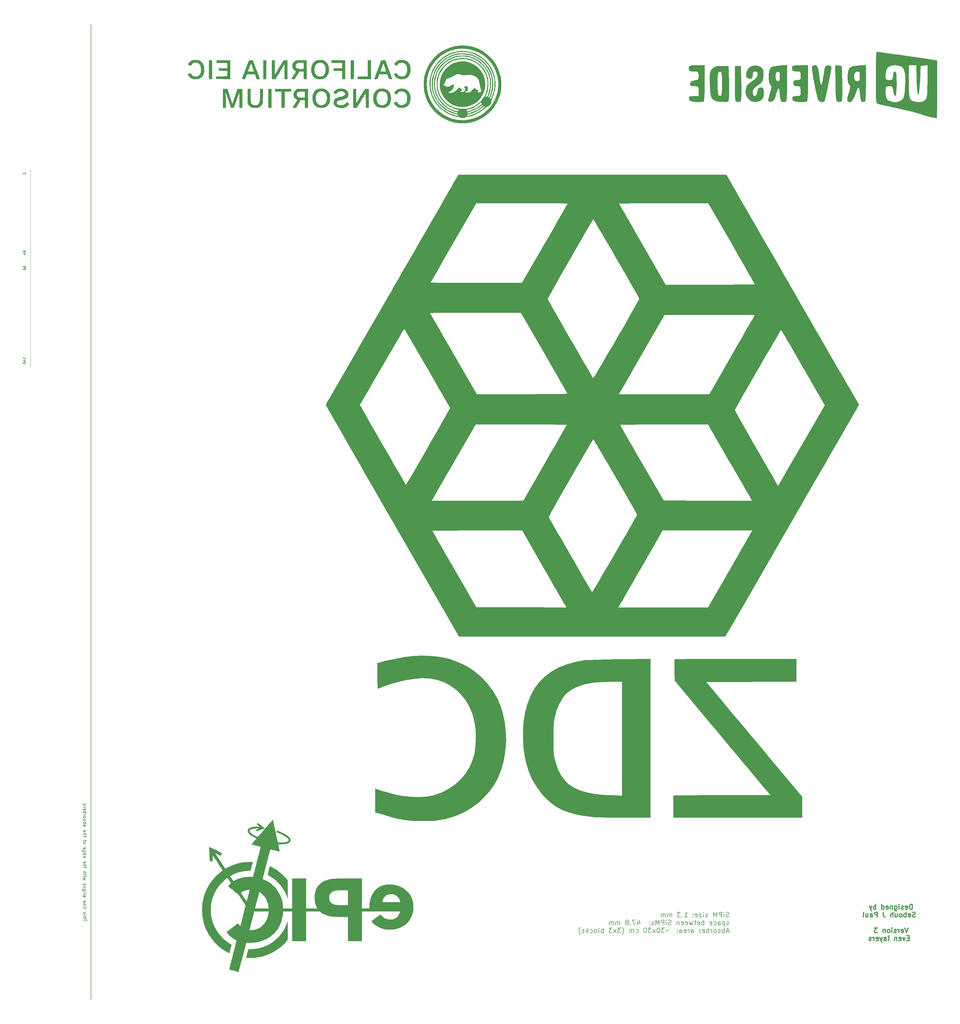
<source format=gbr>
%TF.GenerationSoftware,KiCad,Pcbnew,8.0.2-1*%
%TF.CreationDate,2024-06-03T17:46:58-04:00*%
%TF.ProjectId,Untitled,556e7469-746c-4656-942e-6b696361645f,rev?*%
%TF.SameCoordinates,Original*%
%TF.FileFunction,Legend,Bot*%
%TF.FilePolarity,Positive*%
%FSLAX46Y46*%
G04 Gerber Fmt 4.6, Leading zero omitted, Abs format (unit mm)*
G04 Created by KiCad (PCBNEW 8.0.2-1) date 2024-06-03 17:46:58*
%MOMM*%
%LPD*%
G01*
G04 APERTURE LIST*
%ADD10C,0.150000*%
%ADD11C,0.300000*%
%ADD12C,0.120000*%
%ADD13C,0.000000*%
G04 APERTURE END LIST*
D10*
X75000000Y-330000000D02*
X75000000Y-30000000D01*
D11*
X327971428Y-302248496D02*
X327971428Y-300748496D01*
X327971428Y-300748496D02*
X327614285Y-300748496D01*
X327614285Y-300748496D02*
X327399999Y-300819925D01*
X327399999Y-300819925D02*
X327257142Y-300962782D01*
X327257142Y-300962782D02*
X327185713Y-301105639D01*
X327185713Y-301105639D02*
X327114285Y-301391353D01*
X327114285Y-301391353D02*
X327114285Y-301605639D01*
X327114285Y-301605639D02*
X327185713Y-301891353D01*
X327185713Y-301891353D02*
X327257142Y-302034210D01*
X327257142Y-302034210D02*
X327399999Y-302177068D01*
X327399999Y-302177068D02*
X327614285Y-302248496D01*
X327614285Y-302248496D02*
X327971428Y-302248496D01*
X325899999Y-302177068D02*
X326042856Y-302248496D01*
X326042856Y-302248496D02*
X326328571Y-302248496D01*
X326328571Y-302248496D02*
X326471428Y-302177068D01*
X326471428Y-302177068D02*
X326542856Y-302034210D01*
X326542856Y-302034210D02*
X326542856Y-301462782D01*
X326542856Y-301462782D02*
X326471428Y-301319925D01*
X326471428Y-301319925D02*
X326328571Y-301248496D01*
X326328571Y-301248496D02*
X326042856Y-301248496D01*
X326042856Y-301248496D02*
X325899999Y-301319925D01*
X325899999Y-301319925D02*
X325828571Y-301462782D01*
X325828571Y-301462782D02*
X325828571Y-301605639D01*
X325828571Y-301605639D02*
X326542856Y-301748496D01*
X325257142Y-302177068D02*
X325114285Y-302248496D01*
X325114285Y-302248496D02*
X324828571Y-302248496D01*
X324828571Y-302248496D02*
X324685714Y-302177068D01*
X324685714Y-302177068D02*
X324614285Y-302034210D01*
X324614285Y-302034210D02*
X324614285Y-301962782D01*
X324614285Y-301962782D02*
X324685714Y-301819925D01*
X324685714Y-301819925D02*
X324828571Y-301748496D01*
X324828571Y-301748496D02*
X325042857Y-301748496D01*
X325042857Y-301748496D02*
X325185714Y-301677068D01*
X325185714Y-301677068D02*
X325257142Y-301534210D01*
X325257142Y-301534210D02*
X325257142Y-301462782D01*
X325257142Y-301462782D02*
X325185714Y-301319925D01*
X325185714Y-301319925D02*
X325042857Y-301248496D01*
X325042857Y-301248496D02*
X324828571Y-301248496D01*
X324828571Y-301248496D02*
X324685714Y-301319925D01*
X323971428Y-302248496D02*
X323971428Y-301248496D01*
X323971428Y-300748496D02*
X324042856Y-300819925D01*
X324042856Y-300819925D02*
X323971428Y-300891353D01*
X323971428Y-300891353D02*
X323899999Y-300819925D01*
X323899999Y-300819925D02*
X323971428Y-300748496D01*
X323971428Y-300748496D02*
X323971428Y-300891353D01*
X322614285Y-301248496D02*
X322614285Y-302462782D01*
X322614285Y-302462782D02*
X322685713Y-302605639D01*
X322685713Y-302605639D02*
X322757142Y-302677068D01*
X322757142Y-302677068D02*
X322899999Y-302748496D01*
X322899999Y-302748496D02*
X323114285Y-302748496D01*
X323114285Y-302748496D02*
X323257142Y-302677068D01*
X322614285Y-302177068D02*
X322757142Y-302248496D01*
X322757142Y-302248496D02*
X323042856Y-302248496D01*
X323042856Y-302248496D02*
X323185713Y-302177068D01*
X323185713Y-302177068D02*
X323257142Y-302105639D01*
X323257142Y-302105639D02*
X323328570Y-301962782D01*
X323328570Y-301962782D02*
X323328570Y-301534210D01*
X323328570Y-301534210D02*
X323257142Y-301391353D01*
X323257142Y-301391353D02*
X323185713Y-301319925D01*
X323185713Y-301319925D02*
X323042856Y-301248496D01*
X323042856Y-301248496D02*
X322757142Y-301248496D01*
X322757142Y-301248496D02*
X322614285Y-301319925D01*
X321899999Y-301248496D02*
X321899999Y-302248496D01*
X321899999Y-301391353D02*
X321828570Y-301319925D01*
X321828570Y-301319925D02*
X321685713Y-301248496D01*
X321685713Y-301248496D02*
X321471427Y-301248496D01*
X321471427Y-301248496D02*
X321328570Y-301319925D01*
X321328570Y-301319925D02*
X321257142Y-301462782D01*
X321257142Y-301462782D02*
X321257142Y-302248496D01*
X319971427Y-302177068D02*
X320114284Y-302248496D01*
X320114284Y-302248496D02*
X320399999Y-302248496D01*
X320399999Y-302248496D02*
X320542856Y-302177068D01*
X320542856Y-302177068D02*
X320614284Y-302034210D01*
X320614284Y-302034210D02*
X320614284Y-301462782D01*
X320614284Y-301462782D02*
X320542856Y-301319925D01*
X320542856Y-301319925D02*
X320399999Y-301248496D01*
X320399999Y-301248496D02*
X320114284Y-301248496D01*
X320114284Y-301248496D02*
X319971427Y-301319925D01*
X319971427Y-301319925D02*
X319899999Y-301462782D01*
X319899999Y-301462782D02*
X319899999Y-301605639D01*
X319899999Y-301605639D02*
X320614284Y-301748496D01*
X318614285Y-302248496D02*
X318614285Y-300748496D01*
X318614285Y-302177068D02*
X318757142Y-302248496D01*
X318757142Y-302248496D02*
X319042856Y-302248496D01*
X319042856Y-302248496D02*
X319185713Y-302177068D01*
X319185713Y-302177068D02*
X319257142Y-302105639D01*
X319257142Y-302105639D02*
X319328570Y-301962782D01*
X319328570Y-301962782D02*
X319328570Y-301534210D01*
X319328570Y-301534210D02*
X319257142Y-301391353D01*
X319257142Y-301391353D02*
X319185713Y-301319925D01*
X319185713Y-301319925D02*
X319042856Y-301248496D01*
X319042856Y-301248496D02*
X318757142Y-301248496D01*
X318757142Y-301248496D02*
X318614285Y-301319925D01*
X316757142Y-302248496D02*
X316757142Y-300748496D01*
X316757142Y-301319925D02*
X316614285Y-301248496D01*
X316614285Y-301248496D02*
X316328570Y-301248496D01*
X316328570Y-301248496D02*
X316185713Y-301319925D01*
X316185713Y-301319925D02*
X316114285Y-301391353D01*
X316114285Y-301391353D02*
X316042856Y-301534210D01*
X316042856Y-301534210D02*
X316042856Y-301962782D01*
X316042856Y-301962782D02*
X316114285Y-302105639D01*
X316114285Y-302105639D02*
X316185713Y-302177068D01*
X316185713Y-302177068D02*
X316328570Y-302248496D01*
X316328570Y-302248496D02*
X316614285Y-302248496D01*
X316614285Y-302248496D02*
X316757142Y-302177068D01*
X315542856Y-301248496D02*
X315185713Y-302248496D01*
X314828570Y-301248496D02*
X315185713Y-302248496D01*
X315185713Y-302248496D02*
X315328570Y-302605639D01*
X315328570Y-302605639D02*
X315399999Y-302677068D01*
X315399999Y-302677068D02*
X315542856Y-302748496D01*
X328899999Y-304591984D02*
X328685714Y-304663412D01*
X328685714Y-304663412D02*
X328328571Y-304663412D01*
X328328571Y-304663412D02*
X328185714Y-304591984D01*
X328185714Y-304591984D02*
X328114285Y-304520555D01*
X328114285Y-304520555D02*
X328042856Y-304377698D01*
X328042856Y-304377698D02*
X328042856Y-304234841D01*
X328042856Y-304234841D02*
X328114285Y-304091984D01*
X328114285Y-304091984D02*
X328185714Y-304020555D01*
X328185714Y-304020555D02*
X328328571Y-303949126D01*
X328328571Y-303949126D02*
X328614285Y-303877698D01*
X328614285Y-303877698D02*
X328757142Y-303806269D01*
X328757142Y-303806269D02*
X328828571Y-303734841D01*
X328828571Y-303734841D02*
X328899999Y-303591984D01*
X328899999Y-303591984D02*
X328899999Y-303449126D01*
X328899999Y-303449126D02*
X328828571Y-303306269D01*
X328828571Y-303306269D02*
X328757142Y-303234841D01*
X328757142Y-303234841D02*
X328614285Y-303163412D01*
X328614285Y-303163412D02*
X328257142Y-303163412D01*
X328257142Y-303163412D02*
X328042856Y-303234841D01*
X326828571Y-304591984D02*
X326971428Y-304663412D01*
X326971428Y-304663412D02*
X327257143Y-304663412D01*
X327257143Y-304663412D02*
X327400000Y-304591984D01*
X327400000Y-304591984D02*
X327471428Y-304449126D01*
X327471428Y-304449126D02*
X327471428Y-303877698D01*
X327471428Y-303877698D02*
X327400000Y-303734841D01*
X327400000Y-303734841D02*
X327257143Y-303663412D01*
X327257143Y-303663412D02*
X326971428Y-303663412D01*
X326971428Y-303663412D02*
X326828571Y-303734841D01*
X326828571Y-303734841D02*
X326757143Y-303877698D01*
X326757143Y-303877698D02*
X326757143Y-304020555D01*
X326757143Y-304020555D02*
X327471428Y-304163412D01*
X326114286Y-304663412D02*
X326114286Y-303163412D01*
X326114286Y-303734841D02*
X325971429Y-303663412D01*
X325971429Y-303663412D02*
X325685714Y-303663412D01*
X325685714Y-303663412D02*
X325542857Y-303734841D01*
X325542857Y-303734841D02*
X325471429Y-303806269D01*
X325471429Y-303806269D02*
X325400000Y-303949126D01*
X325400000Y-303949126D02*
X325400000Y-304377698D01*
X325400000Y-304377698D02*
X325471429Y-304520555D01*
X325471429Y-304520555D02*
X325542857Y-304591984D01*
X325542857Y-304591984D02*
X325685714Y-304663412D01*
X325685714Y-304663412D02*
X325971429Y-304663412D01*
X325971429Y-304663412D02*
X326114286Y-304591984D01*
X324542857Y-304663412D02*
X324685714Y-304591984D01*
X324685714Y-304591984D02*
X324757143Y-304520555D01*
X324757143Y-304520555D02*
X324828571Y-304377698D01*
X324828571Y-304377698D02*
X324828571Y-303949126D01*
X324828571Y-303949126D02*
X324757143Y-303806269D01*
X324757143Y-303806269D02*
X324685714Y-303734841D01*
X324685714Y-303734841D02*
X324542857Y-303663412D01*
X324542857Y-303663412D02*
X324328571Y-303663412D01*
X324328571Y-303663412D02*
X324185714Y-303734841D01*
X324185714Y-303734841D02*
X324114286Y-303806269D01*
X324114286Y-303806269D02*
X324042857Y-303949126D01*
X324042857Y-303949126D02*
X324042857Y-304377698D01*
X324042857Y-304377698D02*
X324114286Y-304520555D01*
X324114286Y-304520555D02*
X324185714Y-304591984D01*
X324185714Y-304591984D02*
X324328571Y-304663412D01*
X324328571Y-304663412D02*
X324542857Y-304663412D01*
X322757143Y-303663412D02*
X322757143Y-304663412D01*
X323400000Y-303663412D02*
X323400000Y-304449126D01*
X323400000Y-304449126D02*
X323328571Y-304591984D01*
X323328571Y-304591984D02*
X323185714Y-304663412D01*
X323185714Y-304663412D02*
X322971428Y-304663412D01*
X322971428Y-304663412D02*
X322828571Y-304591984D01*
X322828571Y-304591984D02*
X322757143Y-304520555D01*
X322042857Y-304663412D02*
X322042857Y-303163412D01*
X321400000Y-304663412D02*
X321400000Y-303877698D01*
X321400000Y-303877698D02*
X321471428Y-303734841D01*
X321471428Y-303734841D02*
X321614285Y-303663412D01*
X321614285Y-303663412D02*
X321828571Y-303663412D01*
X321828571Y-303663412D02*
X321971428Y-303734841D01*
X321971428Y-303734841D02*
X322042857Y-303806269D01*
X319114285Y-303163412D02*
X319114285Y-304234841D01*
X319114285Y-304234841D02*
X319185714Y-304449126D01*
X319185714Y-304449126D02*
X319328571Y-304591984D01*
X319328571Y-304591984D02*
X319542857Y-304663412D01*
X319542857Y-304663412D02*
X319685714Y-304663412D01*
X317257143Y-304663412D02*
X317257143Y-303163412D01*
X317257143Y-303163412D02*
X316685714Y-303163412D01*
X316685714Y-303163412D02*
X316542857Y-303234841D01*
X316542857Y-303234841D02*
X316471428Y-303306269D01*
X316471428Y-303306269D02*
X316400000Y-303449126D01*
X316400000Y-303449126D02*
X316400000Y-303663412D01*
X316400000Y-303663412D02*
X316471428Y-303806269D01*
X316471428Y-303806269D02*
X316542857Y-303877698D01*
X316542857Y-303877698D02*
X316685714Y-303949126D01*
X316685714Y-303949126D02*
X317257143Y-303949126D01*
X315114286Y-304663412D02*
X315114286Y-303877698D01*
X315114286Y-303877698D02*
X315185714Y-303734841D01*
X315185714Y-303734841D02*
X315328571Y-303663412D01*
X315328571Y-303663412D02*
X315614286Y-303663412D01*
X315614286Y-303663412D02*
X315757143Y-303734841D01*
X315114286Y-304591984D02*
X315257143Y-304663412D01*
X315257143Y-304663412D02*
X315614286Y-304663412D01*
X315614286Y-304663412D02*
X315757143Y-304591984D01*
X315757143Y-304591984D02*
X315828571Y-304449126D01*
X315828571Y-304449126D02*
X315828571Y-304306269D01*
X315828571Y-304306269D02*
X315757143Y-304163412D01*
X315757143Y-304163412D02*
X315614286Y-304091984D01*
X315614286Y-304091984D02*
X315257143Y-304091984D01*
X315257143Y-304091984D02*
X315114286Y-304020555D01*
X313757143Y-303663412D02*
X313757143Y-304663412D01*
X314400000Y-303663412D02*
X314400000Y-304449126D01*
X314400000Y-304449126D02*
X314328571Y-304591984D01*
X314328571Y-304591984D02*
X314185714Y-304663412D01*
X314185714Y-304663412D02*
X313971428Y-304663412D01*
X313971428Y-304663412D02*
X313828571Y-304591984D01*
X313828571Y-304591984D02*
X313757143Y-304520555D01*
X312828571Y-304663412D02*
X312971428Y-304591984D01*
X312971428Y-304591984D02*
X313042857Y-304449126D01*
X313042857Y-304449126D02*
X313042857Y-303163412D01*
X326685713Y-307993244D02*
X326185713Y-309493244D01*
X326185713Y-309493244D02*
X325685713Y-307993244D01*
X324614285Y-309421816D02*
X324757142Y-309493244D01*
X324757142Y-309493244D02*
X325042857Y-309493244D01*
X325042857Y-309493244D02*
X325185714Y-309421816D01*
X325185714Y-309421816D02*
X325257142Y-309278958D01*
X325257142Y-309278958D02*
X325257142Y-308707530D01*
X325257142Y-308707530D02*
X325185714Y-308564673D01*
X325185714Y-308564673D02*
X325042857Y-308493244D01*
X325042857Y-308493244D02*
X324757142Y-308493244D01*
X324757142Y-308493244D02*
X324614285Y-308564673D01*
X324614285Y-308564673D02*
X324542857Y-308707530D01*
X324542857Y-308707530D02*
X324542857Y-308850387D01*
X324542857Y-308850387D02*
X325257142Y-308993244D01*
X323900000Y-309493244D02*
X323900000Y-308493244D01*
X323900000Y-308778958D02*
X323828571Y-308636101D01*
X323828571Y-308636101D02*
X323757143Y-308564673D01*
X323757143Y-308564673D02*
X323614285Y-308493244D01*
X323614285Y-308493244D02*
X323471428Y-308493244D01*
X323042857Y-309421816D02*
X322900000Y-309493244D01*
X322900000Y-309493244D02*
X322614286Y-309493244D01*
X322614286Y-309493244D02*
X322471429Y-309421816D01*
X322471429Y-309421816D02*
X322400000Y-309278958D01*
X322400000Y-309278958D02*
X322400000Y-309207530D01*
X322400000Y-309207530D02*
X322471429Y-309064673D01*
X322471429Y-309064673D02*
X322614286Y-308993244D01*
X322614286Y-308993244D02*
X322828572Y-308993244D01*
X322828572Y-308993244D02*
X322971429Y-308921816D01*
X322971429Y-308921816D02*
X323042857Y-308778958D01*
X323042857Y-308778958D02*
X323042857Y-308707530D01*
X323042857Y-308707530D02*
X322971429Y-308564673D01*
X322971429Y-308564673D02*
X322828572Y-308493244D01*
X322828572Y-308493244D02*
X322614286Y-308493244D01*
X322614286Y-308493244D02*
X322471429Y-308564673D01*
X321757143Y-309493244D02*
X321757143Y-308493244D01*
X321757143Y-307993244D02*
X321828571Y-308064673D01*
X321828571Y-308064673D02*
X321757143Y-308136101D01*
X321757143Y-308136101D02*
X321685714Y-308064673D01*
X321685714Y-308064673D02*
X321757143Y-307993244D01*
X321757143Y-307993244D02*
X321757143Y-308136101D01*
X320828571Y-309493244D02*
X320971428Y-309421816D01*
X320971428Y-309421816D02*
X321042857Y-309350387D01*
X321042857Y-309350387D02*
X321114285Y-309207530D01*
X321114285Y-309207530D02*
X321114285Y-308778958D01*
X321114285Y-308778958D02*
X321042857Y-308636101D01*
X321042857Y-308636101D02*
X320971428Y-308564673D01*
X320971428Y-308564673D02*
X320828571Y-308493244D01*
X320828571Y-308493244D02*
X320614285Y-308493244D01*
X320614285Y-308493244D02*
X320471428Y-308564673D01*
X320471428Y-308564673D02*
X320400000Y-308636101D01*
X320400000Y-308636101D02*
X320328571Y-308778958D01*
X320328571Y-308778958D02*
X320328571Y-309207530D01*
X320328571Y-309207530D02*
X320400000Y-309350387D01*
X320400000Y-309350387D02*
X320471428Y-309421816D01*
X320471428Y-309421816D02*
X320614285Y-309493244D01*
X320614285Y-309493244D02*
X320828571Y-309493244D01*
X319685714Y-308493244D02*
X319685714Y-309493244D01*
X319685714Y-308636101D02*
X319614285Y-308564673D01*
X319614285Y-308564673D02*
X319471428Y-308493244D01*
X319471428Y-308493244D02*
X319257142Y-308493244D01*
X319257142Y-308493244D02*
X319114285Y-308564673D01*
X319114285Y-308564673D02*
X319042857Y-308707530D01*
X319042857Y-308707530D02*
X319042857Y-309493244D01*
X317328571Y-307993244D02*
X316399999Y-307993244D01*
X316399999Y-307993244D02*
X316899999Y-308564673D01*
X316899999Y-308564673D02*
X316685714Y-308564673D01*
X316685714Y-308564673D02*
X316542857Y-308636101D01*
X316542857Y-308636101D02*
X316471428Y-308707530D01*
X316471428Y-308707530D02*
X316399999Y-308850387D01*
X316399999Y-308850387D02*
X316399999Y-309207530D01*
X316399999Y-309207530D02*
X316471428Y-309350387D01*
X316471428Y-309350387D02*
X316542857Y-309421816D01*
X316542857Y-309421816D02*
X316685714Y-309493244D01*
X316685714Y-309493244D02*
X317114285Y-309493244D01*
X317114285Y-309493244D02*
X317257142Y-309421816D01*
X317257142Y-309421816D02*
X317328571Y-309350387D01*
X327042856Y-311122446D02*
X326542856Y-311122446D01*
X326328570Y-311908160D02*
X327042856Y-311908160D01*
X327042856Y-311908160D02*
X327042856Y-310408160D01*
X327042856Y-310408160D02*
X326328570Y-310408160D01*
X325828570Y-310908160D02*
X325471427Y-311908160D01*
X325471427Y-311908160D02*
X325114284Y-310908160D01*
X323971427Y-311836732D02*
X324114284Y-311908160D01*
X324114284Y-311908160D02*
X324399999Y-311908160D01*
X324399999Y-311908160D02*
X324542856Y-311836732D01*
X324542856Y-311836732D02*
X324614284Y-311693874D01*
X324614284Y-311693874D02*
X324614284Y-311122446D01*
X324614284Y-311122446D02*
X324542856Y-310979589D01*
X324542856Y-310979589D02*
X324399999Y-310908160D01*
X324399999Y-310908160D02*
X324114284Y-310908160D01*
X324114284Y-310908160D02*
X323971427Y-310979589D01*
X323971427Y-310979589D02*
X323899999Y-311122446D01*
X323899999Y-311122446D02*
X323899999Y-311265303D01*
X323899999Y-311265303D02*
X324614284Y-311408160D01*
X323257142Y-310908160D02*
X323257142Y-311908160D01*
X323257142Y-311051017D02*
X323185713Y-310979589D01*
X323185713Y-310979589D02*
X323042856Y-310908160D01*
X323042856Y-310908160D02*
X322828570Y-310908160D01*
X322828570Y-310908160D02*
X322685713Y-310979589D01*
X322685713Y-310979589D02*
X322614285Y-311122446D01*
X322614285Y-311122446D02*
X322614285Y-311908160D01*
X320542856Y-311908160D02*
X320685713Y-311836732D01*
X320685713Y-311836732D02*
X320757142Y-311693874D01*
X320757142Y-311693874D02*
X320757142Y-310408160D01*
X319328571Y-311908160D02*
X319328571Y-311122446D01*
X319328571Y-311122446D02*
X319399999Y-310979589D01*
X319399999Y-310979589D02*
X319542856Y-310908160D01*
X319542856Y-310908160D02*
X319828571Y-310908160D01*
X319828571Y-310908160D02*
X319971428Y-310979589D01*
X319328571Y-311836732D02*
X319471428Y-311908160D01*
X319471428Y-311908160D02*
X319828571Y-311908160D01*
X319828571Y-311908160D02*
X319971428Y-311836732D01*
X319971428Y-311836732D02*
X320042856Y-311693874D01*
X320042856Y-311693874D02*
X320042856Y-311551017D01*
X320042856Y-311551017D02*
X319971428Y-311408160D01*
X319971428Y-311408160D02*
X319828571Y-311336732D01*
X319828571Y-311336732D02*
X319471428Y-311336732D01*
X319471428Y-311336732D02*
X319328571Y-311265303D01*
X318757142Y-310908160D02*
X318399999Y-311908160D01*
X318042856Y-310908160D02*
X318399999Y-311908160D01*
X318399999Y-311908160D02*
X318542856Y-312265303D01*
X318542856Y-312265303D02*
X318614285Y-312336732D01*
X318614285Y-312336732D02*
X318757142Y-312408160D01*
X316899999Y-311836732D02*
X317042856Y-311908160D01*
X317042856Y-311908160D02*
X317328571Y-311908160D01*
X317328571Y-311908160D02*
X317471428Y-311836732D01*
X317471428Y-311836732D02*
X317542856Y-311693874D01*
X317542856Y-311693874D02*
X317542856Y-311122446D01*
X317542856Y-311122446D02*
X317471428Y-310979589D01*
X317471428Y-310979589D02*
X317328571Y-310908160D01*
X317328571Y-310908160D02*
X317042856Y-310908160D01*
X317042856Y-310908160D02*
X316899999Y-310979589D01*
X316899999Y-310979589D02*
X316828571Y-311122446D01*
X316828571Y-311122446D02*
X316828571Y-311265303D01*
X316828571Y-311265303D02*
X317542856Y-311408160D01*
X316185714Y-311908160D02*
X316185714Y-310908160D01*
X316185714Y-311193874D02*
X316114285Y-311051017D01*
X316114285Y-311051017D02*
X316042857Y-310979589D01*
X316042857Y-310979589D02*
X315899999Y-310908160D01*
X315899999Y-310908160D02*
X315757142Y-310908160D01*
X315328571Y-311836732D02*
X315185714Y-311908160D01*
X315185714Y-311908160D02*
X314900000Y-311908160D01*
X314900000Y-311908160D02*
X314757143Y-311836732D01*
X314757143Y-311836732D02*
X314685714Y-311693874D01*
X314685714Y-311693874D02*
X314685714Y-311622446D01*
X314685714Y-311622446D02*
X314757143Y-311479589D01*
X314757143Y-311479589D02*
X314900000Y-311408160D01*
X314900000Y-311408160D02*
X315114286Y-311408160D01*
X315114286Y-311408160D02*
X315257143Y-311336732D01*
X315257143Y-311336732D02*
X315328571Y-311193874D01*
X315328571Y-311193874D02*
X315328571Y-311122446D01*
X315328571Y-311122446D02*
X315257143Y-310979589D01*
X315257143Y-310979589D02*
X315114286Y-310908160D01*
X315114286Y-310908160D02*
X314900000Y-310908160D01*
X314900000Y-310908160D02*
X314757143Y-310979589D01*
D10*
X73645180Y-305871431D02*
X73645180Y-305300003D01*
X72645180Y-305585717D02*
X73645180Y-305585717D01*
X72645180Y-304966669D02*
X73645180Y-304966669D01*
X72645180Y-304538098D02*
X73168990Y-304538098D01*
X73168990Y-304538098D02*
X73264228Y-304585717D01*
X73264228Y-304585717D02*
X73311847Y-304680955D01*
X73311847Y-304680955D02*
X73311847Y-304823812D01*
X73311847Y-304823812D02*
X73264228Y-304919050D01*
X73264228Y-304919050D02*
X73216609Y-304966669D01*
X72645180Y-304061907D02*
X73311847Y-304061907D01*
X73645180Y-304061907D02*
X73597561Y-304109526D01*
X73597561Y-304109526D02*
X73549942Y-304061907D01*
X73549942Y-304061907D02*
X73597561Y-304014288D01*
X73597561Y-304014288D02*
X73645180Y-304061907D01*
X73645180Y-304061907D02*
X73549942Y-304061907D01*
X72692800Y-303633336D02*
X72645180Y-303538098D01*
X72645180Y-303538098D02*
X72645180Y-303347622D01*
X72645180Y-303347622D02*
X72692800Y-303252384D01*
X72692800Y-303252384D02*
X72788038Y-303204765D01*
X72788038Y-303204765D02*
X72835657Y-303204765D01*
X72835657Y-303204765D02*
X72930895Y-303252384D01*
X72930895Y-303252384D02*
X72978514Y-303347622D01*
X72978514Y-303347622D02*
X72978514Y-303490479D01*
X72978514Y-303490479D02*
X73026133Y-303585717D01*
X73026133Y-303585717D02*
X73121371Y-303633336D01*
X73121371Y-303633336D02*
X73168990Y-303633336D01*
X73168990Y-303633336D02*
X73264228Y-303585717D01*
X73264228Y-303585717D02*
X73311847Y-303490479D01*
X73311847Y-303490479D02*
X73311847Y-303347622D01*
X73311847Y-303347622D02*
X73264228Y-303252384D01*
X72645180Y-301871431D02*
X72692800Y-301966669D01*
X72692800Y-301966669D02*
X72788038Y-302014288D01*
X72788038Y-302014288D02*
X73645180Y-302014288D01*
X72645180Y-301490478D02*
X73311847Y-301490478D01*
X73645180Y-301490478D02*
X73597561Y-301538097D01*
X73597561Y-301538097D02*
X73549942Y-301490478D01*
X73549942Y-301490478D02*
X73597561Y-301442859D01*
X73597561Y-301442859D02*
X73645180Y-301490478D01*
X73645180Y-301490478D02*
X73549942Y-301490478D01*
X73311847Y-301014288D02*
X72645180Y-301014288D01*
X73216609Y-301014288D02*
X73264228Y-300966669D01*
X73264228Y-300966669D02*
X73311847Y-300871431D01*
X73311847Y-300871431D02*
X73311847Y-300728574D01*
X73311847Y-300728574D02*
X73264228Y-300633336D01*
X73264228Y-300633336D02*
X73168990Y-300585717D01*
X73168990Y-300585717D02*
X72645180Y-300585717D01*
X72692800Y-299728574D02*
X72645180Y-299823812D01*
X72645180Y-299823812D02*
X72645180Y-300014288D01*
X72645180Y-300014288D02*
X72692800Y-300109526D01*
X72692800Y-300109526D02*
X72788038Y-300157145D01*
X72788038Y-300157145D02*
X73168990Y-300157145D01*
X73168990Y-300157145D02*
X73264228Y-300109526D01*
X73264228Y-300109526D02*
X73311847Y-300014288D01*
X73311847Y-300014288D02*
X73311847Y-299823812D01*
X73311847Y-299823812D02*
X73264228Y-299728574D01*
X73264228Y-299728574D02*
X73168990Y-299680955D01*
X73168990Y-299680955D02*
X73073752Y-299680955D01*
X73073752Y-299680955D02*
X72978514Y-300157145D01*
X72645180Y-298061907D02*
X73168990Y-298061907D01*
X73168990Y-298061907D02*
X73264228Y-298109526D01*
X73264228Y-298109526D02*
X73311847Y-298204764D01*
X73311847Y-298204764D02*
X73311847Y-298395240D01*
X73311847Y-298395240D02*
X73264228Y-298490478D01*
X72692800Y-298061907D02*
X72645180Y-298157145D01*
X72645180Y-298157145D02*
X72645180Y-298395240D01*
X72645180Y-298395240D02*
X72692800Y-298490478D01*
X72692800Y-298490478D02*
X72788038Y-298538097D01*
X72788038Y-298538097D02*
X72883276Y-298538097D01*
X72883276Y-298538097D02*
X72978514Y-298490478D01*
X72978514Y-298490478D02*
X73026133Y-298395240D01*
X73026133Y-298395240D02*
X73026133Y-298157145D01*
X73026133Y-298157145D02*
X73073752Y-298061907D01*
X72645180Y-297442859D02*
X72692800Y-297538097D01*
X72692800Y-297538097D02*
X72788038Y-297585716D01*
X72788038Y-297585716D02*
X73645180Y-297585716D01*
X72645180Y-297061906D02*
X73311847Y-297061906D01*
X73645180Y-297061906D02*
X73597561Y-297109525D01*
X73597561Y-297109525D02*
X73549942Y-297061906D01*
X73549942Y-297061906D02*
X73597561Y-297014287D01*
X73597561Y-297014287D02*
X73645180Y-297061906D01*
X73645180Y-297061906D02*
X73549942Y-297061906D01*
X73311847Y-296157145D02*
X72502323Y-296157145D01*
X72502323Y-296157145D02*
X72407085Y-296204764D01*
X72407085Y-296204764D02*
X72359466Y-296252383D01*
X72359466Y-296252383D02*
X72311847Y-296347621D01*
X72311847Y-296347621D02*
X72311847Y-296490478D01*
X72311847Y-296490478D02*
X72359466Y-296585716D01*
X72692800Y-296157145D02*
X72645180Y-296252383D01*
X72645180Y-296252383D02*
X72645180Y-296442859D01*
X72645180Y-296442859D02*
X72692800Y-296538097D01*
X72692800Y-296538097D02*
X72740419Y-296585716D01*
X72740419Y-296585716D02*
X72835657Y-296633335D01*
X72835657Y-296633335D02*
X73121371Y-296633335D01*
X73121371Y-296633335D02*
X73216609Y-296585716D01*
X73216609Y-296585716D02*
X73264228Y-296538097D01*
X73264228Y-296538097D02*
X73311847Y-296442859D01*
X73311847Y-296442859D02*
X73311847Y-296252383D01*
X73311847Y-296252383D02*
X73264228Y-296157145D01*
X73311847Y-295680954D02*
X72645180Y-295680954D01*
X73216609Y-295680954D02*
X73264228Y-295633335D01*
X73264228Y-295633335D02*
X73311847Y-295538097D01*
X73311847Y-295538097D02*
X73311847Y-295395240D01*
X73311847Y-295395240D02*
X73264228Y-295300002D01*
X73264228Y-295300002D02*
X73168990Y-295252383D01*
X73168990Y-295252383D02*
X72645180Y-295252383D01*
X72692800Y-294823811D02*
X72645180Y-294728573D01*
X72645180Y-294728573D02*
X72645180Y-294538097D01*
X72645180Y-294538097D02*
X72692800Y-294442859D01*
X72692800Y-294442859D02*
X72788038Y-294395240D01*
X72788038Y-294395240D02*
X72835657Y-294395240D01*
X72835657Y-294395240D02*
X72930895Y-294442859D01*
X72930895Y-294442859D02*
X72978514Y-294538097D01*
X72978514Y-294538097D02*
X72978514Y-294680954D01*
X72978514Y-294680954D02*
X73026133Y-294776192D01*
X73026133Y-294776192D02*
X73121371Y-294823811D01*
X73121371Y-294823811D02*
X73168990Y-294823811D01*
X73168990Y-294823811D02*
X73264228Y-294776192D01*
X73264228Y-294776192D02*
X73311847Y-294680954D01*
X73311847Y-294680954D02*
X73311847Y-294538097D01*
X73311847Y-294538097D02*
X73264228Y-294442859D01*
X73311847Y-293300001D02*
X72645180Y-293109525D01*
X72645180Y-293109525D02*
X73121371Y-292919049D01*
X73121371Y-292919049D02*
X72645180Y-292728573D01*
X72645180Y-292728573D02*
X73311847Y-292538097D01*
X72645180Y-292157144D02*
X73311847Y-292157144D01*
X73645180Y-292157144D02*
X73597561Y-292204763D01*
X73597561Y-292204763D02*
X73549942Y-292157144D01*
X73549942Y-292157144D02*
X73597561Y-292109525D01*
X73597561Y-292109525D02*
X73645180Y-292157144D01*
X73645180Y-292157144D02*
X73549942Y-292157144D01*
X73311847Y-291823811D02*
X73311847Y-291442859D01*
X73645180Y-291680954D02*
X72788038Y-291680954D01*
X72788038Y-291680954D02*
X72692800Y-291633335D01*
X72692800Y-291633335D02*
X72645180Y-291538097D01*
X72645180Y-291538097D02*
X72645180Y-291442859D01*
X72645180Y-291109525D02*
X73645180Y-291109525D01*
X72645180Y-290680954D02*
X73168990Y-290680954D01*
X73168990Y-290680954D02*
X73264228Y-290728573D01*
X73264228Y-290728573D02*
X73311847Y-290823811D01*
X73311847Y-290823811D02*
X73311847Y-290966668D01*
X73311847Y-290966668D02*
X73264228Y-291061906D01*
X73264228Y-291061906D02*
X73216609Y-291109525D01*
X73311847Y-289585715D02*
X73311847Y-289204763D01*
X73645180Y-289442858D02*
X72788038Y-289442858D01*
X72788038Y-289442858D02*
X72692800Y-289395239D01*
X72692800Y-289395239D02*
X72645180Y-289300001D01*
X72645180Y-289300001D02*
X72645180Y-289204763D01*
X72645180Y-288871429D02*
X73645180Y-288871429D01*
X72645180Y-288442858D02*
X73168990Y-288442858D01*
X73168990Y-288442858D02*
X73264228Y-288490477D01*
X73264228Y-288490477D02*
X73311847Y-288585715D01*
X73311847Y-288585715D02*
X73311847Y-288728572D01*
X73311847Y-288728572D02*
X73264228Y-288823810D01*
X73264228Y-288823810D02*
X73216609Y-288871429D01*
X72692800Y-287585715D02*
X72645180Y-287680953D01*
X72645180Y-287680953D02*
X72645180Y-287871429D01*
X72645180Y-287871429D02*
X72692800Y-287966667D01*
X72692800Y-287966667D02*
X72788038Y-288014286D01*
X72788038Y-288014286D02*
X73168990Y-288014286D01*
X73168990Y-288014286D02*
X73264228Y-287966667D01*
X73264228Y-287966667D02*
X73311847Y-287871429D01*
X73311847Y-287871429D02*
X73311847Y-287680953D01*
X73311847Y-287680953D02*
X73264228Y-287585715D01*
X73264228Y-287585715D02*
X73168990Y-287538096D01*
X73168990Y-287538096D02*
X73073752Y-287538096D01*
X73073752Y-287538096D02*
X72978514Y-288014286D01*
X72692800Y-285966667D02*
X72645180Y-286061905D01*
X72645180Y-286061905D02*
X72645180Y-286252381D01*
X72645180Y-286252381D02*
X72692800Y-286347619D01*
X72692800Y-286347619D02*
X72788038Y-286395238D01*
X72788038Y-286395238D02*
X73168990Y-286395238D01*
X73168990Y-286395238D02*
X73264228Y-286347619D01*
X73264228Y-286347619D02*
X73311847Y-286252381D01*
X73311847Y-286252381D02*
X73311847Y-286061905D01*
X73311847Y-286061905D02*
X73264228Y-285966667D01*
X73264228Y-285966667D02*
X73168990Y-285919048D01*
X73168990Y-285919048D02*
X73073752Y-285919048D01*
X73073752Y-285919048D02*
X72978514Y-286395238D01*
X72645180Y-285061905D02*
X73645180Y-285061905D01*
X72692800Y-285061905D02*
X72645180Y-285157143D01*
X72645180Y-285157143D02*
X72645180Y-285347619D01*
X72645180Y-285347619D02*
X72692800Y-285442857D01*
X72692800Y-285442857D02*
X72740419Y-285490476D01*
X72740419Y-285490476D02*
X72835657Y-285538095D01*
X72835657Y-285538095D02*
X73121371Y-285538095D01*
X73121371Y-285538095D02*
X73216609Y-285490476D01*
X73216609Y-285490476D02*
X73264228Y-285442857D01*
X73264228Y-285442857D02*
X73311847Y-285347619D01*
X73311847Y-285347619D02*
X73311847Y-285157143D01*
X73311847Y-285157143D02*
X73264228Y-285061905D01*
X73311847Y-284157143D02*
X72502323Y-284157143D01*
X72502323Y-284157143D02*
X72407085Y-284204762D01*
X72407085Y-284204762D02*
X72359466Y-284252381D01*
X72359466Y-284252381D02*
X72311847Y-284347619D01*
X72311847Y-284347619D02*
X72311847Y-284490476D01*
X72311847Y-284490476D02*
X72359466Y-284585714D01*
X72692800Y-284157143D02*
X72645180Y-284252381D01*
X72645180Y-284252381D02*
X72645180Y-284442857D01*
X72645180Y-284442857D02*
X72692800Y-284538095D01*
X72692800Y-284538095D02*
X72740419Y-284585714D01*
X72740419Y-284585714D02*
X72835657Y-284633333D01*
X72835657Y-284633333D02*
X73121371Y-284633333D01*
X73121371Y-284633333D02*
X73216609Y-284585714D01*
X73216609Y-284585714D02*
X73264228Y-284538095D01*
X73264228Y-284538095D02*
X73311847Y-284442857D01*
X73311847Y-284442857D02*
X73311847Y-284252381D01*
X73311847Y-284252381D02*
X73264228Y-284157143D01*
X72692800Y-283300000D02*
X72645180Y-283395238D01*
X72645180Y-283395238D02*
X72645180Y-283585714D01*
X72645180Y-283585714D02*
X72692800Y-283680952D01*
X72692800Y-283680952D02*
X72788038Y-283728571D01*
X72788038Y-283728571D02*
X73168990Y-283728571D01*
X73168990Y-283728571D02*
X73264228Y-283680952D01*
X73264228Y-283680952D02*
X73311847Y-283585714D01*
X73311847Y-283585714D02*
X73311847Y-283395238D01*
X73311847Y-283395238D02*
X73264228Y-283300000D01*
X73264228Y-283300000D02*
X73168990Y-283252381D01*
X73168990Y-283252381D02*
X73073752Y-283252381D01*
X73073752Y-283252381D02*
X72978514Y-283728571D01*
X72645180Y-281919047D02*
X72692800Y-282014285D01*
X72692800Y-282014285D02*
X72740419Y-282061904D01*
X72740419Y-282061904D02*
X72835657Y-282109523D01*
X72835657Y-282109523D02*
X73121371Y-282109523D01*
X73121371Y-282109523D02*
X73216609Y-282061904D01*
X73216609Y-282061904D02*
X73264228Y-282014285D01*
X73264228Y-282014285D02*
X73311847Y-281919047D01*
X73311847Y-281919047D02*
X73311847Y-281776190D01*
X73311847Y-281776190D02*
X73264228Y-281680952D01*
X73264228Y-281680952D02*
X73216609Y-281633333D01*
X73216609Y-281633333D02*
X73121371Y-281585714D01*
X73121371Y-281585714D02*
X72835657Y-281585714D01*
X72835657Y-281585714D02*
X72740419Y-281633333D01*
X72740419Y-281633333D02*
X72692800Y-281680952D01*
X72692800Y-281680952D02*
X72645180Y-281776190D01*
X72645180Y-281776190D02*
X72645180Y-281919047D01*
X73311847Y-281299999D02*
X73311847Y-280919047D01*
X72645180Y-281157142D02*
X73502323Y-281157142D01*
X73502323Y-281157142D02*
X73597561Y-281109523D01*
X73597561Y-281109523D02*
X73645180Y-281014285D01*
X73645180Y-281014285D02*
X73645180Y-280919047D01*
X73311847Y-279966665D02*
X73311847Y-279585713D01*
X73645180Y-279823808D02*
X72788038Y-279823808D01*
X72788038Y-279823808D02*
X72692800Y-279776189D01*
X72692800Y-279776189D02*
X72645180Y-279680951D01*
X72645180Y-279680951D02*
X72645180Y-279585713D01*
X72645180Y-279252379D02*
X73645180Y-279252379D01*
X72645180Y-278823808D02*
X73168990Y-278823808D01*
X73168990Y-278823808D02*
X73264228Y-278871427D01*
X73264228Y-278871427D02*
X73311847Y-278966665D01*
X73311847Y-278966665D02*
X73311847Y-279109522D01*
X73311847Y-279109522D02*
X73264228Y-279204760D01*
X73264228Y-279204760D02*
X73216609Y-279252379D01*
X72692800Y-277966665D02*
X72645180Y-278061903D01*
X72645180Y-278061903D02*
X72645180Y-278252379D01*
X72645180Y-278252379D02*
X72692800Y-278347617D01*
X72692800Y-278347617D02*
X72788038Y-278395236D01*
X72788038Y-278395236D02*
X73168990Y-278395236D01*
X73168990Y-278395236D02*
X73264228Y-278347617D01*
X73264228Y-278347617D02*
X73311847Y-278252379D01*
X73311847Y-278252379D02*
X73311847Y-278061903D01*
X73311847Y-278061903D02*
X73264228Y-277966665D01*
X73264228Y-277966665D02*
X73168990Y-277919046D01*
X73168990Y-277919046D02*
X73073752Y-277919046D01*
X73073752Y-277919046D02*
X72978514Y-278395236D01*
X72645180Y-276299998D02*
X73168990Y-276299998D01*
X73168990Y-276299998D02*
X73264228Y-276347617D01*
X73264228Y-276347617D02*
X73311847Y-276442855D01*
X73311847Y-276442855D02*
X73311847Y-276633331D01*
X73311847Y-276633331D02*
X73264228Y-276728569D01*
X72692800Y-276299998D02*
X72645180Y-276395236D01*
X72645180Y-276395236D02*
X72645180Y-276633331D01*
X72645180Y-276633331D02*
X72692800Y-276728569D01*
X72692800Y-276728569D02*
X72788038Y-276776188D01*
X72788038Y-276776188D02*
X72883276Y-276776188D01*
X72883276Y-276776188D02*
X72978514Y-276728569D01*
X72978514Y-276728569D02*
X73026133Y-276633331D01*
X73026133Y-276633331D02*
X73026133Y-276395236D01*
X73026133Y-276395236D02*
X73073752Y-276299998D01*
X72645180Y-275823807D02*
X73645180Y-275823807D01*
X73264228Y-275823807D02*
X73311847Y-275728569D01*
X73311847Y-275728569D02*
X73311847Y-275538093D01*
X73311847Y-275538093D02*
X73264228Y-275442855D01*
X73264228Y-275442855D02*
X73216609Y-275395236D01*
X73216609Y-275395236D02*
X73121371Y-275347617D01*
X73121371Y-275347617D02*
X72835657Y-275347617D01*
X72835657Y-275347617D02*
X72740419Y-275395236D01*
X72740419Y-275395236D02*
X72692800Y-275442855D01*
X72692800Y-275442855D02*
X72645180Y-275538093D01*
X72645180Y-275538093D02*
X72645180Y-275728569D01*
X72645180Y-275728569D02*
X72692800Y-275823807D01*
X72692800Y-274966664D02*
X72645180Y-274871426D01*
X72645180Y-274871426D02*
X72645180Y-274680950D01*
X72645180Y-274680950D02*
X72692800Y-274585712D01*
X72692800Y-274585712D02*
X72788038Y-274538093D01*
X72788038Y-274538093D02*
X72835657Y-274538093D01*
X72835657Y-274538093D02*
X72930895Y-274585712D01*
X72930895Y-274585712D02*
X72978514Y-274680950D01*
X72978514Y-274680950D02*
X72978514Y-274823807D01*
X72978514Y-274823807D02*
X73026133Y-274919045D01*
X73026133Y-274919045D02*
X73121371Y-274966664D01*
X73121371Y-274966664D02*
X73168990Y-274966664D01*
X73168990Y-274966664D02*
X73264228Y-274919045D01*
X73264228Y-274919045D02*
X73311847Y-274823807D01*
X73311847Y-274823807D02*
X73311847Y-274680950D01*
X73311847Y-274680950D02*
X73264228Y-274585712D01*
X72645180Y-273966664D02*
X72692800Y-274061902D01*
X72692800Y-274061902D02*
X72740419Y-274109521D01*
X72740419Y-274109521D02*
X72835657Y-274157140D01*
X72835657Y-274157140D02*
X73121371Y-274157140D01*
X73121371Y-274157140D02*
X73216609Y-274109521D01*
X73216609Y-274109521D02*
X73264228Y-274061902D01*
X73264228Y-274061902D02*
X73311847Y-273966664D01*
X73311847Y-273966664D02*
X73311847Y-273823807D01*
X73311847Y-273823807D02*
X73264228Y-273728569D01*
X73264228Y-273728569D02*
X73216609Y-273680950D01*
X73216609Y-273680950D02*
X73121371Y-273633331D01*
X73121371Y-273633331D02*
X72835657Y-273633331D01*
X72835657Y-273633331D02*
X72740419Y-273680950D01*
X72740419Y-273680950D02*
X72692800Y-273728569D01*
X72692800Y-273728569D02*
X72645180Y-273823807D01*
X72645180Y-273823807D02*
X72645180Y-273966664D01*
X72645180Y-273204759D02*
X73311847Y-273204759D01*
X73121371Y-273204759D02*
X73216609Y-273157140D01*
X73216609Y-273157140D02*
X73264228Y-273109521D01*
X73264228Y-273109521D02*
X73311847Y-273014283D01*
X73311847Y-273014283D02*
X73311847Y-272919045D01*
X72645180Y-272585711D02*
X73645180Y-272585711D01*
X73264228Y-272585711D02*
X73311847Y-272490473D01*
X73311847Y-272490473D02*
X73311847Y-272299997D01*
X73311847Y-272299997D02*
X73264228Y-272204759D01*
X73264228Y-272204759D02*
X73216609Y-272157140D01*
X73216609Y-272157140D02*
X73121371Y-272109521D01*
X73121371Y-272109521D02*
X72835657Y-272109521D01*
X72835657Y-272109521D02*
X72740419Y-272157140D01*
X72740419Y-272157140D02*
X72692800Y-272204759D01*
X72692800Y-272204759D02*
X72645180Y-272299997D01*
X72645180Y-272299997D02*
X72645180Y-272490473D01*
X72645180Y-272490473D02*
X72692800Y-272585711D01*
X72692800Y-271299997D02*
X72645180Y-271395235D01*
X72645180Y-271395235D02*
X72645180Y-271585711D01*
X72645180Y-271585711D02*
X72692800Y-271680949D01*
X72692800Y-271680949D02*
X72788038Y-271728568D01*
X72788038Y-271728568D02*
X73168990Y-271728568D01*
X73168990Y-271728568D02*
X73264228Y-271680949D01*
X73264228Y-271680949D02*
X73311847Y-271585711D01*
X73311847Y-271585711D02*
X73311847Y-271395235D01*
X73311847Y-271395235D02*
X73264228Y-271299997D01*
X73264228Y-271299997D02*
X73168990Y-271252378D01*
X73168990Y-271252378D02*
X73073752Y-271252378D01*
X73073752Y-271252378D02*
X72978514Y-271728568D01*
X72645180Y-270823806D02*
X73311847Y-270823806D01*
X73121371Y-270823806D02*
X73216609Y-270776187D01*
X73216609Y-270776187D02*
X73264228Y-270728568D01*
X73264228Y-270728568D02*
X73311847Y-270633330D01*
X73311847Y-270633330D02*
X73311847Y-270538092D01*
X72692800Y-270252377D02*
X72645180Y-270157139D01*
X72645180Y-270157139D02*
X72645180Y-269966663D01*
X72645180Y-269966663D02*
X72692800Y-269871425D01*
X72692800Y-269871425D02*
X72788038Y-269823806D01*
X72788038Y-269823806D02*
X72835657Y-269823806D01*
X72835657Y-269823806D02*
X72930895Y-269871425D01*
X72930895Y-269871425D02*
X72978514Y-269966663D01*
X72978514Y-269966663D02*
X72978514Y-270109520D01*
X72978514Y-270109520D02*
X73026133Y-270204758D01*
X73026133Y-270204758D02*
X73121371Y-270252377D01*
X73121371Y-270252377D02*
X73168990Y-270252377D01*
X73168990Y-270252377D02*
X73264228Y-270204758D01*
X73264228Y-270204758D02*
X73311847Y-270109520D01*
X73311847Y-270109520D02*
X73311847Y-269966663D01*
X73311847Y-269966663D02*
X73264228Y-269871425D01*
X271515601Y-304599784D02*
X271301316Y-304671212D01*
X271301316Y-304671212D02*
X270944173Y-304671212D01*
X270944173Y-304671212D02*
X270801316Y-304599784D01*
X270801316Y-304599784D02*
X270729887Y-304528355D01*
X270729887Y-304528355D02*
X270658458Y-304385498D01*
X270658458Y-304385498D02*
X270658458Y-304242641D01*
X270658458Y-304242641D02*
X270729887Y-304099784D01*
X270729887Y-304099784D02*
X270801316Y-304028355D01*
X270801316Y-304028355D02*
X270944173Y-303956926D01*
X270944173Y-303956926D02*
X271229887Y-303885498D01*
X271229887Y-303885498D02*
X271372744Y-303814069D01*
X271372744Y-303814069D02*
X271444173Y-303742641D01*
X271444173Y-303742641D02*
X271515601Y-303599784D01*
X271515601Y-303599784D02*
X271515601Y-303456926D01*
X271515601Y-303456926D02*
X271444173Y-303314069D01*
X271444173Y-303314069D02*
X271372744Y-303242641D01*
X271372744Y-303242641D02*
X271229887Y-303171212D01*
X271229887Y-303171212D02*
X270872744Y-303171212D01*
X270872744Y-303171212D02*
X270658458Y-303242641D01*
X270015602Y-304671212D02*
X270015602Y-303671212D01*
X270015602Y-303171212D02*
X270087030Y-303242641D01*
X270087030Y-303242641D02*
X270015602Y-303314069D01*
X270015602Y-303314069D02*
X269944173Y-303242641D01*
X269944173Y-303242641D02*
X270015602Y-303171212D01*
X270015602Y-303171212D02*
X270015602Y-303314069D01*
X269301316Y-304671212D02*
X269301316Y-303171212D01*
X269301316Y-303171212D02*
X268729887Y-303171212D01*
X268729887Y-303171212D02*
X268587030Y-303242641D01*
X268587030Y-303242641D02*
X268515601Y-303314069D01*
X268515601Y-303314069D02*
X268444173Y-303456926D01*
X268444173Y-303456926D02*
X268444173Y-303671212D01*
X268444173Y-303671212D02*
X268515601Y-303814069D01*
X268515601Y-303814069D02*
X268587030Y-303885498D01*
X268587030Y-303885498D02*
X268729887Y-303956926D01*
X268729887Y-303956926D02*
X269301316Y-303956926D01*
X267801316Y-304671212D02*
X267801316Y-303171212D01*
X267801316Y-303171212D02*
X267301316Y-304242641D01*
X267301316Y-304242641D02*
X266801316Y-303171212D01*
X266801316Y-303171212D02*
X266801316Y-304671212D01*
X265015601Y-304599784D02*
X264872744Y-304671212D01*
X264872744Y-304671212D02*
X264587030Y-304671212D01*
X264587030Y-304671212D02*
X264444173Y-304599784D01*
X264444173Y-304599784D02*
X264372744Y-304456926D01*
X264372744Y-304456926D02*
X264372744Y-304385498D01*
X264372744Y-304385498D02*
X264444173Y-304242641D01*
X264444173Y-304242641D02*
X264587030Y-304171212D01*
X264587030Y-304171212D02*
X264801316Y-304171212D01*
X264801316Y-304171212D02*
X264944173Y-304099784D01*
X264944173Y-304099784D02*
X265015601Y-303956926D01*
X265015601Y-303956926D02*
X265015601Y-303885498D01*
X265015601Y-303885498D02*
X264944173Y-303742641D01*
X264944173Y-303742641D02*
X264801316Y-303671212D01*
X264801316Y-303671212D02*
X264587030Y-303671212D01*
X264587030Y-303671212D02*
X264444173Y-303742641D01*
X263729887Y-304671212D02*
X263729887Y-303671212D01*
X263729887Y-303171212D02*
X263801315Y-303242641D01*
X263801315Y-303242641D02*
X263729887Y-303314069D01*
X263729887Y-303314069D02*
X263658458Y-303242641D01*
X263658458Y-303242641D02*
X263729887Y-303171212D01*
X263729887Y-303171212D02*
X263729887Y-303314069D01*
X263158458Y-303671212D02*
X262372744Y-303671212D01*
X262372744Y-303671212D02*
X263158458Y-304671212D01*
X263158458Y-304671212D02*
X262372744Y-304671212D01*
X261229886Y-304599784D02*
X261372743Y-304671212D01*
X261372743Y-304671212D02*
X261658458Y-304671212D01*
X261658458Y-304671212D02*
X261801315Y-304599784D01*
X261801315Y-304599784D02*
X261872743Y-304456926D01*
X261872743Y-304456926D02*
X261872743Y-303885498D01*
X261872743Y-303885498D02*
X261801315Y-303742641D01*
X261801315Y-303742641D02*
X261658458Y-303671212D01*
X261658458Y-303671212D02*
X261372743Y-303671212D01*
X261372743Y-303671212D02*
X261229886Y-303742641D01*
X261229886Y-303742641D02*
X261158458Y-303885498D01*
X261158458Y-303885498D02*
X261158458Y-304028355D01*
X261158458Y-304028355D02*
X261872743Y-304171212D01*
X260515601Y-304528355D02*
X260444172Y-304599784D01*
X260444172Y-304599784D02*
X260515601Y-304671212D01*
X260515601Y-304671212D02*
X260587029Y-304599784D01*
X260587029Y-304599784D02*
X260515601Y-304528355D01*
X260515601Y-304528355D02*
X260515601Y-304671212D01*
X260515601Y-303742641D02*
X260444172Y-303814069D01*
X260444172Y-303814069D02*
X260515601Y-303885498D01*
X260515601Y-303885498D02*
X260587029Y-303814069D01*
X260587029Y-303814069D02*
X260515601Y-303742641D01*
X260515601Y-303742641D02*
X260515601Y-303885498D01*
X257872743Y-304671212D02*
X258729886Y-304671212D01*
X258301315Y-304671212D02*
X258301315Y-303171212D01*
X258301315Y-303171212D02*
X258444172Y-303385498D01*
X258444172Y-303385498D02*
X258587029Y-303528355D01*
X258587029Y-303528355D02*
X258729886Y-303599784D01*
X257229887Y-304528355D02*
X257158458Y-304599784D01*
X257158458Y-304599784D02*
X257229887Y-304671212D01*
X257229887Y-304671212D02*
X257301315Y-304599784D01*
X257301315Y-304599784D02*
X257229887Y-304528355D01*
X257229887Y-304528355D02*
X257229887Y-304671212D01*
X256658458Y-303171212D02*
X255729886Y-303171212D01*
X255729886Y-303171212D02*
X256229886Y-303742641D01*
X256229886Y-303742641D02*
X256015601Y-303742641D01*
X256015601Y-303742641D02*
X255872744Y-303814069D01*
X255872744Y-303814069D02*
X255801315Y-303885498D01*
X255801315Y-303885498D02*
X255729886Y-304028355D01*
X255729886Y-304028355D02*
X255729886Y-304385498D01*
X255729886Y-304385498D02*
X255801315Y-304528355D01*
X255801315Y-304528355D02*
X255872744Y-304599784D01*
X255872744Y-304599784D02*
X256015601Y-304671212D01*
X256015601Y-304671212D02*
X256444172Y-304671212D01*
X256444172Y-304671212D02*
X256587029Y-304599784D01*
X256587029Y-304599784D02*
X256658458Y-304528355D01*
X253944173Y-304671212D02*
X253944173Y-303671212D01*
X253944173Y-303814069D02*
X253872744Y-303742641D01*
X253872744Y-303742641D02*
X253729887Y-303671212D01*
X253729887Y-303671212D02*
X253515601Y-303671212D01*
X253515601Y-303671212D02*
X253372744Y-303742641D01*
X253372744Y-303742641D02*
X253301316Y-303885498D01*
X253301316Y-303885498D02*
X253301316Y-304671212D01*
X253301316Y-303885498D02*
X253229887Y-303742641D01*
X253229887Y-303742641D02*
X253087030Y-303671212D01*
X253087030Y-303671212D02*
X252872744Y-303671212D01*
X252872744Y-303671212D02*
X252729887Y-303742641D01*
X252729887Y-303742641D02*
X252658458Y-303885498D01*
X252658458Y-303885498D02*
X252658458Y-304671212D01*
X251944173Y-304671212D02*
X251944173Y-303671212D01*
X251944173Y-303814069D02*
X251872744Y-303742641D01*
X251872744Y-303742641D02*
X251729887Y-303671212D01*
X251729887Y-303671212D02*
X251515601Y-303671212D01*
X251515601Y-303671212D02*
X251372744Y-303742641D01*
X251372744Y-303742641D02*
X251301316Y-303885498D01*
X251301316Y-303885498D02*
X251301316Y-304671212D01*
X251301316Y-303885498D02*
X251229887Y-303742641D01*
X251229887Y-303742641D02*
X251087030Y-303671212D01*
X251087030Y-303671212D02*
X250872744Y-303671212D01*
X250872744Y-303671212D02*
X250729887Y-303742641D01*
X250729887Y-303742641D02*
X250658458Y-303885498D01*
X250658458Y-303885498D02*
X250658458Y-304671212D01*
X271515601Y-307014700D02*
X271372744Y-307086128D01*
X271372744Y-307086128D02*
X271087030Y-307086128D01*
X271087030Y-307086128D02*
X270944173Y-307014700D01*
X270944173Y-307014700D02*
X270872744Y-306871842D01*
X270872744Y-306871842D02*
X270872744Y-306800414D01*
X270872744Y-306800414D02*
X270944173Y-306657557D01*
X270944173Y-306657557D02*
X271087030Y-306586128D01*
X271087030Y-306586128D02*
X271301316Y-306586128D01*
X271301316Y-306586128D02*
X271444173Y-306514700D01*
X271444173Y-306514700D02*
X271515601Y-306371842D01*
X271515601Y-306371842D02*
X271515601Y-306300414D01*
X271515601Y-306300414D02*
X271444173Y-306157557D01*
X271444173Y-306157557D02*
X271301316Y-306086128D01*
X271301316Y-306086128D02*
X271087030Y-306086128D01*
X271087030Y-306086128D02*
X270944173Y-306157557D01*
X270229887Y-306086128D02*
X270229887Y-307586128D01*
X270229887Y-306157557D02*
X270087030Y-306086128D01*
X270087030Y-306086128D02*
X269801315Y-306086128D01*
X269801315Y-306086128D02*
X269658458Y-306157557D01*
X269658458Y-306157557D02*
X269587030Y-306228985D01*
X269587030Y-306228985D02*
X269515601Y-306371842D01*
X269515601Y-306371842D02*
X269515601Y-306800414D01*
X269515601Y-306800414D02*
X269587030Y-306943271D01*
X269587030Y-306943271D02*
X269658458Y-307014700D01*
X269658458Y-307014700D02*
X269801315Y-307086128D01*
X269801315Y-307086128D02*
X270087030Y-307086128D01*
X270087030Y-307086128D02*
X270229887Y-307014700D01*
X268229887Y-307086128D02*
X268229887Y-306300414D01*
X268229887Y-306300414D02*
X268301315Y-306157557D01*
X268301315Y-306157557D02*
X268444172Y-306086128D01*
X268444172Y-306086128D02*
X268729887Y-306086128D01*
X268729887Y-306086128D02*
X268872744Y-306157557D01*
X268229887Y-307014700D02*
X268372744Y-307086128D01*
X268372744Y-307086128D02*
X268729887Y-307086128D01*
X268729887Y-307086128D02*
X268872744Y-307014700D01*
X268872744Y-307014700D02*
X268944172Y-306871842D01*
X268944172Y-306871842D02*
X268944172Y-306728985D01*
X268944172Y-306728985D02*
X268872744Y-306586128D01*
X268872744Y-306586128D02*
X268729887Y-306514700D01*
X268729887Y-306514700D02*
X268372744Y-306514700D01*
X268372744Y-306514700D02*
X268229887Y-306443271D01*
X266872744Y-307014700D02*
X267015601Y-307086128D01*
X267015601Y-307086128D02*
X267301315Y-307086128D01*
X267301315Y-307086128D02*
X267444172Y-307014700D01*
X267444172Y-307014700D02*
X267515601Y-306943271D01*
X267515601Y-306943271D02*
X267587029Y-306800414D01*
X267587029Y-306800414D02*
X267587029Y-306371842D01*
X267587029Y-306371842D02*
X267515601Y-306228985D01*
X267515601Y-306228985D02*
X267444172Y-306157557D01*
X267444172Y-306157557D02*
X267301315Y-306086128D01*
X267301315Y-306086128D02*
X267015601Y-306086128D01*
X267015601Y-306086128D02*
X266872744Y-306157557D01*
X265658458Y-307014700D02*
X265801315Y-307086128D01*
X265801315Y-307086128D02*
X266087030Y-307086128D01*
X266087030Y-307086128D02*
X266229887Y-307014700D01*
X266229887Y-307014700D02*
X266301315Y-306871842D01*
X266301315Y-306871842D02*
X266301315Y-306300414D01*
X266301315Y-306300414D02*
X266229887Y-306157557D01*
X266229887Y-306157557D02*
X266087030Y-306086128D01*
X266087030Y-306086128D02*
X265801315Y-306086128D01*
X265801315Y-306086128D02*
X265658458Y-306157557D01*
X265658458Y-306157557D02*
X265587030Y-306300414D01*
X265587030Y-306300414D02*
X265587030Y-306443271D01*
X265587030Y-306443271D02*
X266301315Y-306586128D01*
X263801316Y-307086128D02*
X263801316Y-305586128D01*
X263801316Y-306157557D02*
X263658459Y-306086128D01*
X263658459Y-306086128D02*
X263372744Y-306086128D01*
X263372744Y-306086128D02*
X263229887Y-306157557D01*
X263229887Y-306157557D02*
X263158459Y-306228985D01*
X263158459Y-306228985D02*
X263087030Y-306371842D01*
X263087030Y-306371842D02*
X263087030Y-306800414D01*
X263087030Y-306800414D02*
X263158459Y-306943271D01*
X263158459Y-306943271D02*
X263229887Y-307014700D01*
X263229887Y-307014700D02*
X263372744Y-307086128D01*
X263372744Y-307086128D02*
X263658459Y-307086128D01*
X263658459Y-307086128D02*
X263801316Y-307014700D01*
X261872744Y-307014700D02*
X262015601Y-307086128D01*
X262015601Y-307086128D02*
X262301316Y-307086128D01*
X262301316Y-307086128D02*
X262444173Y-307014700D01*
X262444173Y-307014700D02*
X262515601Y-306871842D01*
X262515601Y-306871842D02*
X262515601Y-306300414D01*
X262515601Y-306300414D02*
X262444173Y-306157557D01*
X262444173Y-306157557D02*
X262301316Y-306086128D01*
X262301316Y-306086128D02*
X262015601Y-306086128D01*
X262015601Y-306086128D02*
X261872744Y-306157557D01*
X261872744Y-306157557D02*
X261801316Y-306300414D01*
X261801316Y-306300414D02*
X261801316Y-306443271D01*
X261801316Y-306443271D02*
X262515601Y-306586128D01*
X261372744Y-306086128D02*
X260801316Y-306086128D01*
X261158459Y-305586128D02*
X261158459Y-306871842D01*
X261158459Y-306871842D02*
X261087030Y-307014700D01*
X261087030Y-307014700D02*
X260944173Y-307086128D01*
X260944173Y-307086128D02*
X260801316Y-307086128D01*
X260444173Y-306086128D02*
X260158459Y-307086128D01*
X260158459Y-307086128D02*
X259872744Y-306371842D01*
X259872744Y-306371842D02*
X259587030Y-307086128D01*
X259587030Y-307086128D02*
X259301316Y-306086128D01*
X258158458Y-307014700D02*
X258301315Y-307086128D01*
X258301315Y-307086128D02*
X258587030Y-307086128D01*
X258587030Y-307086128D02*
X258729887Y-307014700D01*
X258729887Y-307014700D02*
X258801315Y-306871842D01*
X258801315Y-306871842D02*
X258801315Y-306300414D01*
X258801315Y-306300414D02*
X258729887Y-306157557D01*
X258729887Y-306157557D02*
X258587030Y-306086128D01*
X258587030Y-306086128D02*
X258301315Y-306086128D01*
X258301315Y-306086128D02*
X258158458Y-306157557D01*
X258158458Y-306157557D02*
X258087030Y-306300414D01*
X258087030Y-306300414D02*
X258087030Y-306443271D01*
X258087030Y-306443271D02*
X258801315Y-306586128D01*
X256872744Y-307014700D02*
X257015601Y-307086128D01*
X257015601Y-307086128D02*
X257301316Y-307086128D01*
X257301316Y-307086128D02*
X257444173Y-307014700D01*
X257444173Y-307014700D02*
X257515601Y-306871842D01*
X257515601Y-306871842D02*
X257515601Y-306300414D01*
X257515601Y-306300414D02*
X257444173Y-306157557D01*
X257444173Y-306157557D02*
X257301316Y-306086128D01*
X257301316Y-306086128D02*
X257015601Y-306086128D01*
X257015601Y-306086128D02*
X256872744Y-306157557D01*
X256872744Y-306157557D02*
X256801316Y-306300414D01*
X256801316Y-306300414D02*
X256801316Y-306443271D01*
X256801316Y-306443271D02*
X257515601Y-306586128D01*
X256158459Y-306086128D02*
X256158459Y-307086128D01*
X256158459Y-306228985D02*
X256087030Y-306157557D01*
X256087030Y-306157557D02*
X255944173Y-306086128D01*
X255944173Y-306086128D02*
X255729887Y-306086128D01*
X255729887Y-306086128D02*
X255587030Y-306157557D01*
X255587030Y-306157557D02*
X255515602Y-306300414D01*
X255515602Y-306300414D02*
X255515602Y-307086128D01*
X253729887Y-307014700D02*
X253515602Y-307086128D01*
X253515602Y-307086128D02*
X253158459Y-307086128D01*
X253158459Y-307086128D02*
X253015602Y-307014700D01*
X253015602Y-307014700D02*
X252944173Y-306943271D01*
X252944173Y-306943271D02*
X252872744Y-306800414D01*
X252872744Y-306800414D02*
X252872744Y-306657557D01*
X252872744Y-306657557D02*
X252944173Y-306514700D01*
X252944173Y-306514700D02*
X253015602Y-306443271D01*
X253015602Y-306443271D02*
X253158459Y-306371842D01*
X253158459Y-306371842D02*
X253444173Y-306300414D01*
X253444173Y-306300414D02*
X253587030Y-306228985D01*
X253587030Y-306228985D02*
X253658459Y-306157557D01*
X253658459Y-306157557D02*
X253729887Y-306014700D01*
X253729887Y-306014700D02*
X253729887Y-305871842D01*
X253729887Y-305871842D02*
X253658459Y-305728985D01*
X253658459Y-305728985D02*
X253587030Y-305657557D01*
X253587030Y-305657557D02*
X253444173Y-305586128D01*
X253444173Y-305586128D02*
X253087030Y-305586128D01*
X253087030Y-305586128D02*
X252872744Y-305657557D01*
X252229888Y-307086128D02*
X252229888Y-306086128D01*
X252229888Y-305586128D02*
X252301316Y-305657557D01*
X252301316Y-305657557D02*
X252229888Y-305728985D01*
X252229888Y-305728985D02*
X252158459Y-305657557D01*
X252158459Y-305657557D02*
X252229888Y-305586128D01*
X252229888Y-305586128D02*
X252229888Y-305728985D01*
X251515602Y-307086128D02*
X251515602Y-305586128D01*
X251515602Y-305586128D02*
X250944173Y-305586128D01*
X250944173Y-305586128D02*
X250801316Y-305657557D01*
X250801316Y-305657557D02*
X250729887Y-305728985D01*
X250729887Y-305728985D02*
X250658459Y-305871842D01*
X250658459Y-305871842D02*
X250658459Y-306086128D01*
X250658459Y-306086128D02*
X250729887Y-306228985D01*
X250729887Y-306228985D02*
X250801316Y-306300414D01*
X250801316Y-306300414D02*
X250944173Y-306371842D01*
X250944173Y-306371842D02*
X251515602Y-306371842D01*
X250015602Y-307086128D02*
X250015602Y-305586128D01*
X250015602Y-305586128D02*
X249515602Y-306657557D01*
X249515602Y-306657557D02*
X249015602Y-305586128D01*
X249015602Y-305586128D02*
X249015602Y-307086128D01*
X248372744Y-307014700D02*
X248229887Y-307086128D01*
X248229887Y-307086128D02*
X247944173Y-307086128D01*
X247944173Y-307086128D02*
X247801316Y-307014700D01*
X247801316Y-307014700D02*
X247729887Y-306871842D01*
X247729887Y-306871842D02*
X247729887Y-306800414D01*
X247729887Y-306800414D02*
X247801316Y-306657557D01*
X247801316Y-306657557D02*
X247944173Y-306586128D01*
X247944173Y-306586128D02*
X248158459Y-306586128D01*
X248158459Y-306586128D02*
X248301316Y-306514700D01*
X248301316Y-306514700D02*
X248372744Y-306371842D01*
X248372744Y-306371842D02*
X248372744Y-306300414D01*
X248372744Y-306300414D02*
X248301316Y-306157557D01*
X248301316Y-306157557D02*
X248158459Y-306086128D01*
X248158459Y-306086128D02*
X247944173Y-306086128D01*
X247944173Y-306086128D02*
X247801316Y-306157557D01*
X247087030Y-306943271D02*
X247015601Y-307014700D01*
X247015601Y-307014700D02*
X247087030Y-307086128D01*
X247087030Y-307086128D02*
X247158458Y-307014700D01*
X247158458Y-307014700D02*
X247087030Y-306943271D01*
X247087030Y-306943271D02*
X247087030Y-307086128D01*
X247087030Y-306157557D02*
X247015601Y-306228985D01*
X247015601Y-306228985D02*
X247087030Y-306300414D01*
X247087030Y-306300414D02*
X247158458Y-306228985D01*
X247158458Y-306228985D02*
X247087030Y-306157557D01*
X247087030Y-306157557D02*
X247087030Y-306300414D01*
X243444173Y-306086128D02*
X243444173Y-307086128D01*
X243801315Y-305514700D02*
X244158458Y-306586128D01*
X244158458Y-306586128D02*
X243229887Y-306586128D01*
X242801316Y-305586128D02*
X241801316Y-305586128D01*
X241801316Y-305586128D02*
X242444173Y-307086128D01*
X241229888Y-306943271D02*
X241158459Y-307014700D01*
X241158459Y-307014700D02*
X241229888Y-307086128D01*
X241229888Y-307086128D02*
X241301316Y-307014700D01*
X241301316Y-307014700D02*
X241229888Y-306943271D01*
X241229888Y-306943271D02*
X241229888Y-307086128D01*
X240301316Y-306228985D02*
X240444173Y-306157557D01*
X240444173Y-306157557D02*
X240515602Y-306086128D01*
X240515602Y-306086128D02*
X240587030Y-305943271D01*
X240587030Y-305943271D02*
X240587030Y-305871842D01*
X240587030Y-305871842D02*
X240515602Y-305728985D01*
X240515602Y-305728985D02*
X240444173Y-305657557D01*
X240444173Y-305657557D02*
X240301316Y-305586128D01*
X240301316Y-305586128D02*
X240015602Y-305586128D01*
X240015602Y-305586128D02*
X239872745Y-305657557D01*
X239872745Y-305657557D02*
X239801316Y-305728985D01*
X239801316Y-305728985D02*
X239729887Y-305871842D01*
X239729887Y-305871842D02*
X239729887Y-305943271D01*
X239729887Y-305943271D02*
X239801316Y-306086128D01*
X239801316Y-306086128D02*
X239872745Y-306157557D01*
X239872745Y-306157557D02*
X240015602Y-306228985D01*
X240015602Y-306228985D02*
X240301316Y-306228985D01*
X240301316Y-306228985D02*
X240444173Y-306300414D01*
X240444173Y-306300414D02*
X240515602Y-306371842D01*
X240515602Y-306371842D02*
X240587030Y-306514700D01*
X240587030Y-306514700D02*
X240587030Y-306800414D01*
X240587030Y-306800414D02*
X240515602Y-306943271D01*
X240515602Y-306943271D02*
X240444173Y-307014700D01*
X240444173Y-307014700D02*
X240301316Y-307086128D01*
X240301316Y-307086128D02*
X240015602Y-307086128D01*
X240015602Y-307086128D02*
X239872745Y-307014700D01*
X239872745Y-307014700D02*
X239801316Y-306943271D01*
X239801316Y-306943271D02*
X239729887Y-306800414D01*
X239729887Y-306800414D02*
X239729887Y-306514700D01*
X239729887Y-306514700D02*
X239801316Y-306371842D01*
X239801316Y-306371842D02*
X239872745Y-306300414D01*
X239872745Y-306300414D02*
X240015602Y-306228985D01*
X237944174Y-307086128D02*
X237944174Y-306086128D01*
X237944174Y-306228985D02*
X237872745Y-306157557D01*
X237872745Y-306157557D02*
X237729888Y-306086128D01*
X237729888Y-306086128D02*
X237515602Y-306086128D01*
X237515602Y-306086128D02*
X237372745Y-306157557D01*
X237372745Y-306157557D02*
X237301317Y-306300414D01*
X237301317Y-306300414D02*
X237301317Y-307086128D01*
X237301317Y-306300414D02*
X237229888Y-306157557D01*
X237229888Y-306157557D02*
X237087031Y-306086128D01*
X237087031Y-306086128D02*
X236872745Y-306086128D01*
X236872745Y-306086128D02*
X236729888Y-306157557D01*
X236729888Y-306157557D02*
X236658459Y-306300414D01*
X236658459Y-306300414D02*
X236658459Y-307086128D01*
X235944174Y-307086128D02*
X235944174Y-306086128D01*
X235944174Y-306228985D02*
X235872745Y-306157557D01*
X235872745Y-306157557D02*
X235729888Y-306086128D01*
X235729888Y-306086128D02*
X235515602Y-306086128D01*
X235515602Y-306086128D02*
X235372745Y-306157557D01*
X235372745Y-306157557D02*
X235301317Y-306300414D01*
X235301317Y-306300414D02*
X235301317Y-307086128D01*
X235301317Y-306300414D02*
X235229888Y-306157557D01*
X235229888Y-306157557D02*
X235087031Y-306086128D01*
X235087031Y-306086128D02*
X234872745Y-306086128D01*
X234872745Y-306086128D02*
X234729888Y-306157557D01*
X234729888Y-306157557D02*
X234658459Y-306300414D01*
X234658459Y-306300414D02*
X234658459Y-307086128D01*
X271515601Y-309072473D02*
X270801316Y-309072473D01*
X271658458Y-309501044D02*
X271158458Y-308001044D01*
X271158458Y-308001044D02*
X270658458Y-309501044D01*
X270158459Y-309501044D02*
X270158459Y-308001044D01*
X270158459Y-308572473D02*
X270015602Y-308501044D01*
X270015602Y-308501044D02*
X269729887Y-308501044D01*
X269729887Y-308501044D02*
X269587030Y-308572473D01*
X269587030Y-308572473D02*
X269515602Y-308643901D01*
X269515602Y-308643901D02*
X269444173Y-308786758D01*
X269444173Y-308786758D02*
X269444173Y-309215330D01*
X269444173Y-309215330D02*
X269515602Y-309358187D01*
X269515602Y-309358187D02*
X269587030Y-309429616D01*
X269587030Y-309429616D02*
X269729887Y-309501044D01*
X269729887Y-309501044D02*
X270015602Y-309501044D01*
X270015602Y-309501044D02*
X270158459Y-309429616D01*
X268872744Y-309429616D02*
X268729887Y-309501044D01*
X268729887Y-309501044D02*
X268444173Y-309501044D01*
X268444173Y-309501044D02*
X268301316Y-309429616D01*
X268301316Y-309429616D02*
X268229887Y-309286758D01*
X268229887Y-309286758D02*
X268229887Y-309215330D01*
X268229887Y-309215330D02*
X268301316Y-309072473D01*
X268301316Y-309072473D02*
X268444173Y-309001044D01*
X268444173Y-309001044D02*
X268658459Y-309001044D01*
X268658459Y-309001044D02*
X268801316Y-308929616D01*
X268801316Y-308929616D02*
X268872744Y-308786758D01*
X268872744Y-308786758D02*
X268872744Y-308715330D01*
X268872744Y-308715330D02*
X268801316Y-308572473D01*
X268801316Y-308572473D02*
X268658459Y-308501044D01*
X268658459Y-308501044D02*
X268444173Y-308501044D01*
X268444173Y-308501044D02*
X268301316Y-308572473D01*
X267372744Y-309501044D02*
X267515601Y-309429616D01*
X267515601Y-309429616D02*
X267587030Y-309358187D01*
X267587030Y-309358187D02*
X267658458Y-309215330D01*
X267658458Y-309215330D02*
X267658458Y-308786758D01*
X267658458Y-308786758D02*
X267587030Y-308643901D01*
X267587030Y-308643901D02*
X267515601Y-308572473D01*
X267515601Y-308572473D02*
X267372744Y-308501044D01*
X267372744Y-308501044D02*
X267158458Y-308501044D01*
X267158458Y-308501044D02*
X267015601Y-308572473D01*
X267015601Y-308572473D02*
X266944173Y-308643901D01*
X266944173Y-308643901D02*
X266872744Y-308786758D01*
X266872744Y-308786758D02*
X266872744Y-309215330D01*
X266872744Y-309215330D02*
X266944173Y-309358187D01*
X266944173Y-309358187D02*
X267015601Y-309429616D01*
X267015601Y-309429616D02*
X267158458Y-309501044D01*
X267158458Y-309501044D02*
X267372744Y-309501044D01*
X266229887Y-309501044D02*
X266229887Y-308501044D01*
X266229887Y-308786758D02*
X266158458Y-308643901D01*
X266158458Y-308643901D02*
X266087030Y-308572473D01*
X266087030Y-308572473D02*
X265944172Y-308501044D01*
X265944172Y-308501044D02*
X265801315Y-308501044D01*
X265301316Y-309501044D02*
X265301316Y-308001044D01*
X265301316Y-308572473D02*
X265158459Y-308501044D01*
X265158459Y-308501044D02*
X264872744Y-308501044D01*
X264872744Y-308501044D02*
X264729887Y-308572473D01*
X264729887Y-308572473D02*
X264658459Y-308643901D01*
X264658459Y-308643901D02*
X264587030Y-308786758D01*
X264587030Y-308786758D02*
X264587030Y-309215330D01*
X264587030Y-309215330D02*
X264658459Y-309358187D01*
X264658459Y-309358187D02*
X264729887Y-309429616D01*
X264729887Y-309429616D02*
X264872744Y-309501044D01*
X264872744Y-309501044D02*
X265158459Y-309501044D01*
X265158459Y-309501044D02*
X265301316Y-309429616D01*
X263372744Y-309429616D02*
X263515601Y-309501044D01*
X263515601Y-309501044D02*
X263801316Y-309501044D01*
X263801316Y-309501044D02*
X263944173Y-309429616D01*
X263944173Y-309429616D02*
X264015601Y-309286758D01*
X264015601Y-309286758D02*
X264015601Y-308715330D01*
X264015601Y-308715330D02*
X263944173Y-308572473D01*
X263944173Y-308572473D02*
X263801316Y-308501044D01*
X263801316Y-308501044D02*
X263515601Y-308501044D01*
X263515601Y-308501044D02*
X263372744Y-308572473D01*
X263372744Y-308572473D02*
X263301316Y-308715330D01*
X263301316Y-308715330D02*
X263301316Y-308858187D01*
X263301316Y-308858187D02*
X264015601Y-309001044D01*
X262658459Y-309501044D02*
X262658459Y-308501044D01*
X262658459Y-308786758D02*
X262587030Y-308643901D01*
X262587030Y-308643901D02*
X262515602Y-308572473D01*
X262515602Y-308572473D02*
X262372744Y-308501044D01*
X262372744Y-308501044D02*
X262229887Y-308501044D01*
X259944174Y-309501044D02*
X259944174Y-308715330D01*
X259944174Y-308715330D02*
X260015602Y-308572473D01*
X260015602Y-308572473D02*
X260158459Y-308501044D01*
X260158459Y-308501044D02*
X260444174Y-308501044D01*
X260444174Y-308501044D02*
X260587031Y-308572473D01*
X259944174Y-309429616D02*
X260087031Y-309501044D01*
X260087031Y-309501044D02*
X260444174Y-309501044D01*
X260444174Y-309501044D02*
X260587031Y-309429616D01*
X260587031Y-309429616D02*
X260658459Y-309286758D01*
X260658459Y-309286758D02*
X260658459Y-309143901D01*
X260658459Y-309143901D02*
X260587031Y-309001044D01*
X260587031Y-309001044D02*
X260444174Y-308929616D01*
X260444174Y-308929616D02*
X260087031Y-308929616D01*
X260087031Y-308929616D02*
X259944174Y-308858187D01*
X259229888Y-309501044D02*
X259229888Y-308501044D01*
X259229888Y-308786758D02*
X259158459Y-308643901D01*
X259158459Y-308643901D02*
X259087031Y-308572473D01*
X259087031Y-308572473D02*
X258944173Y-308501044D01*
X258944173Y-308501044D02*
X258801316Y-308501044D01*
X257729888Y-309429616D02*
X257872745Y-309501044D01*
X257872745Y-309501044D02*
X258158460Y-309501044D01*
X258158460Y-309501044D02*
X258301317Y-309429616D01*
X258301317Y-309429616D02*
X258372745Y-309286758D01*
X258372745Y-309286758D02*
X258372745Y-308715330D01*
X258372745Y-308715330D02*
X258301317Y-308572473D01*
X258301317Y-308572473D02*
X258158460Y-308501044D01*
X258158460Y-308501044D02*
X257872745Y-308501044D01*
X257872745Y-308501044D02*
X257729888Y-308572473D01*
X257729888Y-308572473D02*
X257658460Y-308715330D01*
X257658460Y-308715330D02*
X257658460Y-308858187D01*
X257658460Y-308858187D02*
X258372745Y-309001044D01*
X256372746Y-309501044D02*
X256372746Y-308715330D01*
X256372746Y-308715330D02*
X256444174Y-308572473D01*
X256444174Y-308572473D02*
X256587031Y-308501044D01*
X256587031Y-308501044D02*
X256872746Y-308501044D01*
X256872746Y-308501044D02*
X257015603Y-308572473D01*
X256372746Y-309429616D02*
X256515603Y-309501044D01*
X256515603Y-309501044D02*
X256872746Y-309501044D01*
X256872746Y-309501044D02*
X257015603Y-309429616D01*
X257015603Y-309429616D02*
X257087031Y-309286758D01*
X257087031Y-309286758D02*
X257087031Y-309143901D01*
X257087031Y-309143901D02*
X257015603Y-309001044D01*
X257015603Y-309001044D02*
X256872746Y-308929616D01*
X256872746Y-308929616D02*
X256515603Y-308929616D01*
X256515603Y-308929616D02*
X256372746Y-308858187D01*
X255658460Y-309358187D02*
X255587031Y-309429616D01*
X255587031Y-309429616D02*
X255658460Y-309501044D01*
X255658460Y-309501044D02*
X255729888Y-309429616D01*
X255729888Y-309429616D02*
X255658460Y-309358187D01*
X255658460Y-309358187D02*
X255658460Y-309501044D01*
X255658460Y-308572473D02*
X255587031Y-308643901D01*
X255587031Y-308643901D02*
X255658460Y-308715330D01*
X255658460Y-308715330D02*
X255729888Y-308643901D01*
X255729888Y-308643901D02*
X255658460Y-308572473D01*
X255658460Y-308572473D02*
X255658460Y-308715330D01*
X252872745Y-308929616D02*
X252801317Y-308858187D01*
X252801317Y-308858187D02*
X252658460Y-308786758D01*
X252658460Y-308786758D02*
X252372745Y-308929616D01*
X252372745Y-308929616D02*
X252229888Y-308858187D01*
X252229888Y-308858187D02*
X252158460Y-308786758D01*
X251729888Y-308001044D02*
X250801316Y-308001044D01*
X250801316Y-308001044D02*
X251301316Y-308572473D01*
X251301316Y-308572473D02*
X251087031Y-308572473D01*
X251087031Y-308572473D02*
X250944174Y-308643901D01*
X250944174Y-308643901D02*
X250872745Y-308715330D01*
X250872745Y-308715330D02*
X250801316Y-308858187D01*
X250801316Y-308858187D02*
X250801316Y-309215330D01*
X250801316Y-309215330D02*
X250872745Y-309358187D01*
X250872745Y-309358187D02*
X250944174Y-309429616D01*
X250944174Y-309429616D02*
X251087031Y-309501044D01*
X251087031Y-309501044D02*
X251515602Y-309501044D01*
X251515602Y-309501044D02*
X251658459Y-309429616D01*
X251658459Y-309429616D02*
X251729888Y-309358187D01*
X249872745Y-308001044D02*
X249729888Y-308001044D01*
X249729888Y-308001044D02*
X249587031Y-308072473D01*
X249587031Y-308072473D02*
X249515603Y-308143901D01*
X249515603Y-308143901D02*
X249444174Y-308286758D01*
X249444174Y-308286758D02*
X249372745Y-308572473D01*
X249372745Y-308572473D02*
X249372745Y-308929616D01*
X249372745Y-308929616D02*
X249444174Y-309215330D01*
X249444174Y-309215330D02*
X249515603Y-309358187D01*
X249515603Y-309358187D02*
X249587031Y-309429616D01*
X249587031Y-309429616D02*
X249729888Y-309501044D01*
X249729888Y-309501044D02*
X249872745Y-309501044D01*
X249872745Y-309501044D02*
X250015603Y-309429616D01*
X250015603Y-309429616D02*
X250087031Y-309358187D01*
X250087031Y-309358187D02*
X250158460Y-309215330D01*
X250158460Y-309215330D02*
X250229888Y-308929616D01*
X250229888Y-308929616D02*
X250229888Y-308572473D01*
X250229888Y-308572473D02*
X250158460Y-308286758D01*
X250158460Y-308286758D02*
X250087031Y-308143901D01*
X250087031Y-308143901D02*
X250015603Y-308072473D01*
X250015603Y-308072473D02*
X249872745Y-308001044D01*
X248872746Y-309501044D02*
X248087032Y-308501044D01*
X248872746Y-308501044D02*
X248087032Y-309501044D01*
X247658460Y-308001044D02*
X246729888Y-308001044D01*
X246729888Y-308001044D02*
X247229888Y-308572473D01*
X247229888Y-308572473D02*
X247015603Y-308572473D01*
X247015603Y-308572473D02*
X246872746Y-308643901D01*
X246872746Y-308643901D02*
X246801317Y-308715330D01*
X246801317Y-308715330D02*
X246729888Y-308858187D01*
X246729888Y-308858187D02*
X246729888Y-309215330D01*
X246729888Y-309215330D02*
X246801317Y-309358187D01*
X246801317Y-309358187D02*
X246872746Y-309429616D01*
X246872746Y-309429616D02*
X247015603Y-309501044D01*
X247015603Y-309501044D02*
X247444174Y-309501044D01*
X247444174Y-309501044D02*
X247587031Y-309429616D01*
X247587031Y-309429616D02*
X247658460Y-309358187D01*
X245801317Y-308001044D02*
X245658460Y-308001044D01*
X245658460Y-308001044D02*
X245515603Y-308072473D01*
X245515603Y-308072473D02*
X245444175Y-308143901D01*
X245444175Y-308143901D02*
X245372746Y-308286758D01*
X245372746Y-308286758D02*
X245301317Y-308572473D01*
X245301317Y-308572473D02*
X245301317Y-308929616D01*
X245301317Y-308929616D02*
X245372746Y-309215330D01*
X245372746Y-309215330D02*
X245444175Y-309358187D01*
X245444175Y-309358187D02*
X245515603Y-309429616D01*
X245515603Y-309429616D02*
X245658460Y-309501044D01*
X245658460Y-309501044D02*
X245801317Y-309501044D01*
X245801317Y-309501044D02*
X245944175Y-309429616D01*
X245944175Y-309429616D02*
X246015603Y-309358187D01*
X246015603Y-309358187D02*
X246087032Y-309215330D01*
X246087032Y-309215330D02*
X246158460Y-308929616D01*
X246158460Y-308929616D02*
X246158460Y-308572473D01*
X246158460Y-308572473D02*
X246087032Y-308286758D01*
X246087032Y-308286758D02*
X246015603Y-308143901D01*
X246015603Y-308143901D02*
X245944175Y-308072473D01*
X245944175Y-308072473D02*
X245801317Y-308001044D01*
X242872747Y-309429616D02*
X243015604Y-309501044D01*
X243015604Y-309501044D02*
X243301318Y-309501044D01*
X243301318Y-309501044D02*
X243444175Y-309429616D01*
X243444175Y-309429616D02*
X243515604Y-309358187D01*
X243515604Y-309358187D02*
X243587032Y-309215330D01*
X243587032Y-309215330D02*
X243587032Y-308786758D01*
X243587032Y-308786758D02*
X243515604Y-308643901D01*
X243515604Y-308643901D02*
X243444175Y-308572473D01*
X243444175Y-308572473D02*
X243301318Y-308501044D01*
X243301318Y-308501044D02*
X243015604Y-308501044D01*
X243015604Y-308501044D02*
X242872747Y-308572473D01*
X242229890Y-309501044D02*
X242229890Y-308501044D01*
X242229890Y-308643901D02*
X242158461Y-308572473D01*
X242158461Y-308572473D02*
X242015604Y-308501044D01*
X242015604Y-308501044D02*
X241801318Y-308501044D01*
X241801318Y-308501044D02*
X241658461Y-308572473D01*
X241658461Y-308572473D02*
X241587033Y-308715330D01*
X241587033Y-308715330D02*
X241587033Y-309501044D01*
X241587033Y-308715330D02*
X241515604Y-308572473D01*
X241515604Y-308572473D02*
X241372747Y-308501044D01*
X241372747Y-308501044D02*
X241158461Y-308501044D01*
X241158461Y-308501044D02*
X241015604Y-308572473D01*
X241015604Y-308572473D02*
X240944175Y-308715330D01*
X240944175Y-308715330D02*
X240944175Y-309501044D01*
X238658461Y-310072473D02*
X238729890Y-310001044D01*
X238729890Y-310001044D02*
X238872747Y-309786758D01*
X238872747Y-309786758D02*
X238944176Y-309643901D01*
X238944176Y-309643901D02*
X239015604Y-309429616D01*
X239015604Y-309429616D02*
X239087033Y-309072473D01*
X239087033Y-309072473D02*
X239087033Y-308786758D01*
X239087033Y-308786758D02*
X239015604Y-308429616D01*
X239015604Y-308429616D02*
X238944176Y-308215330D01*
X238944176Y-308215330D02*
X238872747Y-308072473D01*
X238872747Y-308072473D02*
X238729890Y-307858187D01*
X238729890Y-307858187D02*
X238658461Y-307786758D01*
X238229890Y-308001044D02*
X237301318Y-308001044D01*
X237301318Y-308001044D02*
X237801318Y-308572473D01*
X237801318Y-308572473D02*
X237587033Y-308572473D01*
X237587033Y-308572473D02*
X237444176Y-308643901D01*
X237444176Y-308643901D02*
X237372747Y-308715330D01*
X237372747Y-308715330D02*
X237301318Y-308858187D01*
X237301318Y-308858187D02*
X237301318Y-309215330D01*
X237301318Y-309215330D02*
X237372747Y-309358187D01*
X237372747Y-309358187D02*
X237444176Y-309429616D01*
X237444176Y-309429616D02*
X237587033Y-309501044D01*
X237587033Y-309501044D02*
X238015604Y-309501044D01*
X238015604Y-309501044D02*
X238158461Y-309429616D01*
X238158461Y-309429616D02*
X238229890Y-309358187D01*
X236801319Y-309501044D02*
X236015605Y-308501044D01*
X236801319Y-308501044D02*
X236015605Y-309501044D01*
X235587033Y-308001044D02*
X234658461Y-308001044D01*
X234658461Y-308001044D02*
X235158461Y-308572473D01*
X235158461Y-308572473D02*
X234944176Y-308572473D01*
X234944176Y-308572473D02*
X234801319Y-308643901D01*
X234801319Y-308643901D02*
X234729890Y-308715330D01*
X234729890Y-308715330D02*
X234658461Y-308858187D01*
X234658461Y-308858187D02*
X234658461Y-309215330D01*
X234658461Y-309215330D02*
X234729890Y-309358187D01*
X234729890Y-309358187D02*
X234801319Y-309429616D01*
X234801319Y-309429616D02*
X234944176Y-309501044D01*
X234944176Y-309501044D02*
X235372747Y-309501044D01*
X235372747Y-309501044D02*
X235515604Y-309429616D01*
X235515604Y-309429616D02*
X235587033Y-309358187D01*
X232872748Y-309501044D02*
X232872748Y-308001044D01*
X232872748Y-308572473D02*
X232729891Y-308501044D01*
X232729891Y-308501044D02*
X232444176Y-308501044D01*
X232444176Y-308501044D02*
X232301319Y-308572473D01*
X232301319Y-308572473D02*
X232229891Y-308643901D01*
X232229891Y-308643901D02*
X232158462Y-308786758D01*
X232158462Y-308786758D02*
X232158462Y-309215330D01*
X232158462Y-309215330D02*
X232229891Y-309358187D01*
X232229891Y-309358187D02*
X232301319Y-309429616D01*
X232301319Y-309429616D02*
X232444176Y-309501044D01*
X232444176Y-309501044D02*
X232729891Y-309501044D01*
X232729891Y-309501044D02*
X232872748Y-309429616D01*
X231301319Y-309501044D02*
X231444176Y-309429616D01*
X231444176Y-309429616D02*
X231515605Y-309286758D01*
X231515605Y-309286758D02*
X231515605Y-308001044D01*
X230515605Y-309501044D02*
X230658462Y-309429616D01*
X230658462Y-309429616D02*
X230729891Y-309358187D01*
X230729891Y-309358187D02*
X230801319Y-309215330D01*
X230801319Y-309215330D02*
X230801319Y-308786758D01*
X230801319Y-308786758D02*
X230729891Y-308643901D01*
X230729891Y-308643901D02*
X230658462Y-308572473D01*
X230658462Y-308572473D02*
X230515605Y-308501044D01*
X230515605Y-308501044D02*
X230301319Y-308501044D01*
X230301319Y-308501044D02*
X230158462Y-308572473D01*
X230158462Y-308572473D02*
X230087034Y-308643901D01*
X230087034Y-308643901D02*
X230015605Y-308786758D01*
X230015605Y-308786758D02*
X230015605Y-309215330D01*
X230015605Y-309215330D02*
X230087034Y-309358187D01*
X230087034Y-309358187D02*
X230158462Y-309429616D01*
X230158462Y-309429616D02*
X230301319Y-309501044D01*
X230301319Y-309501044D02*
X230515605Y-309501044D01*
X228729891Y-309429616D02*
X228872748Y-309501044D01*
X228872748Y-309501044D02*
X229158462Y-309501044D01*
X229158462Y-309501044D02*
X229301319Y-309429616D01*
X229301319Y-309429616D02*
X229372748Y-309358187D01*
X229372748Y-309358187D02*
X229444176Y-309215330D01*
X229444176Y-309215330D02*
X229444176Y-308786758D01*
X229444176Y-308786758D02*
X229372748Y-308643901D01*
X229372748Y-308643901D02*
X229301319Y-308572473D01*
X229301319Y-308572473D02*
X229158462Y-308501044D01*
X229158462Y-308501044D02*
X228872748Y-308501044D01*
X228872748Y-308501044D02*
X228729891Y-308572473D01*
X228087034Y-309501044D02*
X228087034Y-308001044D01*
X227944177Y-308929616D02*
X227515605Y-309501044D01*
X227515605Y-308501044D02*
X228087034Y-309072473D01*
X226944176Y-309429616D02*
X226801319Y-309501044D01*
X226801319Y-309501044D02*
X226515605Y-309501044D01*
X226515605Y-309501044D02*
X226372748Y-309429616D01*
X226372748Y-309429616D02*
X226301319Y-309286758D01*
X226301319Y-309286758D02*
X226301319Y-309215330D01*
X226301319Y-309215330D02*
X226372748Y-309072473D01*
X226372748Y-309072473D02*
X226515605Y-309001044D01*
X226515605Y-309001044D02*
X226729891Y-309001044D01*
X226729891Y-309001044D02*
X226872748Y-308929616D01*
X226872748Y-308929616D02*
X226944176Y-308786758D01*
X226944176Y-308786758D02*
X226944176Y-308715330D01*
X226944176Y-308715330D02*
X226872748Y-308572473D01*
X226872748Y-308572473D02*
X226729891Y-308501044D01*
X226729891Y-308501044D02*
X226515605Y-308501044D01*
X226515605Y-308501044D02*
X226372748Y-308572473D01*
X225801319Y-310072473D02*
X225729890Y-310001044D01*
X225729890Y-310001044D02*
X225587033Y-309786758D01*
X225587033Y-309786758D02*
X225515605Y-309643901D01*
X225515605Y-309643901D02*
X225444176Y-309429616D01*
X225444176Y-309429616D02*
X225372747Y-309072473D01*
X225372747Y-309072473D02*
X225372747Y-308786758D01*
X225372747Y-308786758D02*
X225444176Y-308429616D01*
X225444176Y-308429616D02*
X225515605Y-308215330D01*
X225515605Y-308215330D02*
X225587033Y-308072473D01*
X225587033Y-308072473D02*
X225729890Y-307858187D01*
X225729890Y-307858187D02*
X225801319Y-307786758D01*
X54139164Y-104760714D02*
X54139164Y-104617856D01*
X54139164Y-104617856D02*
X54174878Y-104546428D01*
X54174878Y-104546428D02*
X54210592Y-104510714D01*
X54210592Y-104510714D02*
X54317735Y-104439285D01*
X54317735Y-104439285D02*
X54460592Y-104403571D01*
X54460592Y-104403571D02*
X54746307Y-104403571D01*
X54746307Y-104403571D02*
X54817735Y-104439285D01*
X54817735Y-104439285D02*
X54853450Y-104474999D01*
X54853450Y-104474999D02*
X54889164Y-104546428D01*
X54889164Y-104546428D02*
X54889164Y-104689285D01*
X54889164Y-104689285D02*
X54853450Y-104760714D01*
X54853450Y-104760714D02*
X54817735Y-104796428D01*
X54817735Y-104796428D02*
X54746307Y-104832142D01*
X54746307Y-104832142D02*
X54567735Y-104832142D01*
X54567735Y-104832142D02*
X54496307Y-104796428D01*
X54496307Y-104796428D02*
X54460592Y-104760714D01*
X54460592Y-104760714D02*
X54424878Y-104689285D01*
X54424878Y-104689285D02*
X54424878Y-104546428D01*
X54424878Y-104546428D02*
X54460592Y-104474999D01*
X54460592Y-104474999D02*
X54496307Y-104439285D01*
X54496307Y-104439285D02*
X54567735Y-104403571D01*
X54139164Y-105475000D02*
X54139164Y-105332142D01*
X54139164Y-105332142D02*
X54174878Y-105260714D01*
X54174878Y-105260714D02*
X54210592Y-105225000D01*
X54210592Y-105225000D02*
X54317735Y-105153571D01*
X54317735Y-105153571D02*
X54460592Y-105117857D01*
X54460592Y-105117857D02*
X54746307Y-105117857D01*
X54746307Y-105117857D02*
X54817735Y-105153571D01*
X54817735Y-105153571D02*
X54853450Y-105189285D01*
X54853450Y-105189285D02*
X54889164Y-105260714D01*
X54889164Y-105260714D02*
X54889164Y-105403571D01*
X54889164Y-105403571D02*
X54853450Y-105475000D01*
X54853450Y-105475000D02*
X54817735Y-105510714D01*
X54817735Y-105510714D02*
X54746307Y-105546428D01*
X54746307Y-105546428D02*
X54567735Y-105546428D01*
X54567735Y-105546428D02*
X54496307Y-105510714D01*
X54496307Y-105510714D02*
X54460592Y-105475000D01*
X54460592Y-105475000D02*
X54424878Y-105403571D01*
X54424878Y-105403571D02*
X54424878Y-105260714D01*
X54424878Y-105260714D02*
X54460592Y-105189285D01*
X54460592Y-105189285D02*
X54496307Y-105153571D01*
X54496307Y-105153571D02*
X54567735Y-105117857D01*
X54210592Y-75585714D02*
X54174878Y-75621428D01*
X54174878Y-75621428D02*
X54139164Y-75692857D01*
X54139164Y-75692857D02*
X54139164Y-75871428D01*
X54139164Y-75871428D02*
X54174878Y-75942857D01*
X54174878Y-75942857D02*
X54210592Y-75978571D01*
X54210592Y-75978571D02*
X54282021Y-76014285D01*
X54282021Y-76014285D02*
X54353450Y-76014285D01*
X54353450Y-76014285D02*
X54460592Y-75978571D01*
X54460592Y-75978571D02*
X54889164Y-75549999D01*
X54889164Y-75549999D02*
X54889164Y-76014285D01*
X54139164Y-100010714D02*
X54139164Y-99867856D01*
X54139164Y-99867856D02*
X54174878Y-99796428D01*
X54174878Y-99796428D02*
X54210592Y-99760714D01*
X54210592Y-99760714D02*
X54317735Y-99689285D01*
X54317735Y-99689285D02*
X54460592Y-99653571D01*
X54460592Y-99653571D02*
X54746307Y-99653571D01*
X54746307Y-99653571D02*
X54817735Y-99689285D01*
X54817735Y-99689285D02*
X54853450Y-99724999D01*
X54853450Y-99724999D02*
X54889164Y-99796428D01*
X54889164Y-99796428D02*
X54889164Y-99939285D01*
X54889164Y-99939285D02*
X54853450Y-100010714D01*
X54853450Y-100010714D02*
X54817735Y-100046428D01*
X54817735Y-100046428D02*
X54746307Y-100082142D01*
X54746307Y-100082142D02*
X54567735Y-100082142D01*
X54567735Y-100082142D02*
X54496307Y-100046428D01*
X54496307Y-100046428D02*
X54460592Y-100010714D01*
X54460592Y-100010714D02*
X54424878Y-99939285D01*
X54424878Y-99939285D02*
X54424878Y-99796428D01*
X54424878Y-99796428D02*
X54460592Y-99724999D01*
X54460592Y-99724999D02*
X54496307Y-99689285D01*
X54496307Y-99689285D02*
X54567735Y-99653571D01*
X54389164Y-100725000D02*
X54889164Y-100725000D01*
X54103450Y-100546428D02*
X54639164Y-100367857D01*
X54639164Y-100367857D02*
X54639164Y-100832142D01*
X54889164Y-132949999D02*
X54889164Y-132521428D01*
X54889164Y-132735713D02*
X54139164Y-132735713D01*
X54139164Y-132735713D02*
X54246307Y-132664285D01*
X54246307Y-132664285D02*
X54317735Y-132592856D01*
X54317735Y-132592856D02*
X54353450Y-132521428D01*
X54389164Y-133592857D02*
X54889164Y-133592857D01*
X54103450Y-133414285D02*
X54639164Y-133235714D01*
X54639164Y-133235714D02*
X54639164Y-133699999D01*
X54139164Y-134128571D02*
X54139164Y-134200000D01*
X54139164Y-134200000D02*
X54174878Y-134271428D01*
X54174878Y-134271428D02*
X54210592Y-134307143D01*
X54210592Y-134307143D02*
X54282021Y-134342857D01*
X54282021Y-134342857D02*
X54424878Y-134378571D01*
X54424878Y-134378571D02*
X54603450Y-134378571D01*
X54603450Y-134378571D02*
X54746307Y-134342857D01*
X54746307Y-134342857D02*
X54817735Y-134307143D01*
X54817735Y-134307143D02*
X54853450Y-134271428D01*
X54853450Y-134271428D02*
X54889164Y-134200000D01*
X54889164Y-134200000D02*
X54889164Y-134128571D01*
X54889164Y-134128571D02*
X54853450Y-134057143D01*
X54853450Y-134057143D02*
X54817735Y-134021428D01*
X54817735Y-134021428D02*
X54746307Y-133985714D01*
X54746307Y-133985714D02*
X54603450Y-133950000D01*
X54603450Y-133950000D02*
X54424878Y-133950000D01*
X54424878Y-133950000D02*
X54282021Y-133985714D01*
X54282021Y-133985714D02*
X54210592Y-134021428D01*
X54210592Y-134021428D02*
X54174878Y-134057143D01*
X54174878Y-134057143D02*
X54139164Y-134128571D01*
D12*
%TO.C,REF\u002A\u002A*%
X56400000Y-74775000D02*
X56400000Y-74775000D01*
X56400000Y-74775000D02*
X56400000Y-135225000D01*
D13*
%TO.C,G\u002A\u002A\u002A*%
G36*
X292372222Y-232289543D02*
G01*
X264575358Y-232379861D01*
X270055412Y-238906250D01*
X270878961Y-239887269D01*
X272068370Y-241304639D01*
X273424702Y-242921396D01*
X274915136Y-244698397D01*
X276506847Y-246596496D01*
X278167015Y-248576549D01*
X279862815Y-250599413D01*
X281561426Y-252625941D01*
X283230024Y-254616990D01*
X284835788Y-256533416D01*
X294136111Y-267634193D01*
X294136111Y-274095833D01*
X254448611Y-274095833D01*
X254448611Y-267218659D01*
X269373523Y-267173566D01*
X284298434Y-267128472D01*
X280530120Y-262633542D01*
X279857438Y-261830781D01*
X278980295Y-260783424D01*
X277923377Y-259520970D01*
X276709956Y-258071234D01*
X275363307Y-256462034D01*
X273906705Y-254721183D01*
X272363421Y-252876498D01*
X270756732Y-250955794D01*
X269109910Y-248986888D01*
X267446229Y-246997594D01*
X265788963Y-245015728D01*
X254816121Y-231892844D01*
X254764657Y-228637569D01*
X254752332Y-227623848D01*
X254748536Y-226714270D01*
X254753247Y-225987563D01*
X254766090Y-225500338D01*
X254786690Y-225309203D01*
X254961036Y-225299534D01*
X255465832Y-225290016D01*
X256277917Y-225280980D01*
X257374269Y-225272516D01*
X258731867Y-225264714D01*
X260327690Y-225257661D01*
X262138719Y-225251449D01*
X264141931Y-225246166D01*
X266314307Y-225241901D01*
X268632824Y-225238744D01*
X271074464Y-225236784D01*
X273616203Y-225236111D01*
X292372222Y-225236111D01*
X292372222Y-232289543D01*
G37*
G36*
X247393055Y-274095833D02*
G01*
X239587847Y-274094325D01*
X238724442Y-274093099D01*
X237020355Y-274084694D01*
X235375641Y-274069095D01*
X233839200Y-274047196D01*
X232459932Y-274019892D01*
X231286737Y-273988076D01*
X230368515Y-273952643D01*
X229754166Y-273914487D01*
X227047277Y-273599136D01*
X224504103Y-273122621D01*
X222220925Y-272482892D01*
X220164526Y-271666671D01*
X218301686Y-270660681D01*
X216599190Y-269451642D01*
X215023819Y-268026277D01*
X214008088Y-266930065D01*
X212317015Y-264709875D01*
X210909632Y-262281194D01*
X209787479Y-259646863D01*
X208952093Y-256809722D01*
X208700232Y-255619664D01*
X208306619Y-252929781D01*
X208107151Y-250107990D01*
X208106718Y-249754167D01*
X217507031Y-249754167D01*
X217508697Y-250945522D01*
X217516923Y-252154599D01*
X217535228Y-253112456D01*
X217567095Y-253875401D01*
X217616005Y-254499738D01*
X217685444Y-255041774D01*
X217778893Y-255557815D01*
X217899835Y-256104167D01*
X218227677Y-257354039D01*
X218943664Y-259366232D01*
X219842241Y-261106147D01*
X220942556Y-262590454D01*
X222263753Y-263835822D01*
X223824979Y-264858920D01*
X225645379Y-265676417D01*
X227744099Y-266304982D01*
X230140285Y-266761286D01*
X230678679Y-266829676D01*
X231663483Y-266926418D01*
X232824855Y-267017266D01*
X234060049Y-267094428D01*
X235266319Y-267150108D01*
X238573611Y-267271085D01*
X238573611Y-232291667D01*
X235178125Y-232293114D01*
X235016776Y-232293309D01*
X232874790Y-232325648D01*
X231023073Y-232419569D01*
X229406750Y-232584277D01*
X227970948Y-232828976D01*
X226660791Y-233162873D01*
X225421405Y-233595173D01*
X224197916Y-234135081D01*
X223105197Y-234716928D01*
X221964972Y-235507098D01*
X221012812Y-236428689D01*
X220156699Y-237559676D01*
X220101234Y-237643829D01*
X219200608Y-239263380D01*
X218476722Y-241108042D01*
X217909770Y-243227778D01*
X217808835Y-243709079D01*
X217707035Y-244272081D01*
X217630792Y-244838137D01*
X217576507Y-245465533D01*
X217540586Y-246212550D01*
X217519430Y-247137473D01*
X217509444Y-248298584D01*
X217507031Y-249754167D01*
X208106718Y-249754167D01*
X208103667Y-247259660D01*
X208298006Y-244490161D01*
X208692006Y-241904861D01*
X208782191Y-241474120D01*
X209522815Y-238782672D01*
X210519337Y-236333764D01*
X211770472Y-234128512D01*
X213274929Y-232168027D01*
X215031421Y-230453424D01*
X217038659Y-228985816D01*
X219295355Y-227766316D01*
X221800220Y-226796039D01*
X224551966Y-226076097D01*
X227549305Y-225607604D01*
X227618443Y-225600697D01*
X228171784Y-225563976D01*
X229029023Y-225525742D01*
X230149277Y-225487073D01*
X231491665Y-225449049D01*
X233015306Y-225412747D01*
X234679318Y-225379246D01*
X236442820Y-225349623D01*
X238264930Y-225324958D01*
X247393055Y-225216546D01*
X247393055Y-232291667D01*
X247393055Y-274095833D01*
G37*
G36*
X179633861Y-224257634D02*
G01*
X182057317Y-224523207D01*
X184416696Y-224983992D01*
X185447941Y-225253300D01*
X188165053Y-226200617D01*
X190712743Y-227441955D01*
X193070961Y-228959427D01*
X195219659Y-230735147D01*
X197138788Y-232751228D01*
X198808300Y-234989784D01*
X200208145Y-237432928D01*
X201318275Y-240062773D01*
X201767588Y-241468909D01*
X202426080Y-244321309D01*
X202804885Y-247289512D01*
X202903342Y-250308229D01*
X202720792Y-253312173D01*
X202256572Y-256236053D01*
X201510024Y-259014583D01*
X201194636Y-259919244D01*
X200220491Y-262208593D01*
X199046580Y-264281544D01*
X197622650Y-266219492D01*
X195898447Y-268103834D01*
X194482635Y-269407640D01*
X192212263Y-271109757D01*
X189750105Y-272520783D01*
X187090773Y-273643250D01*
X184228877Y-274479694D01*
X181159027Y-275032647D01*
X180868810Y-275053546D01*
X180268399Y-275076752D01*
X179443180Y-275097992D01*
X178460900Y-275115557D01*
X177389304Y-275127738D01*
X176043592Y-275123462D01*
X174237917Y-275055540D01*
X172527154Y-274902967D01*
X170828410Y-274652782D01*
X169058790Y-274292028D01*
X167135400Y-273807743D01*
X164975347Y-273186969D01*
X162550000Y-272457752D01*
X162550000Y-265121016D01*
X163828819Y-265558477D01*
X163911417Y-265586540D01*
X165047148Y-265945500D01*
X166391339Y-266332085D01*
X167816453Y-266712175D01*
X169194954Y-267051647D01*
X170399305Y-267316379D01*
X171061708Y-267427213D01*
X172253692Y-267560539D01*
X173609549Y-267654849D01*
X175026819Y-267706897D01*
X176403043Y-267713436D01*
X177635761Y-267671218D01*
X178622514Y-267576997D01*
X180800842Y-267123513D01*
X183113765Y-266320325D01*
X185263023Y-265222711D01*
X187224374Y-263847940D01*
X188973573Y-262213285D01*
X190486377Y-260336015D01*
X191738544Y-258233401D01*
X192291072Y-257037991D01*
X192810545Y-255589253D01*
X193177783Y-254070158D01*
X193413702Y-252390413D01*
X193539217Y-250459722D01*
X193566340Y-249420453D01*
X193542125Y-247655767D01*
X193410118Y-246079188D01*
X193160057Y-244590885D01*
X192781677Y-243091025D01*
X192515279Y-242243204D01*
X191587628Y-239994698D01*
X190412478Y-237961804D01*
X189009257Y-236161533D01*
X187397395Y-234610898D01*
X185596323Y-233326911D01*
X183625471Y-232326584D01*
X181504267Y-231626929D01*
X179252142Y-231244958D01*
X178751160Y-231206245D01*
X176706908Y-231192300D01*
X174461661Y-231378173D01*
X172078056Y-231752455D01*
X169618729Y-232303734D01*
X167146317Y-233020599D01*
X164723457Y-233891642D01*
X164558666Y-233956839D01*
X163965754Y-234186648D01*
X163531092Y-234347657D01*
X163339158Y-234408333D01*
X163326701Y-234364134D01*
X163303892Y-234036334D01*
X163284322Y-233430831D01*
X163269041Y-232597454D01*
X163259102Y-231586029D01*
X163255555Y-230446382D01*
X163255555Y-226484431D01*
X163917014Y-226307870D01*
X165356624Y-225935359D01*
X168614236Y-225191695D01*
X171636515Y-224654303D01*
X174457711Y-224320970D01*
X177112076Y-224189484D01*
X179633861Y-224257634D01*
G37*
G36*
X290463943Y-110395680D02*
G01*
X292232487Y-113459617D01*
X292773281Y-114396570D01*
X293974289Y-116477377D01*
X295657073Y-119393046D01*
X295662689Y-119402778D01*
X297248562Y-122150707D01*
X298716479Y-124694445D01*
X299012287Y-125207046D01*
X300288602Y-127418218D01*
X301548971Y-129600928D01*
X302777364Y-131727461D01*
X303957753Y-133770104D01*
X305074110Y-135701142D01*
X306110406Y-137492861D01*
X307050612Y-139117546D01*
X307878701Y-140547484D01*
X308578644Y-141754959D01*
X309134411Y-142712258D01*
X309529975Y-143391667D01*
X311640916Y-147007639D01*
X311568209Y-147134888D01*
X311338564Y-147536806D01*
X311290840Y-147619771D01*
X311074549Y-147994915D01*
X310694530Y-148653645D01*
X310158722Y-149582206D01*
X309475066Y-150766842D01*
X308651501Y-152193800D01*
X307695967Y-153849323D01*
X306616405Y-155719656D01*
X305420753Y-157791045D01*
X304116953Y-160049734D01*
X302712943Y-162481969D01*
X301216664Y-165073994D01*
X299636055Y-167812055D01*
X297979057Y-170682395D01*
X296253609Y-173671261D01*
X294588850Y-176554957D01*
X294467652Y-176764897D01*
X292629124Y-179949548D01*
X292101082Y-180864195D01*
X290745966Y-183211458D01*
X289294844Y-185725000D01*
X275647970Y-209363258D01*
X270455722Y-218356945D01*
X188382730Y-218356945D01*
X169586385Y-185798815D01*
X180188889Y-185798815D01*
X180191240Y-185804841D01*
X180304880Y-186013292D01*
X180579397Y-186499733D01*
X181001276Y-187240613D01*
X181557003Y-188212381D01*
X182233062Y-189391485D01*
X183015939Y-190754376D01*
X183892119Y-192277500D01*
X184848089Y-193937309D01*
X185870332Y-195710251D01*
X186945334Y-197572774D01*
X193701780Y-209272917D01*
X207603824Y-209318087D01*
X221505868Y-209363258D01*
X221504498Y-209361111D01*
X237480432Y-209361111D01*
X251300285Y-209358911D01*
X265120139Y-209356711D01*
X271937410Y-197540856D01*
X278754681Y-185725000D01*
X251134398Y-185725000D01*
X244645496Y-196969792D01*
X243675609Y-198650393D01*
X242653443Y-200421272D01*
X241689761Y-202090505D01*
X240799291Y-203632603D01*
X239996756Y-205022074D01*
X239296883Y-206233428D01*
X238714396Y-207241173D01*
X238264022Y-208019819D01*
X237960485Y-208543874D01*
X237818512Y-208787847D01*
X237480432Y-209361111D01*
X221504498Y-209361111D01*
X221251943Y-208965310D01*
X221251729Y-208964974D01*
X221123335Y-208749159D01*
X220833246Y-208252575D01*
X220395801Y-207500007D01*
X219825343Y-206516235D01*
X219136213Y-205326044D01*
X218342752Y-203954216D01*
X217459301Y-202425532D01*
X216500202Y-200764777D01*
X215479795Y-198996732D01*
X214412423Y-197146181D01*
X207826829Y-185725000D01*
X194007859Y-185725000D01*
X193381085Y-185725076D01*
X191234748Y-185726504D01*
X189201069Y-185729633D01*
X187306727Y-185734321D01*
X185578401Y-185740426D01*
X184042773Y-185747804D01*
X182726521Y-185756314D01*
X181656327Y-185765812D01*
X180858870Y-185776157D01*
X180360831Y-185787205D01*
X180188889Y-185798815D01*
X169586385Y-185798815D01*
X167881643Y-182845942D01*
X167183816Y-181636944D01*
X216129169Y-181636944D01*
X216137900Y-181745360D01*
X216235732Y-181925527D01*
X216498834Y-182392293D01*
X216911170Y-183116723D01*
X217458442Y-184073905D01*
X218126352Y-185238927D01*
X218900603Y-186586878D01*
X219766897Y-188092845D01*
X220710936Y-189731916D01*
X221718422Y-191479179D01*
X222775058Y-193309722D01*
X223760757Y-195015319D01*
X224769065Y-196757554D01*
X225714413Y-198388466D01*
X226582649Y-199883766D01*
X227359623Y-201219163D01*
X228031182Y-202370369D01*
X228583177Y-203313092D01*
X229001457Y-204023043D01*
X229271869Y-204475932D01*
X229380265Y-204647470D01*
X229416337Y-204612624D01*
X229609064Y-204327317D01*
X229951839Y-203779409D01*
X230428302Y-202997012D01*
X231022098Y-202008239D01*
X231716869Y-200841202D01*
X232496258Y-199524012D01*
X233343909Y-198084783D01*
X234243464Y-196551625D01*
X235178566Y-194952652D01*
X236132859Y-193315976D01*
X237089984Y-191669708D01*
X238033586Y-190041961D01*
X238947307Y-188460848D01*
X239814789Y-186954480D01*
X240619677Y-185550969D01*
X241345613Y-184278428D01*
X241976240Y-183164969D01*
X242495201Y-182238704D01*
X242886139Y-181527745D01*
X243132697Y-181060205D01*
X243218518Y-180864195D01*
X243210956Y-180837316D01*
X243076410Y-180561510D01*
X242786313Y-180022568D01*
X242357208Y-179248955D01*
X241805638Y-178269133D01*
X241148148Y-177111567D01*
X240401279Y-175804719D01*
X239581576Y-174377052D01*
X238705581Y-172857031D01*
X237789838Y-171273119D01*
X236850890Y-169653778D01*
X235905280Y-168027473D01*
X234969551Y-166422667D01*
X234060248Y-164867822D01*
X233193912Y-163391404D01*
X232387087Y-162021874D01*
X231656317Y-160787697D01*
X231018144Y-159717335D01*
X230489112Y-158839253D01*
X230085764Y-158181913D01*
X229824643Y-157773779D01*
X229722293Y-157643315D01*
X229714822Y-157653475D01*
X229575707Y-157880963D01*
X229276918Y-158385757D01*
X228832180Y-159144251D01*
X228255217Y-160132841D01*
X227559753Y-161327922D01*
X226759513Y-162705889D01*
X225868220Y-164243138D01*
X224899600Y-165916064D01*
X223867376Y-167701062D01*
X222785272Y-169574527D01*
X222128882Y-170712125D01*
X220928971Y-172795372D01*
X219891486Y-174602873D01*
X219005918Y-176153871D01*
X218261757Y-177467610D01*
X217648492Y-178563333D01*
X217155614Y-179460283D01*
X216772612Y-180177703D01*
X216488977Y-180734836D01*
X216294198Y-181150925D01*
X216177765Y-181445214D01*
X216129169Y-181636944D01*
X167183816Y-181636944D01*
X166543958Y-180528377D01*
X164686697Y-177308986D01*
X164250708Y-176552778D01*
X179992071Y-176552778D01*
X208152158Y-176552778D01*
X214836923Y-164955208D01*
X214955928Y-164748742D01*
X216021081Y-162900603D01*
X217033600Y-161143507D01*
X217979755Y-159501295D01*
X218845817Y-157997810D01*
X219618057Y-156656895D01*
X220282745Y-155502391D01*
X220826152Y-154558142D01*
X221234549Y-153847990D01*
X221494205Y-153395778D01*
X221591393Y-153225347D01*
X238050370Y-153225347D01*
X238051283Y-153228847D01*
X238154744Y-153427277D01*
X238420120Y-153904802D01*
X238833772Y-154637576D01*
X239382058Y-155601756D01*
X240051339Y-156773499D01*
X240827976Y-158128960D01*
X241698328Y-159644295D01*
X242648755Y-161295662D01*
X243665617Y-163059215D01*
X244735274Y-164911111D01*
X251414253Y-176464583D01*
X265018843Y-176509770D01*
X278623434Y-176554957D01*
X278309981Y-175964359D01*
X278199944Y-175767083D01*
X277920627Y-175276166D01*
X277492224Y-174527744D01*
X276929499Y-173547467D01*
X276247212Y-172360989D01*
X275460128Y-170993962D01*
X274583008Y-169472038D01*
X273630614Y-167820870D01*
X272617709Y-166066109D01*
X271559055Y-164233408D01*
X265121583Y-153093056D01*
X251583014Y-153093056D01*
X251189752Y-153093111D01*
X249056084Y-153095382D01*
X247032740Y-153100790D01*
X245146660Y-153109070D01*
X243424782Y-153119960D01*
X241894047Y-153133195D01*
X240581393Y-153148514D01*
X239513759Y-153165651D01*
X238718084Y-153184345D01*
X238221308Y-153204332D01*
X238050370Y-153225347D01*
X221591393Y-153225347D01*
X221569686Y-153217303D01*
X221279728Y-153197085D01*
X220673379Y-153177988D01*
X219776898Y-153160257D01*
X218616546Y-153144137D01*
X217218582Y-153129871D01*
X215609266Y-153117705D01*
X213814857Y-153107884D01*
X211861616Y-153100650D01*
X209775801Y-153096250D01*
X207583674Y-153094927D01*
X193506250Y-153096798D01*
X187332639Y-163795446D01*
X186682165Y-164922794D01*
X185659563Y-166695493D01*
X184685780Y-168384050D01*
X183776762Y-169960791D01*
X182948452Y-171398044D01*
X182216794Y-172668136D01*
X181597730Y-173743394D01*
X181107206Y-174596145D01*
X180761164Y-175198717D01*
X180575549Y-175523436D01*
X179992071Y-176552778D01*
X164250708Y-176552778D01*
X162881903Y-174178634D01*
X161137333Y-171150845D01*
X159460744Y-168239142D01*
X157859892Y-165457048D01*
X156342533Y-162818086D01*
X154916425Y-160335779D01*
X153589324Y-158023650D01*
X152368986Y-155895222D01*
X151263168Y-153964018D01*
X150279626Y-152243561D01*
X149426118Y-150747375D01*
X148710400Y-149488981D01*
X148140228Y-148481904D01*
X147723359Y-147739666D01*
X147467549Y-147275790D01*
X147380555Y-147103799D01*
X147383015Y-147094845D01*
X157909277Y-147094845D01*
X157919702Y-147123074D01*
X158063686Y-147398872D01*
X158366203Y-147948157D01*
X158814090Y-148747782D01*
X159394183Y-149774604D01*
X160093317Y-151005477D01*
X160898329Y-152417255D01*
X161796055Y-153986795D01*
X162773330Y-155690949D01*
X163816992Y-157506574D01*
X164913877Y-159410525D01*
X165335819Y-160141787D01*
X166416751Y-162012018D01*
X167442623Y-163782577D01*
X168400021Y-165430555D01*
X169275530Y-166933043D01*
X170055733Y-168267132D01*
X170727215Y-169409912D01*
X171276561Y-170338474D01*
X171690355Y-171029909D01*
X171955182Y-171461308D01*
X172057627Y-171609761D01*
X172081327Y-171584245D01*
X172255071Y-171317887D01*
X172579884Y-170784944D01*
X173039353Y-170013980D01*
X173617065Y-169033555D01*
X174296610Y-167872233D01*
X175061574Y-166558577D01*
X175895546Y-165121147D01*
X176782113Y-163588508D01*
X177704864Y-161989221D01*
X178647387Y-160351850D01*
X179593268Y-158704955D01*
X180526097Y-157077101D01*
X181429461Y-155496848D01*
X182286947Y-153992761D01*
X183082145Y-152593400D01*
X183798642Y-151327330D01*
X184420025Y-150223111D01*
X184929882Y-149309307D01*
X185311803Y-148614481D01*
X185317705Y-148603369D01*
X273358105Y-148603369D01*
X273430349Y-148775269D01*
X273666098Y-149229721D01*
X274052061Y-149941391D01*
X274574549Y-150885932D01*
X275219874Y-152038996D01*
X275974350Y-153376236D01*
X276824289Y-154873305D01*
X277756004Y-156505855D01*
X278755806Y-158249539D01*
X279810008Y-160080010D01*
X280814690Y-161820918D01*
X281828012Y-163577179D01*
X282779019Y-165225822D01*
X283653451Y-166742110D01*
X284437049Y-168101305D01*
X285115556Y-169278671D01*
X285674711Y-170249469D01*
X286100258Y-170988964D01*
X286377936Y-171472416D01*
X286493487Y-171675089D01*
X286513630Y-171711026D01*
X286643165Y-171861454D01*
X286786803Y-171773758D01*
X287018873Y-171410506D01*
X287031181Y-171389440D01*
X287202074Y-171094787D01*
X287532469Y-170523652D01*
X288008044Y-169700838D01*
X288614476Y-168651147D01*
X289337441Y-167399381D01*
X290162615Y-165970343D01*
X291075676Y-164388835D01*
X292062299Y-162679659D01*
X293108162Y-160867618D01*
X294198942Y-158977514D01*
X301032887Y-147134888D01*
X294365402Y-135566476D01*
X294251595Y-135369039D01*
X293188132Y-133526356D01*
X292176554Y-131777553D01*
X291230625Y-130146186D01*
X290364106Y-128655809D01*
X289590763Y-127329980D01*
X288924358Y-126192253D01*
X288378654Y-125266183D01*
X287967415Y-124575327D01*
X287704404Y-124143240D01*
X287603384Y-123993477D01*
X287532877Y-124094916D01*
X287300133Y-124474518D01*
X286921116Y-125109164D01*
X286411939Y-125971017D01*
X285788715Y-127032240D01*
X285067558Y-128264998D01*
X284264579Y-129641453D01*
X283395892Y-131133770D01*
X282477610Y-132714113D01*
X281525845Y-134354645D01*
X280556710Y-136027529D01*
X279586319Y-137704930D01*
X278630783Y-139359012D01*
X277706217Y-140961937D01*
X276828732Y-142485870D01*
X276014441Y-143902974D01*
X275279458Y-145185414D01*
X274639896Y-146305353D01*
X274111866Y-147234954D01*
X273711482Y-147946381D01*
X273684118Y-147996008D01*
X273454858Y-148411798D01*
X273358105Y-148603369D01*
X185317705Y-148603369D01*
X185549373Y-148167193D01*
X185626182Y-147996008D01*
X185576908Y-147894598D01*
X185364281Y-147502807D01*
X185003072Y-146858015D01*
X184509516Y-145988157D01*
X183899845Y-144921165D01*
X183190295Y-143684975D01*
X182397097Y-142307521D01*
X181536488Y-140816738D01*
X180624699Y-139240558D01*
X179677965Y-137606918D01*
X178712520Y-135943750D01*
X177744597Y-134278990D01*
X176790430Y-132640571D01*
X175866254Y-131056428D01*
X174988302Y-129554496D01*
X174172807Y-128162707D01*
X173436003Y-126908998D01*
X172794125Y-125821301D01*
X172263406Y-124927552D01*
X171860080Y-124255685D01*
X171600381Y-123833633D01*
X171500542Y-123689331D01*
X171490873Y-123700212D01*
X171347571Y-123925658D01*
X171048865Y-124420888D01*
X170611341Y-125157334D01*
X170051590Y-126106430D01*
X169386200Y-127239609D01*
X168631758Y-128528302D01*
X167804855Y-129943944D01*
X166922077Y-131457967D01*
X166000015Y-133041803D01*
X165055256Y-134666886D01*
X164104390Y-136304648D01*
X163164004Y-137926522D01*
X162250687Y-139503941D01*
X161381028Y-141008338D01*
X160571616Y-142411145D01*
X159839038Y-143683795D01*
X159199885Y-144797722D01*
X158670743Y-145724357D01*
X158268202Y-146435134D01*
X158008851Y-146901486D01*
X157909277Y-147094845D01*
X147383015Y-147094845D01*
X147401690Y-147026857D01*
X147564103Y-146673284D01*
X147860637Y-146104753D01*
X148259977Y-145380285D01*
X148730807Y-144558899D01*
X148825899Y-144395761D01*
X149223364Y-143711904D01*
X149778231Y-142755204D01*
X150476322Y-141550196D01*
X151303457Y-140121415D01*
X152245455Y-138493395D01*
X153288138Y-136690672D01*
X154417326Y-134737779D01*
X155618838Y-132659253D01*
X156878494Y-130479627D01*
X158182116Y-128223437D01*
X159515524Y-125915217D01*
X160864537Y-123579502D01*
X162214976Y-121240827D01*
X163552660Y-118923727D01*
X163631753Y-118786692D01*
X179483333Y-118786692D01*
X179503203Y-118827754D01*
X179669020Y-119128337D01*
X179992133Y-119700495D01*
X180459427Y-120521360D01*
X181057787Y-121568063D01*
X181774098Y-122817737D01*
X182595244Y-124247515D01*
X183508110Y-125834529D01*
X184499582Y-127555910D01*
X185556544Y-129388790D01*
X186665880Y-131310303D01*
X193848428Y-143744445D01*
X207847246Y-143744445D01*
X237671671Y-143744445D01*
X251572294Y-143740222D01*
X265472916Y-143735999D01*
X271999305Y-132416427D01*
X272981663Y-130712601D01*
X274014377Y-128921447D01*
X274991734Y-127226316D01*
X275898629Y-125653408D01*
X276719954Y-124228922D01*
X277440605Y-122979058D01*
X278045474Y-121930016D01*
X278519455Y-121107995D01*
X278847443Y-120539196D01*
X279014332Y-120249816D01*
X279502969Y-119402778D01*
X251714583Y-119416880D01*
X245140282Y-130831009D01*
X244103565Y-132630599D01*
X243072190Y-134420245D01*
X242097662Y-136110581D01*
X241194875Y-137675804D01*
X240378724Y-139090111D01*
X239664103Y-140327699D01*
X239065909Y-141362765D01*
X238599034Y-142169504D01*
X238278375Y-142722114D01*
X238118826Y-142994792D01*
X237762014Y-143592985D01*
X237671671Y-143744445D01*
X207847246Y-143744445D01*
X208594006Y-143744232D01*
X210756738Y-143741158D01*
X212801669Y-143734650D01*
X214702691Y-143724991D01*
X216433694Y-143712464D01*
X217968572Y-143697355D01*
X219281214Y-143679946D01*
X220345513Y-143660520D01*
X221135361Y-143639363D01*
X221624649Y-143616756D01*
X221787268Y-143592985D01*
X221766006Y-143552717D01*
X221596670Y-143251937D01*
X221269967Y-142679048D01*
X220799176Y-141857139D01*
X220197577Y-140809299D01*
X219478452Y-139558616D01*
X218655079Y-138128180D01*
X217740739Y-136541080D01*
X216748713Y-134820404D01*
X215692281Y-132989241D01*
X214584722Y-131070680D01*
X207440972Y-118699834D01*
X193462152Y-118698528D01*
X192701021Y-118698589D01*
X190547776Y-118700225D01*
X188508565Y-118703901D01*
X186609914Y-118709451D01*
X184878351Y-118716706D01*
X183340403Y-118725500D01*
X182022596Y-118735665D01*
X180951459Y-118747034D01*
X180153518Y-118759440D01*
X179655301Y-118772715D01*
X179483333Y-118786692D01*
X163631753Y-118786692D01*
X164863412Y-116652736D01*
X166133049Y-114452390D01*
X166139213Y-114441705D01*
X215744249Y-114441705D01*
X215751474Y-114465830D01*
X215886213Y-114740227D01*
X216180901Y-115289425D01*
X216622104Y-116089649D01*
X217196387Y-117117126D01*
X217890315Y-118348080D01*
X218690453Y-119758738D01*
X219583366Y-121325325D01*
X220555620Y-123024067D01*
X221593778Y-124831189D01*
X222684407Y-126722917D01*
X222996342Y-127262956D01*
X224074910Y-129128965D01*
X225099781Y-130900155D01*
X226057340Y-132553104D01*
X226933971Y-134064392D01*
X227716059Y-135410599D01*
X228389989Y-136568304D01*
X228942146Y-137514086D01*
X229358915Y-138224526D01*
X229626680Y-138676203D01*
X229731826Y-138845697D01*
X229809244Y-138752295D01*
X230048683Y-138382268D01*
X230433350Y-137757507D01*
X230947144Y-136905761D01*
X231573962Y-135854784D01*
X232297700Y-134632325D01*
X233102256Y-133266137D01*
X233971527Y-131783970D01*
X234889409Y-130213576D01*
X235839801Y-128582706D01*
X236806598Y-126919111D01*
X237773697Y-125250542D01*
X238724997Y-123604751D01*
X239644394Y-122009488D01*
X240515785Y-120492506D01*
X241323067Y-119081554D01*
X242050137Y-117804385D01*
X242680892Y-116688750D01*
X243199229Y-115762400D01*
X243589045Y-115053085D01*
X243834238Y-114588558D01*
X243918704Y-114396570D01*
X243866391Y-114279816D01*
X243654015Y-113881433D01*
X243293362Y-113229924D01*
X242800606Y-112353254D01*
X242191924Y-111279390D01*
X241483488Y-110036297D01*
X240691475Y-108651941D01*
X239832057Y-107154287D01*
X238921410Y-105571302D01*
X237975709Y-103930951D01*
X237011128Y-102261200D01*
X236043841Y-100590015D01*
X235090023Y-98945362D01*
X234165849Y-97355206D01*
X233287493Y-95847513D01*
X232471129Y-94450249D01*
X231732933Y-93191380D01*
X231089079Y-92098872D01*
X230555741Y-91200690D01*
X230149094Y-90524800D01*
X229885313Y-90099167D01*
X229780572Y-89951759D01*
X229715997Y-90032433D01*
X229488703Y-90388699D01*
X229115626Y-91003506D01*
X228612867Y-91848758D01*
X227996528Y-92896360D01*
X227282713Y-94118220D01*
X226487523Y-95486241D01*
X225627060Y-96972329D01*
X224717427Y-98548391D01*
X223774726Y-100186330D01*
X222815060Y-101858054D01*
X221854530Y-103535466D01*
X220909239Y-105190474D01*
X219995290Y-106794981D01*
X219128784Y-108320894D01*
X218325823Y-109740119D01*
X217602511Y-111024560D01*
X216974949Y-112146123D01*
X216459239Y-113076713D01*
X216071484Y-113788237D01*
X215827787Y-114252599D01*
X215744249Y-114441705D01*
X166139213Y-114441705D01*
X167347394Y-112347222D01*
X167689959Y-111753303D01*
X168597539Y-110180144D01*
X169068979Y-109363151D01*
X179689120Y-109363151D01*
X179786400Y-109385765D01*
X180211737Y-109412737D01*
X180958573Y-109437225D01*
X182009332Y-109459031D01*
X183346438Y-109477954D01*
X184952317Y-109493794D01*
X186809392Y-109506353D01*
X188900087Y-109515431D01*
X191206827Y-109520827D01*
X193712037Y-109522344D01*
X207793750Y-109519688D01*
X214805208Y-97363804D01*
X215200713Y-96677951D01*
X216278791Y-94806780D01*
X217299667Y-93032510D01*
X218250083Y-91378315D01*
X219116785Y-89867364D01*
X219886516Y-88522831D01*
X220546022Y-87367887D01*
X221082045Y-86425703D01*
X221481331Y-85719452D01*
X221730623Y-85272304D01*
X221790917Y-85156771D01*
X237721065Y-85156771D01*
X237742345Y-85196960D01*
X237911711Y-85497551D01*
X238238435Y-86070256D01*
X238709238Y-86891990D01*
X239310841Y-87939668D01*
X240029964Y-89190204D01*
X240853329Y-90620514D01*
X241767655Y-92207512D01*
X242759664Y-93928114D01*
X243816075Y-95759235D01*
X244923611Y-97677789D01*
X252067361Y-110048981D01*
X265781597Y-110051574D01*
X266320598Y-110051590D01*
X268462340Y-110049935D01*
X270492339Y-110045672D01*
X272383816Y-110039012D01*
X274109987Y-110030168D01*
X275644072Y-110019350D01*
X276959288Y-110006772D01*
X278028854Y-109992644D01*
X278825988Y-109977179D01*
X279323908Y-109960589D01*
X279495833Y-109943086D01*
X279476892Y-109902190D01*
X279312955Y-109601419D01*
X278991609Y-109028914D01*
X278525984Y-108207615D01*
X277929206Y-107160467D01*
X277214404Y-105910410D01*
X276394705Y-104480386D01*
X275483239Y-102893339D01*
X274493133Y-101172210D01*
X273437514Y-99339941D01*
X272329512Y-97419474D01*
X265163191Y-85006945D01*
X251412730Y-85006945D01*
X250833030Y-85007077D01*
X248692270Y-85009912D01*
X246664939Y-85016220D01*
X244777633Y-85025709D01*
X243056945Y-85038089D01*
X241529469Y-85053068D01*
X240221799Y-85070356D01*
X239160530Y-85089661D01*
X238494477Y-85107432D01*
X238372255Y-85110693D01*
X237883568Y-85133160D01*
X237721065Y-85156771D01*
X221790917Y-85156771D01*
X221816666Y-85107432D01*
X221791955Y-85101477D01*
X221494149Y-85086218D01*
X220879954Y-85071939D01*
X219975814Y-85058814D01*
X218808173Y-85047020D01*
X217403474Y-85036732D01*
X215788162Y-85028126D01*
X213988680Y-85021377D01*
X212031472Y-85016661D01*
X209942982Y-85014153D01*
X207749653Y-85014029D01*
X193682639Y-85021113D01*
X186715277Y-97111207D01*
X186360461Y-97726978D01*
X185282580Y-99598570D01*
X184260181Y-101375252D01*
X183306686Y-103033618D01*
X182435521Y-104550261D01*
X181660106Y-105901774D01*
X180993867Y-107064751D01*
X180450225Y-108015784D01*
X180042605Y-108731466D01*
X179784429Y-109188391D01*
X179689120Y-109363151D01*
X169068979Y-109363151D01*
X169641827Y-108370419D01*
X170795045Y-106372251D01*
X172029412Y-104233764D01*
X173317148Y-102003080D01*
X174630474Y-99728321D01*
X175941609Y-97457612D01*
X177222775Y-95239075D01*
X178446190Y-93120833D01*
X179489387Y-91314343D01*
X180595549Y-89397914D01*
X181666886Y-87540928D01*
X182685681Y-85774133D01*
X183634220Y-84128276D01*
X184494789Y-82634105D01*
X185249672Y-81322367D01*
X185881156Y-80223812D01*
X186371524Y-79369185D01*
X186703064Y-78789236D01*
X188184691Y-76187500D01*
X270764583Y-76190860D01*
X272342876Y-78967305D01*
X272609017Y-79433700D01*
X273072228Y-80242089D01*
X273682669Y-81305098D01*
X274424515Y-82595252D01*
X275281942Y-84085076D01*
X276239125Y-85747095D01*
X277280241Y-87553833D01*
X278389465Y-89477815D01*
X279550973Y-91491565D01*
X280748942Y-93567610D01*
X281967546Y-95678472D01*
X282349768Y-96340416D01*
X283767876Y-98796494D01*
X285320623Y-101485975D01*
X286975735Y-104352943D01*
X288700934Y-107341484D01*
X290202687Y-109943086D01*
X290463943Y-110395680D01*
G37*
G36*
X129008667Y-46814667D02*
G01*
X128077334Y-46814667D01*
X128077334Y-40972667D01*
X129008667Y-40972667D01*
X129008667Y-46814667D01*
G37*
G36*
X130617334Y-55620000D02*
G01*
X129601334Y-55620000D01*
X129601334Y-49778000D01*
X130617334Y-49778000D01*
X130617334Y-55620000D01*
G37*
G36*
X112329334Y-46823117D02*
G01*
X111842500Y-46797725D01*
X111355667Y-46772334D01*
X111333389Y-43872500D01*
X111311111Y-40972667D01*
X112329334Y-40972667D01*
X112329334Y-46823117D01*
G37*
G36*
X161266667Y-46814667D02*
G01*
X157118000Y-46814667D01*
X157118000Y-45968000D01*
X160250667Y-45968000D01*
X160250667Y-40972667D01*
X161266667Y-40972667D01*
X161266667Y-46814667D01*
G37*
G36*
X136671000Y-50582334D02*
G01*
X135676167Y-50606187D01*
X134681334Y-50630041D01*
X134681334Y-55620000D01*
X133665334Y-55620000D01*
X133665334Y-50624667D01*
X131718000Y-50624667D01*
X131718000Y-49778000D01*
X136722612Y-49778000D01*
X136671000Y-50582334D01*
G37*
G36*
X153308000Y-46814667D02*
G01*
X152376667Y-46814667D01*
X152376667Y-44274667D01*
X149752000Y-44274667D01*
X149752000Y-43428000D01*
X152376667Y-43428000D01*
X152376667Y-41819334D01*
X149074667Y-41819334D01*
X149074667Y-40972667D01*
X153308000Y-40972667D01*
X153308000Y-46814667D01*
G37*
G36*
X156017334Y-43837222D02*
G01*
X156016434Y-44347479D01*
X156012581Y-44989242D01*
X156006052Y-45561686D01*
X155997231Y-46044809D01*
X155986506Y-46418608D01*
X155974263Y-46663080D01*
X155960889Y-46758222D01*
X155905384Y-46779670D01*
X155716383Y-46804852D01*
X155452889Y-46814667D01*
X155001334Y-46814667D01*
X155001334Y-40972667D01*
X156017334Y-40972667D01*
X156017334Y-43837222D01*
G37*
G36*
X117917334Y-46817526D02*
G01*
X113557000Y-46772334D01*
X113531267Y-46371934D01*
X113505534Y-45971535D01*
X115224600Y-45948601D01*
X116943667Y-45925667D01*
X116967873Y-45102388D01*
X116992079Y-44279110D01*
X114403667Y-44232334D01*
X114377862Y-43830167D01*
X114352056Y-43428000D01*
X116986000Y-43428000D01*
X116986000Y-41819334D01*
X113684000Y-41819334D01*
X113684000Y-40972667D01*
X117917334Y-40972667D01*
X117917334Y-46817526D01*
G37*
G36*
X160589334Y-55620000D02*
G01*
X159660766Y-55620000D01*
X159638217Y-53355167D01*
X159615667Y-51090334D01*
X159415703Y-51471334D01*
X159343074Y-51602247D01*
X159184003Y-51876762D01*
X158962555Y-52251783D01*
X158693223Y-52702939D01*
X158390500Y-53205857D01*
X158068879Y-53736167D01*
X156922019Y-55620000D01*
X155763334Y-55620000D01*
X155763334Y-49778000D01*
X156694667Y-49778000D01*
X156698609Y-52042834D01*
X156702552Y-54307667D01*
X156902094Y-53926667D01*
X156971490Y-53801555D01*
X157129183Y-53530204D01*
X157349854Y-53158169D01*
X157618855Y-52709955D01*
X157921540Y-52210064D01*
X158243261Y-51683000D01*
X159384886Y-49820334D01*
X160589334Y-49770582D01*
X160589334Y-55620000D01*
G37*
G36*
X131633334Y-45498233D02*
G01*
X131994501Y-44865283D01*
X132029879Y-44803750D01*
X132205580Y-44504498D01*
X132445383Y-44102516D01*
X132729902Y-43630034D01*
X133039749Y-43119285D01*
X133355538Y-42602500D01*
X134355408Y-40972667D01*
X135528000Y-40972667D01*
X135528000Y-46814667D01*
X134586714Y-46814667D01*
X134612857Y-44498703D01*
X134639000Y-42182740D01*
X134396576Y-42614870D01*
X134316489Y-42753908D01*
X134147204Y-43041014D01*
X133916654Y-43427792D01*
X133639906Y-43889067D01*
X133332030Y-44399666D01*
X133008096Y-44934414D01*
X131862040Y-46821827D01*
X131303187Y-46797080D01*
X130744334Y-46772334D01*
X130722056Y-43872500D01*
X130699778Y-40972667D01*
X131633334Y-40972667D01*
X131633334Y-45498233D01*
G37*
G36*
X117692150Y-51661834D02*
G01*
X117788637Y-51944956D01*
X117973258Y-52492683D01*
X118140227Y-52995648D01*
X118280107Y-53425036D01*
X118383461Y-53752036D01*
X118440853Y-53947834D01*
X118479750Y-54086870D01*
X118545354Y-54275842D01*
X118591061Y-54349883D01*
X118633121Y-54281504D01*
X118704622Y-54090811D01*
X118788383Y-53820716D01*
X118802745Y-53771744D01*
X118889263Y-53494944D01*
X119017949Y-53099917D01*
X119177864Y-52619599D01*
X119358068Y-52086926D01*
X119547623Y-51534834D01*
X120155481Y-49778000D01*
X121642667Y-49778000D01*
X121642667Y-55620000D01*
X120711334Y-55620000D01*
X120702798Y-50921000D01*
X119869888Y-53249334D01*
X119036979Y-55577667D01*
X118618454Y-55602762D01*
X118199930Y-55627858D01*
X117346422Y-53232096D01*
X116492913Y-50836334D01*
X116540976Y-53228167D01*
X116589040Y-55620000D01*
X115631334Y-55620000D01*
X115631334Y-49778000D01*
X117047715Y-49778000D01*
X117692150Y-51661834D01*
G37*
G36*
X124197220Y-51831167D02*
G01*
X124203869Y-52290813D01*
X124214228Y-52838781D01*
X124227007Y-53255701D01*
X124244124Y-53564351D01*
X124267496Y-53787510D01*
X124299044Y-53947956D01*
X124340683Y-54068465D01*
X124394334Y-54171817D01*
X124518108Y-54360546D01*
X124787835Y-54629114D01*
X125122595Y-54772138D01*
X125564709Y-54812796D01*
X125845763Y-54798943D01*
X126289095Y-54697632D01*
X126613986Y-54486752D01*
X126837292Y-54152801D01*
X126975863Y-53682277D01*
X126978265Y-53668787D01*
X127004534Y-53428924D01*
X127027338Y-53057543D01*
X127045316Y-52589426D01*
X127057102Y-52059355D01*
X127061334Y-51502111D01*
X127061334Y-49778000D01*
X128000562Y-49778000D01*
X127975448Y-52000500D01*
X127971545Y-52336884D01*
X127963240Y-52939374D01*
X127953349Y-53405953D01*
X127939942Y-53759358D01*
X127921087Y-54022326D01*
X127894854Y-54217595D01*
X127859310Y-54367902D01*
X127812525Y-54495983D01*
X127752567Y-54624576D01*
X127700568Y-54723570D01*
X127441719Y-55070728D01*
X127085827Y-55339046D01*
X126597437Y-55557146D01*
X126318588Y-55636338D01*
X125948576Y-55681610D01*
X125477701Y-55679951D01*
X124916850Y-55617605D01*
X124347303Y-55440137D01*
X123894329Y-55147684D01*
X123550487Y-54736605D01*
X123293667Y-54321470D01*
X123267451Y-52049735D01*
X123241234Y-49778000D01*
X124169440Y-49778000D01*
X124197220Y-51831167D01*
G37*
G36*
X126367753Y-44909684D02*
G01*
X126575795Y-45461970D01*
X126752788Y-45933086D01*
X126891486Y-46303741D01*
X126984645Y-46554642D01*
X127025018Y-46666500D01*
X127036189Y-46729652D01*
X126991615Y-46784189D01*
X126845933Y-46808874D01*
X126565123Y-46814667D01*
X126057500Y-46814667D01*
X125893213Y-46370167D01*
X125833630Y-46208284D01*
X125713159Y-45877893D01*
X125615340Y-45606005D01*
X125501753Y-45286344D01*
X123067755Y-45333000D01*
X122531667Y-46772334D01*
X122044834Y-46797725D01*
X121759881Y-46802409D01*
X121603696Y-46774455D01*
X121558000Y-46708034D01*
X121579867Y-46626731D01*
X121655521Y-46401217D01*
X121778681Y-46052607D01*
X121942523Y-45599739D01*
X122140222Y-45061452D01*
X122364956Y-44456585D01*
X122407373Y-44343572D01*
X123438455Y-44343572D01*
X123471955Y-44391365D01*
X123612181Y-44422320D01*
X123879920Y-44439009D01*
X124295959Y-44444000D01*
X125189367Y-44444000D01*
X124782334Y-43279834D01*
X124724196Y-43113423D01*
X124582330Y-42706232D01*
X124463213Y-42362766D01*
X124377933Y-42115049D01*
X124337576Y-41995109D01*
X124324089Y-41992655D01*
X124262113Y-42096172D01*
X124161999Y-42323712D01*
X124034079Y-42650921D01*
X123888682Y-43053442D01*
X123825413Y-43234828D01*
X123683709Y-43640927D01*
X123564956Y-43981054D01*
X123480086Y-44223903D01*
X123440032Y-44338167D01*
X123438455Y-44343572D01*
X122407373Y-44343572D01*
X122609900Y-43803976D01*
X123661800Y-41015000D01*
X124894541Y-41015000D01*
X125935916Y-43766667D01*
X126135907Y-44295519D01*
X126191958Y-44444000D01*
X126367753Y-44909684D01*
G37*
G36*
X141878000Y-55620000D02*
G01*
X140862000Y-55620000D01*
X140862000Y-53241915D01*
X139651884Y-53291667D01*
X138923442Y-54452224D01*
X138195000Y-55612782D01*
X137618504Y-55616391D01*
X137487072Y-55616301D01*
X137230848Y-55604465D01*
X137111638Y-55571967D01*
X137106175Y-55514167D01*
X137129243Y-55477383D01*
X137235618Y-55311304D01*
X137407648Y-55044580D01*
X137627576Y-54704712D01*
X137877650Y-54319201D01*
X138013603Y-54107971D01*
X138234673Y-53755222D01*
X138406987Y-53467951D01*
X138515614Y-53271380D01*
X138545624Y-53190735D01*
X138535822Y-53182604D01*
X138417196Y-53108493D01*
X138223646Y-53001108D01*
X138130450Y-52941877D01*
X137896292Y-52737765D01*
X137687331Y-52492917D01*
X137588687Y-52345299D01*
X137489617Y-52138340D01*
X137444291Y-51903483D01*
X137433331Y-51570343D01*
X137440756Y-51448385D01*
X138421340Y-51448385D01*
X138436765Y-51740805D01*
X138571913Y-52037638D01*
X138733053Y-52229001D01*
X139058430Y-52396999D01*
X139107759Y-52408880D01*
X139378711Y-52448438D01*
X139737838Y-52476235D01*
X140121167Y-52486861D01*
X140862000Y-52487334D01*
X140862000Y-50624667D01*
X139968796Y-50624667D01*
X139894921Y-50624855D01*
X139391196Y-50641887D01*
X139025887Y-50693019D01*
X138773000Y-50787422D01*
X138606540Y-50934268D01*
X138500513Y-51142729D01*
X138421340Y-51448385D01*
X137440756Y-51448385D01*
X137456996Y-51181662D01*
X137579766Y-50731614D01*
X137820910Y-50372471D01*
X138195664Y-50074334D01*
X138604328Y-49820334D01*
X140241164Y-49794135D01*
X141878000Y-49767937D01*
X141878000Y-52487334D01*
X141878000Y-55620000D01*
G37*
G36*
X166950978Y-44392970D02*
G01*
X167177036Y-45002909D01*
X167377647Y-45549208D01*
X167545830Y-46012952D01*
X167674604Y-46375228D01*
X167756988Y-46617119D01*
X167786000Y-46719713D01*
X167760568Y-46763290D01*
X167608596Y-46799653D01*
X167306343Y-46797725D01*
X166826686Y-46772334D01*
X166299090Y-45333000D01*
X165074045Y-45310148D01*
X163849000Y-45287295D01*
X163587657Y-46029814D01*
X163326313Y-46772334D01*
X162797444Y-46797723D01*
X162530238Y-46806830D01*
X162366842Y-46795526D01*
X162307334Y-46753156D01*
X162317728Y-46670723D01*
X162346173Y-46591116D01*
X162429828Y-46364552D01*
X162560273Y-46014529D01*
X162730268Y-45560389D01*
X162932571Y-45021471D01*
X163159939Y-44417117D01*
X163182098Y-44358334D01*
X164188285Y-44358334D01*
X164190285Y-44377574D01*
X164312005Y-44414057D01*
X164593755Y-44436409D01*
X165029337Y-44444000D01*
X165318382Y-44440401D01*
X165631215Y-44426508D01*
X165844492Y-44404603D01*
X165923334Y-44377288D01*
X165920801Y-44362710D01*
X165878024Y-44218309D01*
X165788306Y-43943750D01*
X165659314Y-43561585D01*
X165498715Y-43094365D01*
X165314176Y-42564641D01*
X165113364Y-41994964D01*
X165097592Y-41993969D01*
X165032869Y-42102825D01*
X164930824Y-42335189D01*
X164801740Y-42666816D01*
X164655900Y-43073464D01*
X164586188Y-43274126D01*
X164443411Y-43679046D01*
X164322118Y-44015008D01*
X164233385Y-44251581D01*
X164188285Y-44358334D01*
X163182098Y-44358334D01*
X163405131Y-43766667D01*
X164443380Y-41015000D01*
X165047597Y-40990301D01*
X165651813Y-40965602D01*
X165921354Y-41667634D01*
X165931902Y-41695113D01*
X166189936Y-42370464D01*
X166450447Y-43057833D01*
X166706455Y-43738307D01*
X166945121Y-44377288D01*
X166950978Y-44392970D01*
G37*
G36*
X170967408Y-40898470D02*
G01*
X171435246Y-40944059D01*
X171808036Y-41028224D01*
X171830576Y-41036117D01*
X172270448Y-41269132D01*
X172688121Y-41625538D01*
X173042007Y-42062954D01*
X173290521Y-42539000D01*
X173350693Y-42710578D01*
X173430135Y-43028619D01*
X173470906Y-43387686D01*
X173482293Y-43851334D01*
X173460146Y-44340048D01*
X173325640Y-45062005D01*
X173069413Y-45666878D01*
X172691775Y-46154189D01*
X172193040Y-46523460D01*
X171573518Y-46774214D01*
X171224749Y-46844378D01*
X170632217Y-46866388D01*
X170043409Y-46786317D01*
X169527897Y-46609757D01*
X169192879Y-46418161D01*
X168788830Y-46061865D01*
X168470510Y-45587000D01*
X168291014Y-45248334D01*
X168555514Y-45138582D01*
X168764522Y-45057544D01*
X169065774Y-44977268D01*
X169254400Y-44993480D01*
X169347300Y-45105473D01*
X169518558Y-45440856D01*
X169833923Y-45738194D01*
X170252621Y-45928381D01*
X170749334Y-45995348D01*
X171129844Y-45961125D01*
X171594586Y-45794542D01*
X171961266Y-45493094D01*
X172226774Y-45060777D01*
X172388002Y-44501587D01*
X172441840Y-43819522D01*
X172417563Y-43386659D01*
X172285809Y-42804294D01*
X172043102Y-42343252D01*
X171693370Y-42008208D01*
X171240544Y-41803832D01*
X170688553Y-41734798D01*
X170635171Y-41735553D01*
X170164138Y-41816552D01*
X169786622Y-42024130D01*
X169521667Y-42348271D01*
X169504443Y-42380084D01*
X169374675Y-42570288D01*
X169232579Y-42644473D01*
X169035744Y-42609346D01*
X168741758Y-42471615D01*
X168385181Y-42284882D01*
X168572909Y-41950212D01*
X168702570Y-41758645D01*
X169026223Y-41425288D01*
X169412868Y-41147764D01*
X169798972Y-40976528D01*
X170027558Y-40930253D01*
X170474764Y-40893266D01*
X170967408Y-40898470D01*
G37*
G36*
X167422623Y-53101145D02*
G01*
X167305575Y-53824602D01*
X167067720Y-54431106D01*
X166707727Y-54922942D01*
X166224264Y-55302397D01*
X165616000Y-55571757D01*
X165468339Y-55611249D01*
X164992517Y-55671463D01*
X164463914Y-55665487D01*
X163953428Y-55596818D01*
X163531956Y-55468954D01*
X163166524Y-55271467D01*
X162685317Y-54860455D01*
X162321395Y-54333147D01*
X162079843Y-53697684D01*
X161965748Y-52962206D01*
X161968381Y-52699000D01*
X163003719Y-52699000D01*
X163030470Y-53174688D01*
X163164048Y-53758843D01*
X163406811Y-54222989D01*
X163755416Y-54561373D01*
X164206520Y-54768243D01*
X164503367Y-54833237D01*
X164877017Y-54837444D01*
X165275195Y-54734501D01*
X165325385Y-54715758D01*
X165765127Y-54458273D01*
X166094100Y-54073999D01*
X166310694Y-53565480D01*
X166413299Y-52935261D01*
X166415820Y-52893825D01*
X166397346Y-52214942D01*
X166264274Y-51638785D01*
X166023009Y-51174376D01*
X165679958Y-50830737D01*
X165241524Y-50616891D01*
X164714114Y-50541860D01*
X164284917Y-50583566D01*
X163861076Y-50754366D01*
X163496807Y-51070460D01*
X163306691Y-51321437D01*
X163130667Y-51690788D01*
X163033963Y-52135818D01*
X163003719Y-52699000D01*
X161968381Y-52699000D01*
X161972056Y-52331708D01*
X162087302Y-51655044D01*
X162308467Y-51051919D01*
X162625701Y-50548200D01*
X163029156Y-50169749D01*
X163294345Y-50004440D01*
X163756878Y-49809939D01*
X164273361Y-49715928D01*
X164892338Y-49710440D01*
X165241525Y-49741994D01*
X165869090Y-49892034D01*
X166387453Y-50163714D01*
X166810269Y-50565466D01*
X167151191Y-51105726D01*
X167201409Y-51209464D01*
X167303636Y-51459610D01*
X167368361Y-51713917D01*
X167406996Y-52027430D01*
X167430954Y-52455197D01*
X167425297Y-52893825D01*
X167422623Y-53101145D01*
G37*
G36*
X141454667Y-46814667D02*
G01*
X140523334Y-46814667D01*
X140523334Y-44444000D01*
X139276007Y-44444000D01*
X138524645Y-45629334D01*
X137773284Y-46814667D01*
X137234250Y-46814667D01*
X137063000Y-46813010D01*
X136842992Y-46797411D01*
X136746328Y-46759085D01*
X136742896Y-46690416D01*
X136761162Y-46653665D01*
X136859997Y-46484907D01*
X137026006Y-46216079D01*
X137241643Y-45875374D01*
X137489363Y-45490983D01*
X137546173Y-45403493D01*
X137796396Y-45013845D01*
X137964868Y-44738162D01*
X138062045Y-44553892D01*
X138098380Y-44438487D01*
X138084328Y-44369395D01*
X138030342Y-44324067D01*
X137894394Y-44236917D01*
X137587460Y-43986785D01*
X137327424Y-43708043D01*
X137166389Y-43453209D01*
X137119536Y-43294787D01*
X137070872Y-42987826D01*
X137054607Y-42700967D01*
X138053889Y-42700967D01*
X138068376Y-42902034D01*
X138192277Y-43236481D01*
X138447937Y-43467862D01*
X138841531Y-43603253D01*
X139109870Y-43643735D01*
X139475714Y-43673046D01*
X139837334Y-43679518D01*
X140153736Y-43663974D01*
X140383925Y-43627240D01*
X140486906Y-43570140D01*
X140497511Y-43509340D01*
X140508794Y-43298621D01*
X140511705Y-42987193D01*
X140505416Y-42617640D01*
X140481000Y-41777000D01*
X140057667Y-41749289D01*
X139574137Y-41737848D01*
X139034054Y-41783656D01*
X138603505Y-41892974D01*
X138307893Y-42061274D01*
X138300569Y-42067842D01*
X138143291Y-42238724D01*
X138071181Y-42424286D01*
X138053889Y-42700967D01*
X137054607Y-42700967D01*
X137052000Y-42654991D01*
X137078984Y-42284488D01*
X137222190Y-41829908D01*
X137497313Y-41471409D01*
X137914063Y-41192519D01*
X137936390Y-41181420D01*
X138096364Y-41106326D01*
X138247172Y-41051797D01*
X138418564Y-41014550D01*
X138640289Y-40991298D01*
X138942096Y-40978757D01*
X139353736Y-40973642D01*
X139904958Y-40972667D01*
X141454667Y-40972667D01*
X141454667Y-42987193D01*
X141454667Y-46814667D01*
G37*
G36*
X148312212Y-44447208D02*
G01*
X148153121Y-45116962D01*
X147863455Y-45719931D01*
X147454680Y-46208043D01*
X146932632Y-46574429D01*
X146303149Y-46812219D01*
X145939608Y-46861018D01*
X145487907Y-46861199D01*
X145022347Y-46816209D01*
X144616595Y-46729652D01*
X144356411Y-46632455D01*
X143854404Y-46320680D01*
X143440148Y-45885345D01*
X143123905Y-45346501D01*
X142915938Y-44724195D01*
X142826510Y-44038478D01*
X142833486Y-43909304D01*
X143873048Y-43909304D01*
X143882897Y-44266092D01*
X143919041Y-44555901D01*
X143996186Y-44809027D01*
X144129242Y-45094442D01*
X144251640Y-45313527D01*
X144464009Y-45585272D01*
X144716973Y-45768793D01*
X144729838Y-45775669D01*
X145011718Y-45893752D01*
X145328350Y-45981960D01*
X145617016Y-46026346D01*
X145815000Y-46012964D01*
X145932512Y-45979344D01*
X146134635Y-45930924D01*
X146429151Y-45799050D01*
X146734295Y-45544505D01*
X146997149Y-45214128D01*
X147174530Y-44852692D01*
X147260870Y-44454056D01*
X147292642Y-43960040D01*
X147267444Y-43447327D01*
X147188396Y-42976315D01*
X147058614Y-42607405D01*
X147037628Y-42568065D01*
X146734838Y-42170140D01*
X146353352Y-41898903D01*
X145921911Y-41752349D01*
X145469253Y-41728469D01*
X145024117Y-41825256D01*
X144615241Y-42040704D01*
X144271365Y-42372804D01*
X144021226Y-42819550D01*
X143992342Y-42900999D01*
X143900093Y-43341615D01*
X143873048Y-43909304D01*
X142833486Y-43909304D01*
X142865884Y-43309400D01*
X142869502Y-43284741D01*
X143043681Y-42565681D01*
X143334183Y-41968405D01*
X143742989Y-41489837D01*
X144272082Y-41126901D01*
X144333507Y-41097653D01*
X144716541Y-40981126D01*
X145193279Y-40911162D01*
X145705533Y-40890681D01*
X146195116Y-40922605D01*
X146603840Y-41009854D01*
X146807756Y-41088941D01*
X147316552Y-41403058D01*
X147735043Y-41841401D01*
X148053541Y-42384479D01*
X148262361Y-43012801D01*
X148351813Y-43706874D01*
X148338271Y-43960040D01*
X148312212Y-44447208D01*
G37*
G36*
X171313144Y-49729035D02*
G01*
X171821596Y-49849233D01*
X172255139Y-50068516D01*
X172653833Y-50401456D01*
X172930257Y-50723854D01*
X173264342Y-51317006D01*
X173460997Y-51989188D01*
X173515736Y-52722361D01*
X173424072Y-53498485D01*
X173339712Y-53825776D01*
X173070403Y-54451483D01*
X172687896Y-54959946D01*
X172199534Y-55342681D01*
X171612662Y-55591203D01*
X171193085Y-55664897D01*
X170631708Y-55672418D01*
X170069085Y-55599610D01*
X169581977Y-55451743D01*
X169220663Y-55242120D01*
X168865037Y-54940768D01*
X168572722Y-54599716D01*
X168391917Y-54266949D01*
X168356407Y-54153166D01*
X168363069Y-54049558D01*
X168465518Y-53975377D01*
X168696500Y-53890106D01*
X168748293Y-53872576D01*
X169031312Y-53787208D01*
X169199970Y-53770595D01*
X169291316Y-53826720D01*
X169342401Y-53959567D01*
X169343452Y-53963649D01*
X169472931Y-54196389D01*
X169714659Y-54436340D01*
X170019514Y-54643199D01*
X170338370Y-54776664D01*
X170505154Y-54811335D01*
X170995891Y-54806505D01*
X171466760Y-54658255D01*
X171877933Y-54383328D01*
X172189577Y-53998469D01*
X172193084Y-53992333D01*
X172286247Y-53812161D01*
X172346596Y-53635194D01*
X172381089Y-53418316D01*
X172396682Y-53118410D01*
X172400334Y-52692361D01*
X172400003Y-52494604D01*
X172393888Y-52137359D01*
X172373659Y-51887198D01*
X172331120Y-51700626D01*
X172258077Y-51534148D01*
X172146334Y-51344267D01*
X172134004Y-51324652D01*
X171816968Y-50955660D01*
X171428666Y-50699819D01*
X171000114Y-50559015D01*
X170562329Y-50535128D01*
X170146325Y-50630044D01*
X169783118Y-50845645D01*
X169503724Y-51183814D01*
X169447133Y-51279184D01*
X169334360Y-51442378D01*
X169267106Y-51501298D01*
X169213707Y-51481799D01*
X169038593Y-51410344D01*
X168794918Y-51307026D01*
X168372072Y-51125123D01*
X168565870Y-50779336D01*
X168601160Y-50718548D01*
X168964018Y-50269203D01*
X169435184Y-49948914D01*
X170015727Y-49757138D01*
X170706716Y-49693334D01*
X171313144Y-49729035D01*
G37*
G36*
X148692700Y-52699000D02*
G01*
X148691164Y-52900476D01*
X148665395Y-53432874D01*
X148597670Y-53852686D01*
X148474819Y-54201518D01*
X148283676Y-54520980D01*
X148011069Y-54852678D01*
X147988845Y-54877077D01*
X147662423Y-55181898D01*
X147298434Y-55406210D01*
X146831000Y-55591243D01*
X146664045Y-55634558D01*
X146212268Y-55681331D01*
X145702757Y-55663632D01*
X145201714Y-55585923D01*
X144775342Y-55452668D01*
X144580596Y-55357796D01*
X144080037Y-54993643D01*
X143692271Y-54510212D01*
X143421936Y-53916693D01*
X143273675Y-53222279D01*
X143265604Y-52927808D01*
X144260504Y-52927808D01*
X144348000Y-53468500D01*
X144536863Y-53957105D01*
X144829493Y-54358081D01*
X144934217Y-54452361D01*
X145213210Y-54644560D01*
X145478243Y-54763564D01*
X145568044Y-54786555D01*
X146101080Y-54838185D01*
X146577855Y-54740300D01*
X146986470Y-54505320D01*
X147315027Y-54145665D01*
X147551630Y-53673755D01*
X147684380Y-53102010D01*
X147701379Y-52442850D01*
X147678819Y-52204412D01*
X147540369Y-51611783D01*
X147291815Y-51147121D01*
X146932760Y-50809580D01*
X146789187Y-50721380D01*
X146581272Y-50633756D01*
X146334633Y-50592595D01*
X145984314Y-50582334D01*
X145767848Y-50585387D01*
X145484107Y-50611486D01*
X145272092Y-50676257D01*
X145070032Y-50794000D01*
X144876224Y-50955035D01*
X144582236Y-51348642D01*
X144380021Y-51832335D01*
X144271978Y-52370572D01*
X144260504Y-52927808D01*
X143265604Y-52927808D01*
X143252129Y-52436158D01*
X143253751Y-52405647D01*
X143285323Y-51991384D01*
X143337455Y-51677738D01*
X143425131Y-51400071D01*
X143563337Y-51093746D01*
X143881148Y-50579986D01*
X144300996Y-50166668D01*
X144813529Y-49887202D01*
X145428002Y-49736646D01*
X146153667Y-49710056D01*
X146168931Y-49710719D01*
X146569746Y-49736866D01*
X146863129Y-49782830D01*
X147108973Y-49862398D01*
X147367171Y-49989355D01*
X147547276Y-50094498D01*
X147916428Y-50379392D01*
X148211114Y-50737760D01*
X148474367Y-51217334D01*
X148500651Y-51273843D01*
X148587427Y-51483553D01*
X148643555Y-51687055D01*
X148675501Y-51928218D01*
X148689728Y-52250910D01*
X148691001Y-52442850D01*
X148692700Y-52699000D01*
G37*
G36*
X107489663Y-40899774D02*
G01*
X107937593Y-40943214D01*
X108287888Y-41021359D01*
X108513437Y-41116937D01*
X108968258Y-41419789D01*
X109371396Y-41830814D01*
X109678746Y-42309178D01*
X109727528Y-42410321D01*
X109814028Y-42614650D01*
X109869210Y-42812817D01*
X109900022Y-43048689D01*
X109913414Y-43366128D01*
X109916334Y-43809000D01*
X109915700Y-43946806D01*
X109891555Y-44532178D01*
X109824218Y-44996023D01*
X109702461Y-45375869D01*
X109515059Y-45709243D01*
X109250783Y-46033671D01*
X109084464Y-46200600D01*
X108558873Y-46578407D01*
X107949149Y-46812527D01*
X107923781Y-46818722D01*
X107425421Y-46876121D01*
X106879609Y-46839802D01*
X106338762Y-46721047D01*
X105855295Y-46531140D01*
X105481625Y-46281365D01*
X105457509Y-46258221D01*
X105305170Y-46083685D01*
X105130204Y-45851645D01*
X104965055Y-45609256D01*
X104842172Y-45403673D01*
X104794000Y-45282050D01*
X104795983Y-45275494D01*
X104889023Y-45213017D01*
X105081202Y-45129186D01*
X105317072Y-45044244D01*
X105541182Y-44978435D01*
X105698083Y-44952000D01*
X105747244Y-44964325D01*
X105810000Y-45072504D01*
X105812267Y-45094919D01*
X105891018Y-45263081D01*
X106049834Y-45474104D01*
X106244542Y-45675260D01*
X106430974Y-45813816D01*
X106505837Y-45850815D01*
X106951900Y-45976332D01*
X107431877Y-45982056D01*
X107890253Y-45872823D01*
X108271518Y-45653471D01*
X108407777Y-45529662D01*
X108642149Y-45237769D01*
X108793523Y-44892238D01*
X108874978Y-44456419D01*
X108899595Y-43893667D01*
X108892818Y-43577894D01*
X108830427Y-43032181D01*
X108694202Y-42606034D01*
X108473731Y-42272930D01*
X108158600Y-42006347D01*
X108033340Y-41933212D01*
X107621482Y-41785854D01*
X107174684Y-41732422D01*
X106749546Y-41775743D01*
X106402667Y-41918644D01*
X106359132Y-41949736D01*
X106136116Y-42161613D01*
X105979334Y-42389803D01*
X105963744Y-42421743D01*
X105850216Y-42593268D01*
X105748765Y-42664168D01*
X105723729Y-42662056D01*
X105563450Y-42612817D01*
X105344825Y-42518442D01*
X105121834Y-42405720D01*
X104948455Y-42301436D01*
X104878667Y-42232378D01*
X104883278Y-42207226D01*
X104966894Y-42056328D01*
X105128157Y-41843153D01*
X105331179Y-41609674D01*
X105540071Y-41397861D01*
X105718945Y-41249685D01*
X105740473Y-41235502D01*
X106022994Y-41083430D01*
X106308041Y-40974024D01*
X106574655Y-40923550D01*
X107012538Y-40892674D01*
X107489663Y-40899774D01*
G37*
G36*
X152567777Y-49732872D02*
G01*
X153152240Y-49866725D01*
X153628714Y-50113563D01*
X154016141Y-50481652D01*
X154106397Y-50599738D01*
X154217638Y-50799569D01*
X154276503Y-51033994D01*
X154304844Y-51370273D01*
X154308825Y-51461607D01*
X154305463Y-51782200D01*
X154260140Y-52010891D01*
X154162480Y-52208778D01*
X154063120Y-52346582D01*
X153725777Y-52647386D01*
X153251597Y-52890239D01*
X152627047Y-53082846D01*
X152344026Y-53151420D01*
X151894387Y-53262601D01*
X151569222Y-53348272D01*
X151341650Y-53416954D01*
X151184790Y-53477167D01*
X151071759Y-53537431D01*
X150975676Y-53606266D01*
X150875609Y-53708695D01*
X150770201Y-53969415D01*
X150799985Y-54253173D01*
X150965568Y-54506088D01*
X151239466Y-54677265D01*
X151641367Y-54792308D01*
X152107040Y-54827583D01*
X152588334Y-54775108D01*
X152752391Y-54737316D01*
X153019834Y-54643267D01*
X153250488Y-54494542D01*
X153514509Y-54251478D01*
X153932684Y-53834174D01*
X154593873Y-54495363D01*
X154326016Y-54800435D01*
X154138329Y-54993998D01*
X153625938Y-55359211D01*
X153019549Y-55585582D01*
X152969861Y-55597305D01*
X152310939Y-55691047D01*
X151673360Y-55674608D01*
X151083558Y-55555730D01*
X150567965Y-55342152D01*
X150153015Y-55041616D01*
X149865139Y-54661862D01*
X149779196Y-54415515D01*
X149733322Y-54016080D01*
X149764237Y-53605648D01*
X149871575Y-53263692D01*
X150045673Y-53028567D01*
X150393064Y-52755141D01*
X150852171Y-52527232D01*
X151390994Y-52363794D01*
X151724678Y-52290007D01*
X152102750Y-52205600D01*
X152402785Y-52137791D01*
X152775897Y-52012745D01*
X153086852Y-51808098D01*
X153264070Y-51554648D01*
X153295711Y-51270367D01*
X153169935Y-50973229D01*
X153167581Y-50969895D01*
X152924653Y-50758765D01*
X152571466Y-50613219D01*
X152156531Y-50541686D01*
X151728358Y-50552599D01*
X151335458Y-50654389D01*
X151166310Y-50753124D01*
X150944596Y-50932332D01*
X150733675Y-51141353D01*
X150575994Y-51337601D01*
X150514000Y-51478494D01*
X150471857Y-51482433D01*
X150333812Y-51400816D01*
X150133000Y-51245952D01*
X149968420Y-51100254D01*
X149812305Y-50939880D01*
X149752000Y-50845173D01*
X149752014Y-50844498D01*
X149810549Y-50746927D01*
X149961066Y-50572532D01*
X150171418Y-50358605D01*
X150215341Y-50317062D01*
X150619780Y-50010090D01*
X151068047Y-49813465D01*
X151595889Y-49715910D01*
X152239048Y-49706144D01*
X152567777Y-49732872D01*
G37*
G36*
X201441104Y-48431292D02*
G01*
X201418859Y-49283058D01*
X201352931Y-50079956D01*
X201243321Y-50767619D01*
X201221390Y-50868223D01*
X200834312Y-52240270D01*
X200304815Y-53536391D01*
X199642436Y-54747915D01*
X198856712Y-55866165D01*
X197957178Y-56882468D01*
X196953371Y-57788151D01*
X195854829Y-58574539D01*
X194671087Y-59232959D01*
X193411681Y-59754736D01*
X192086150Y-60131196D01*
X190704028Y-60353666D01*
X189969632Y-60405131D01*
X188583524Y-60378251D01*
X187223509Y-60193461D01*
X185902182Y-59857635D01*
X184632139Y-59377645D01*
X183425976Y-58760365D01*
X182296288Y-58012667D01*
X181255671Y-57141423D01*
X180316720Y-56153507D01*
X179492032Y-55055791D01*
X178794202Y-53855148D01*
X178599549Y-53455431D01*
X178288075Y-52729162D01*
X178028371Y-51980666D01*
X177793364Y-51136399D01*
X177769078Y-51039600D01*
X177699142Y-50743531D01*
X177647519Y-50476733D01*
X177611454Y-50206106D01*
X177588195Y-49898552D01*
X177574990Y-49520971D01*
X177569086Y-49040265D01*
X177568301Y-48683397D01*
X178492685Y-48683397D01*
X178516076Y-49377779D01*
X178567241Y-50003410D01*
X178646240Y-50511154D01*
X179009894Y-51836129D01*
X179521031Y-53104670D01*
X180165662Y-54282284D01*
X180935441Y-55360881D01*
X181822024Y-56332375D01*
X182817066Y-57188678D01*
X183912221Y-57921703D01*
X185099146Y-58523361D01*
X186369496Y-58985566D01*
X187714924Y-59300230D01*
X187895876Y-59328060D01*
X188529215Y-59389137D01*
X189248094Y-59416110D01*
X189992231Y-59409093D01*
X190701342Y-59368197D01*
X191315144Y-59293535D01*
X191506800Y-59257282D01*
X191958963Y-59152688D01*
X192452953Y-59019624D01*
X192911640Y-58878159D01*
X193882320Y-58504139D01*
X195089534Y-57886343D01*
X196197443Y-57138368D01*
X197197949Y-56269460D01*
X198082957Y-55288864D01*
X198844370Y-54205824D01*
X199474093Y-53029584D01*
X199964030Y-51769391D01*
X200306085Y-50434488D01*
X200335495Y-50269445D01*
X200418923Y-49571949D01*
X200461252Y-48788297D01*
X200461996Y-47980160D01*
X200420669Y-47209206D01*
X200336786Y-46537107D01*
X200146411Y-45692747D01*
X199814192Y-44664607D01*
X199386139Y-43649155D01*
X198884279Y-42697730D01*
X198330641Y-41861667D01*
X197729778Y-41127316D01*
X196762681Y-40166572D01*
X195689945Y-39336726D01*
X194515960Y-38640637D01*
X193245115Y-38081164D01*
X191881799Y-37661167D01*
X191400868Y-37566089D01*
X190703508Y-37482448D01*
X189937376Y-37436496D01*
X189155854Y-37429796D01*
X188412323Y-37463913D01*
X187760165Y-37540410D01*
X187715325Y-37547980D01*
X186377118Y-37859253D01*
X185111113Y-38318850D01*
X183926218Y-38918199D01*
X182831338Y-39648728D01*
X181835382Y-40501866D01*
X180947255Y-41469040D01*
X180175866Y-42541679D01*
X179530120Y-43711211D01*
X179018926Y-44969065D01*
X178651189Y-46306667D01*
X178588588Y-46679077D01*
X178528999Y-47284911D01*
X178497012Y-47969396D01*
X178492685Y-48683397D01*
X177568301Y-48683397D01*
X177567729Y-48423334D01*
X177567871Y-48171068D01*
X177570497Y-47611803D01*
X177578640Y-47175783D01*
X177595143Y-46829635D01*
X177622845Y-46539984D01*
X177664587Y-46273456D01*
X177723211Y-45996676D01*
X177801557Y-45676269D01*
X178125138Y-44589317D01*
X178666858Y-43262362D01*
X179339876Y-42031510D01*
X180136079Y-40903750D01*
X181047353Y-39886069D01*
X182065583Y-38985454D01*
X183182656Y-38208893D01*
X184390458Y-37563372D01*
X185680874Y-37055880D01*
X187045791Y-36693404D01*
X188477095Y-36482932D01*
X189143248Y-36441580D01*
X190535373Y-36477040D01*
X191901835Y-36675162D01*
X193230652Y-37031547D01*
X194509842Y-37541799D01*
X195727422Y-38201521D01*
X196871412Y-39006316D01*
X197929828Y-39951787D01*
X198878953Y-41011267D01*
X199687329Y-42152496D01*
X200347935Y-43372148D01*
X200865142Y-44678304D01*
X201243321Y-46079048D01*
X201245743Y-46090442D01*
X201354546Y-46780617D01*
X201419666Y-47579022D01*
X201429756Y-47980160D01*
X201441104Y-48431292D01*
G37*
G36*
X196109044Y-50683510D02*
G01*
X195856868Y-51275846D01*
X195655289Y-51672461D01*
X195061413Y-52590497D01*
X194348868Y-53396299D01*
X193530121Y-54080377D01*
X192617639Y-54633240D01*
X191623887Y-55045398D01*
X190561334Y-55307359D01*
X190367873Y-55331072D01*
X189939377Y-55352553D01*
X189434737Y-55351827D01*
X188911451Y-55330584D01*
X188427016Y-55290511D01*
X188038931Y-55233297D01*
X187874954Y-55197732D01*
X186877564Y-54883280D01*
X185935875Y-54418547D01*
X185070225Y-53817303D01*
X184300951Y-53093319D01*
X183648389Y-52260366D01*
X183477864Y-51991717D01*
X182988894Y-51027413D01*
X182657261Y-50022647D01*
X182482407Y-48993168D01*
X182475600Y-48613823D01*
X183534000Y-48613823D01*
X183534184Y-48615561D01*
X183609538Y-48676002D01*
X183780319Y-48758818D01*
X183995632Y-48816450D01*
X184198086Y-48769090D01*
X184369585Y-48691026D01*
X184441425Y-48698171D01*
X184380667Y-48804334D01*
X184332655Y-48879887D01*
X184349134Y-48932630D01*
X184368628Y-48947425D01*
X184296708Y-49013771D01*
X184220410Y-49089238D01*
X184270013Y-49193213D01*
X184320042Y-49229120D01*
X184460295Y-49238304D01*
X184695972Y-49162226D01*
X184770957Y-49133701D01*
X185009697Y-49079320D01*
X185181964Y-49120975D01*
X185240748Y-49148595D01*
X185370041Y-49141777D01*
X185518935Y-49007321D01*
X185526566Y-48998780D01*
X185737267Y-48826530D01*
X185990972Y-48691668D01*
X186217015Y-48608687D01*
X186548096Y-48502428D01*
X186783658Y-48447873D01*
X186893815Y-48452926D01*
X186901291Y-48518823D01*
X186879360Y-48710618D01*
X186828087Y-48975955D01*
X186806757Y-49060444D01*
X186649428Y-49461796D01*
X186416396Y-49858497D01*
X186137978Y-50210938D01*
X185844490Y-50479508D01*
X185566248Y-50624600D01*
X185521796Y-50637657D01*
X185288272Y-50739372D01*
X185134154Y-50858108D01*
X185077319Y-50940030D01*
X185088864Y-50949372D01*
X185095477Y-50945016D01*
X185224902Y-50941583D01*
X185424739Y-50997078D01*
X185565752Y-51038219D01*
X185964765Y-51058265D01*
X186385602Y-50972516D01*
X186759477Y-50791562D01*
X186929817Y-50671301D01*
X187330532Y-50365138D01*
X187698845Y-50054051D01*
X187997982Y-49770056D01*
X188191167Y-49545167D01*
X188230932Y-49489395D01*
X188357492Y-49333547D01*
X188434414Y-49271854D01*
X188447132Y-49276976D01*
X188558590Y-49360761D01*
X188750079Y-49525824D01*
X188988933Y-49744329D01*
X189490865Y-50214950D01*
X189122543Y-50379852D01*
X188952769Y-50467086D01*
X188835612Y-50575104D01*
X188878492Y-50651890D01*
X189076801Y-50692692D01*
X189425933Y-50692760D01*
X189463413Y-50690802D01*
X189730365Y-50669176D01*
X189891021Y-50619314D01*
X190002176Y-50509886D01*
X190120628Y-50309563D01*
X190317378Y-49952126D01*
X190143022Y-49557967D01*
X190082025Y-49415378D01*
X190000578Y-49204534D01*
X189968667Y-49089904D01*
X189986049Y-49059638D01*
X190129434Y-49023003D01*
X190391676Y-49025712D01*
X190741301Y-49068634D01*
X191048268Y-49119404D01*
X191091215Y-49766202D01*
X191095479Y-49832494D01*
X191111002Y-50132004D01*
X191116148Y-50348993D01*
X191109731Y-50440295D01*
X191106470Y-50442879D01*
X191000099Y-50474796D01*
X190802150Y-50512183D01*
X190554489Y-50569774D01*
X190349667Y-50647706D01*
X190332928Y-50656776D01*
X190247606Y-50719082D01*
X190284960Y-50773937D01*
X190463101Y-50854329D01*
X190479095Y-50860694D01*
X190809178Y-50929227D01*
X191247967Y-50913216D01*
X191446689Y-50887143D01*
X191673812Y-50829381D01*
X191836476Y-50724800D01*
X191999692Y-50541232D01*
X192166245Y-50356727D01*
X192435243Y-50101108D01*
X192721555Y-49861725D01*
X193193792Y-49497396D01*
X193422730Y-49764246D01*
X193430465Y-49773168D01*
X193709103Y-49997179D01*
X194100233Y-50142663D01*
X194286519Y-50194827D01*
X194496859Y-50288503D01*
X194540798Y-50381743D01*
X194420205Y-50476500D01*
X194354659Y-50507669D01*
X194153129Y-50603500D01*
X194042820Y-50672160D01*
X194019936Y-50759262D01*
X194152999Y-50824893D01*
X194434236Y-50861904D01*
X194836144Y-50840083D01*
X195122500Y-50719294D01*
X195269801Y-50505738D01*
X195273117Y-50206757D01*
X195127514Y-49829694D01*
X195101888Y-49776805D01*
X195004000Y-49503092D01*
X194908228Y-49142777D01*
X194832110Y-48759404D01*
X194810840Y-48632058D01*
X194744576Y-48276061D01*
X194680041Y-47979738D01*
X194628638Y-47797024D01*
X194585850Y-47621726D01*
X194593609Y-47452551D01*
X194593192Y-47308704D01*
X194483373Y-47069629D01*
X194276361Y-46786568D01*
X193997055Y-46485841D01*
X193670350Y-46193764D01*
X193321144Y-45936657D01*
X192974334Y-45740838D01*
X192713287Y-45637836D01*
X192392632Y-45558447D01*
X192014422Y-45514917D01*
X191551362Y-45505665D01*
X190976155Y-45529110D01*
X190261505Y-45583669D01*
X189976829Y-45606803D01*
X189691813Y-45618137D01*
X189487599Y-45600164D01*
X189313419Y-45547084D01*
X189118505Y-45453098D01*
X188989623Y-45391141D01*
X188641516Y-45286874D01*
X188221047Y-45257906D01*
X187934380Y-45270198D01*
X187693836Y-45318328D01*
X187444121Y-45422614D01*
X187120380Y-45603416D01*
X187066912Y-45634783D01*
X186768872Y-45802336D01*
X186515057Y-45933876D01*
X186355569Y-46003212D01*
X186306720Y-46021200D01*
X186095345Y-46126819D01*
X185857807Y-46272872D01*
X185769344Y-46327903D01*
X185559034Y-46421986D01*
X185414910Y-46436138D01*
X185269659Y-46452497D01*
X185095160Y-46565527D01*
X185029180Y-46623736D01*
X184882715Y-46695480D01*
X184729403Y-46650722D01*
X184644555Y-46611696D01*
X184554428Y-46629946D01*
X184496680Y-46785965D01*
X184488744Y-46814372D01*
X184390342Y-47050024D01*
X184248551Y-47295928D01*
X184215501Y-47348137D01*
X184117965Y-47567501D01*
X184099894Y-47737432D01*
X184104433Y-47767533D01*
X184040907Y-47965970D01*
X183837942Y-48234429D01*
X183719791Y-48368607D01*
X183586051Y-48532238D01*
X183534000Y-48613823D01*
X182475600Y-48613823D01*
X182463773Y-47954730D01*
X182600800Y-46923082D01*
X182892931Y-45913976D01*
X183339608Y-44943162D01*
X183940271Y-44026392D01*
X184324999Y-43574668D01*
X185045354Y-42911605D01*
X185867916Y-42336216D01*
X186755694Y-41873083D01*
X187671697Y-41546786D01*
X187994589Y-41473980D01*
X188633410Y-41388924D01*
X189334626Y-41353326D01*
X190042166Y-41367232D01*
X190699959Y-41430691D01*
X191251932Y-41543750D01*
X192277724Y-41913467D01*
X193240417Y-42421622D01*
X194092788Y-43046569D01*
X194827246Y-43777932D01*
X195436195Y-44605333D01*
X195912043Y-45518396D01*
X196247196Y-46506742D01*
X196434060Y-47559996D01*
X196465042Y-48667780D01*
X196456645Y-48837528D01*
X196394798Y-49524965D01*
X196283642Y-50120088D01*
X196256784Y-50206757D01*
X196109044Y-50683510D01*
G37*
G36*
X199621225Y-49037945D02*
G01*
X199465965Y-50262163D01*
X199164655Y-51447542D01*
X198716522Y-52572000D01*
X198628318Y-52759605D01*
X198457510Y-53165919D01*
X198365721Y-53473972D01*
X198342738Y-53715000D01*
X198327917Y-53948222D01*
X198209736Y-54311265D01*
X198187923Y-54378274D01*
X197928112Y-54766918D01*
X197784572Y-54893008D01*
X197579789Y-55072895D01*
X197174260Y-55254950D01*
X197138119Y-55270933D01*
X197086759Y-55293646D01*
X196873139Y-55430014D01*
X196596907Y-55635653D01*
X196295939Y-55883457D01*
X195840191Y-56260629D01*
X194832422Y-56974857D01*
X193794119Y-57544034D01*
X192697076Y-57984631D01*
X192661039Y-57996613D01*
X192257765Y-58117379D01*
X191816049Y-58230561D01*
X191385802Y-58325098D01*
X191016938Y-58389931D01*
X190759369Y-58414000D01*
X190548251Y-58458609D01*
X190320404Y-58573448D01*
X190116823Y-58696002D01*
X189926334Y-58775293D01*
X189758883Y-58808121D01*
X189268720Y-58805193D01*
X188822403Y-58658921D01*
X188795475Y-58645291D01*
X188528544Y-58543096D01*
X188172812Y-58442711D01*
X187797573Y-58364073D01*
X187517040Y-58312488D01*
X186291353Y-57986204D01*
X185120977Y-57511659D01*
X184020103Y-56900179D01*
X183002921Y-56163086D01*
X182083620Y-55311707D01*
X181276392Y-54357364D01*
X180595425Y-53311383D01*
X180054910Y-52185086D01*
X179662208Y-51011823D01*
X179404172Y-49759838D01*
X179303255Y-48509949D01*
X179308264Y-48388442D01*
X179656417Y-48388442D01*
X179684655Y-49306011D01*
X179789353Y-50145575D01*
X179979424Y-50963884D01*
X180263784Y-51817690D01*
X180390719Y-52137733D01*
X180948483Y-53259305D01*
X181643517Y-54296315D01*
X182462256Y-55236217D01*
X183391135Y-56066462D01*
X184416587Y-56774502D01*
X185525048Y-57347789D01*
X186702951Y-57773775D01*
X186762198Y-57790686D01*
X187139736Y-57892133D01*
X187495305Y-57978497D01*
X187758907Y-58032618D01*
X187831010Y-58044267D01*
X188021166Y-58064194D01*
X188090998Y-58036182D01*
X188076407Y-57951003D01*
X188075344Y-57947834D01*
X190869964Y-57947834D01*
X190876479Y-58049500D01*
X191008562Y-58066829D01*
X191301113Y-58030555D01*
X191765773Y-57923823D01*
X192307096Y-57761176D01*
X192885012Y-57555988D01*
X193459449Y-57321637D01*
X193990334Y-57071497D01*
X194266798Y-56921922D01*
X194682635Y-56672489D01*
X195103544Y-56396284D01*
X195504358Y-56112084D01*
X195859911Y-55838671D01*
X196145035Y-55594822D01*
X196334565Y-55399316D01*
X196403334Y-55270933D01*
X196368807Y-55199158D01*
X196235738Y-55178963D01*
X196047636Y-55239629D01*
X195853000Y-55372230D01*
X195275730Y-55846954D01*
X194394676Y-56430833D01*
X193433880Y-56933380D01*
X192442130Y-57329857D01*
X191468209Y-57595529D01*
X191434937Y-57602359D01*
X191141108Y-57678635D01*
X190972926Y-57766759D01*
X190890520Y-57886836D01*
X190869964Y-57947834D01*
X188075344Y-57947834D01*
X188049266Y-57870109D01*
X188021334Y-57729742D01*
X187973702Y-57679761D01*
X187819139Y-57652000D01*
X187799617Y-57651626D01*
X187538134Y-57613620D01*
X187167049Y-57522470D01*
X186727643Y-57391273D01*
X186261198Y-57233128D01*
X185808997Y-57061131D01*
X185412322Y-56888380D01*
X185140180Y-56753656D01*
X184084966Y-56119308D01*
X183136089Y-55365677D01*
X182299721Y-54506759D01*
X181582035Y-53556549D01*
X180989206Y-52529042D01*
X180527405Y-51438233D01*
X180202805Y-50298118D01*
X180021581Y-49122691D01*
X179993179Y-48049661D01*
X180334313Y-48049661D01*
X180366575Y-49234222D01*
X180545032Y-50357815D01*
X180876439Y-51451124D01*
X181367547Y-52544835D01*
X181409945Y-52625507D01*
X182054354Y-53662434D01*
X182825471Y-54599045D01*
X183708701Y-55423286D01*
X184689449Y-56123104D01*
X185753116Y-56686445D01*
X186885109Y-57101256D01*
X186991041Y-57131745D01*
X187394957Y-57240865D01*
X187667668Y-57296258D01*
X187832985Y-57299062D01*
X187914715Y-57250411D01*
X187924404Y-57206731D01*
X190984667Y-57206731D01*
X190989341Y-57325248D01*
X191005834Y-57393338D01*
X191777593Y-57194974D01*
X192816361Y-56835571D01*
X193782887Y-56393161D01*
X194646331Y-55882392D01*
X195375850Y-55317913D01*
X195511459Y-55193065D01*
X195682286Y-55012860D01*
X195745142Y-54893008D01*
X195718231Y-54806305D01*
X195687769Y-54776833D01*
X195598693Y-54762475D01*
X195457298Y-54837066D01*
X195229190Y-55015307D01*
X194380512Y-55644113D01*
X193471935Y-56177203D01*
X192545889Y-56591433D01*
X191640834Y-56866957D01*
X191537114Y-56890722D01*
X191245585Y-56965510D01*
X191078482Y-57031639D01*
X191002584Y-57106311D01*
X190984667Y-57206731D01*
X187924404Y-57206731D01*
X187936667Y-57151442D01*
X187923035Y-57078209D01*
X187819776Y-56989734D01*
X187583990Y-56929967D01*
X187376573Y-56888495D01*
X186750917Y-56705567D01*
X186066754Y-56436369D01*
X185371238Y-56102775D01*
X184711525Y-55726661D01*
X184134769Y-55329901D01*
X183288434Y-54595140D01*
X182494871Y-53701128D01*
X181833302Y-52705385D01*
X181300082Y-51602353D01*
X180891565Y-50386478D01*
X180869019Y-50301554D01*
X180804146Y-50012978D01*
X180759420Y-49711471D01*
X180731412Y-49357964D01*
X180716692Y-48913386D01*
X180711831Y-48338667D01*
X180711824Y-48334347D01*
X180713016Y-47979336D01*
X181002435Y-47979336D01*
X181037740Y-49094594D01*
X181207149Y-50198643D01*
X181508532Y-51251163D01*
X181958138Y-52259353D01*
X182555188Y-53216661D01*
X183276952Y-54093389D01*
X184105255Y-54872470D01*
X185021924Y-55536836D01*
X186008786Y-56069421D01*
X187047667Y-56453157D01*
X187083679Y-56463482D01*
X187495630Y-56579905D01*
X187776499Y-56650676D01*
X187955719Y-56677102D01*
X188062723Y-56660493D01*
X188126943Y-56602157D01*
X188177812Y-56503403D01*
X188209871Y-56432418D01*
X188264317Y-56280139D01*
X188261795Y-56276167D01*
X190647883Y-56276167D01*
X190687497Y-56366995D01*
X190796050Y-56523088D01*
X190942334Y-56706510D01*
X191535000Y-56550786D01*
X191583950Y-56537805D01*
X192699122Y-56168780D01*
X193701280Y-55686071D01*
X194610434Y-55080109D01*
X194941058Y-54817662D01*
X195165594Y-54614517D01*
X195291080Y-54454593D01*
X195338223Y-54311265D01*
X195327734Y-54157908D01*
X195282318Y-53923482D01*
X194847993Y-54292608D01*
X194176536Y-54815581D01*
X193481673Y-55270265D01*
X192820750Y-55619012D01*
X192671681Y-55683651D01*
X192272380Y-55836882D01*
X191842776Y-55980355D01*
X191429475Y-56100113D01*
X191079082Y-56182203D01*
X190838202Y-56212667D01*
X190718227Y-56226760D01*
X190647883Y-56276167D01*
X188261795Y-56276167D01*
X188227390Y-56221986D01*
X188084564Y-56212667D01*
X188045057Y-56211809D01*
X187681627Y-56155462D01*
X187218382Y-56021986D01*
X186691106Y-55826789D01*
X186135579Y-55585279D01*
X185587584Y-55312861D01*
X185082903Y-55024944D01*
X184657317Y-54736935D01*
X184536037Y-54643216D01*
X183714257Y-53891780D01*
X182996034Y-53025150D01*
X182397687Y-52068883D01*
X181935537Y-51048536D01*
X181625904Y-49989667D01*
X181587137Y-49781261D01*
X181517926Y-49185095D01*
X181486042Y-48517588D01*
X181490983Y-47919906D01*
X181793773Y-47919906D01*
X181815100Y-48983039D01*
X181982099Y-50028586D01*
X182289753Y-51041033D01*
X182733046Y-52004863D01*
X183306961Y-52904560D01*
X184006481Y-53724609D01*
X184826589Y-54449493D01*
X185762268Y-55063697D01*
X185801153Y-55085185D01*
X186330145Y-55342394D01*
X186900775Y-55565247D01*
X187467028Y-55739436D01*
X187982886Y-55850652D01*
X188402334Y-55884587D01*
X188591841Y-55879720D01*
X189022297Y-55869467D01*
X189418334Y-55860894D01*
X189627157Y-55860755D01*
X189998679Y-55874981D01*
X190307334Y-55902928D01*
X190320471Y-55904648D01*
X190745575Y-55901076D01*
X191271134Y-55806950D01*
X191863831Y-55633550D01*
X192490348Y-55392155D01*
X193117368Y-55094042D01*
X193711575Y-54750491D01*
X193727918Y-54739950D01*
X193999061Y-54546479D01*
X194305818Y-54300671D01*
X194620004Y-54028612D01*
X194913433Y-53756387D01*
X195157921Y-53510082D01*
X195325283Y-53315781D01*
X195387334Y-53199571D01*
X195435327Y-53089916D01*
X195570356Y-52895709D01*
X195761901Y-52663910D01*
X196065412Y-52273169D01*
X196465917Y-51565140D01*
X196779917Y-50755079D01*
X197002378Y-49872203D01*
X197128265Y-48945729D01*
X197152546Y-48004875D01*
X197070185Y-47078856D01*
X196876149Y-46196889D01*
X196553420Y-45303148D01*
X196037949Y-44305269D01*
X195395400Y-43403840D01*
X194637716Y-42609453D01*
X193776842Y-41932703D01*
X192824721Y-41384182D01*
X191793296Y-40974484D01*
X190694511Y-40714201D01*
X190540246Y-40692426D01*
X189944843Y-40649054D01*
X189277998Y-40649528D01*
X188599167Y-40690759D01*
X187967805Y-40769658D01*
X187443368Y-40883135D01*
X186540039Y-41199885D01*
X185521967Y-41713902D01*
X184603149Y-42361956D01*
X183791584Y-43137285D01*
X183095270Y-44033131D01*
X182522205Y-45042731D01*
X182208203Y-45802952D01*
X181923136Y-46854706D01*
X181793773Y-47919906D01*
X181490983Y-47919906D01*
X181491662Y-47837827D01*
X181534959Y-47204900D01*
X181616108Y-46677894D01*
X181915371Y-45639218D01*
X182380360Y-44583216D01*
X182980296Y-43616923D01*
X183705137Y-42750629D01*
X184544843Y-41994625D01*
X185489373Y-41359201D01*
X186528687Y-40854647D01*
X187652743Y-40491252D01*
X187812552Y-40456428D01*
X188335709Y-40384519D01*
X188953191Y-40344370D01*
X189612846Y-40335868D01*
X190262523Y-40358902D01*
X190850070Y-40413360D01*
X191323334Y-40499129D01*
X192342982Y-40827052D01*
X193377053Y-41316728D01*
X194316191Y-41931258D01*
X195151402Y-42658627D01*
X195873693Y-43486821D01*
X196474072Y-44403825D01*
X196943546Y-45397626D01*
X197273122Y-46456209D01*
X197453807Y-47567561D01*
X197462462Y-48004875D01*
X197476608Y-48719667D01*
X197390318Y-49598465D01*
X197158084Y-50650562D01*
X196787161Y-51619500D01*
X196496347Y-52233334D01*
X196776543Y-52233334D01*
X196902275Y-52227570D01*
X197005746Y-52188704D01*
X197093365Y-52085435D01*
X197190517Y-51886486D01*
X197322586Y-51560580D01*
X197609842Y-50740795D01*
X197868581Y-49649456D01*
X197973625Y-48576812D01*
X197928287Y-47500660D01*
X197741700Y-46388572D01*
X197398534Y-45254301D01*
X196908002Y-44201642D01*
X196267961Y-43226071D01*
X195476269Y-42323065D01*
X195394910Y-42242771D01*
X194481709Y-41469380D01*
X193478438Y-40836089D01*
X192397609Y-40348640D01*
X191251737Y-40012777D01*
X190053334Y-39834242D01*
X189309717Y-39812603D01*
X188203662Y-39915119D01*
X187111206Y-40169974D01*
X186052265Y-40567708D01*
X185046756Y-41098861D01*
X184114594Y-41753973D01*
X183275694Y-42523586D01*
X182549971Y-43398238D01*
X182409788Y-43604658D01*
X182059659Y-44206216D01*
X181728718Y-44885667D01*
X181446615Y-45578949D01*
X181243000Y-46222000D01*
X181103362Y-46893186D01*
X181002435Y-47979336D01*
X180713016Y-47979336D01*
X180713658Y-47787967D01*
X180723992Y-47368007D01*
X180747080Y-47031901D01*
X180787174Y-46737083D01*
X180848528Y-46440986D01*
X180935393Y-46101044D01*
X181076935Y-45626792D01*
X181525277Y-44517767D01*
X182108965Y-43489493D01*
X182815673Y-42553587D01*
X183633077Y-41721666D01*
X184548848Y-41005347D01*
X185550661Y-40416247D01*
X186626191Y-39965983D01*
X187763111Y-39666171D01*
X188047293Y-39620917D01*
X188668247Y-39561988D01*
X189353693Y-39537193D01*
X190046040Y-39546512D01*
X190687696Y-39589925D01*
X191221070Y-39667411D01*
X191713206Y-39781602D01*
X192798316Y-40140052D01*
X193802947Y-40634349D01*
X194746822Y-41275205D01*
X195649660Y-42073334D01*
X196264813Y-42731023D01*
X196920620Y-43593309D01*
X197436583Y-44499044D01*
X197829156Y-45478180D01*
X198114793Y-46560667D01*
X198183899Y-46928652D01*
X198228470Y-47273536D01*
X198250598Y-47640228D01*
X198253224Y-48077718D01*
X198240741Y-48576812D01*
X198239286Y-48635000D01*
X198212168Y-49189102D01*
X198138170Y-49923036D01*
X198016009Y-50568526D01*
X197835976Y-51172505D01*
X197588365Y-51781904D01*
X197544324Y-51879486D01*
X197440205Y-52124778D01*
X197401678Y-52267432D01*
X197423133Y-52346234D01*
X197498959Y-52399969D01*
X197566264Y-52424833D01*
X197650707Y-52394738D01*
X197743177Y-52261710D01*
X197869316Y-51997913D01*
X197931358Y-51855925D01*
X198324479Y-50723641D01*
X198559992Y-49555719D01*
X198639984Y-48369804D01*
X198566541Y-47183542D01*
X198341751Y-46014578D01*
X197967700Y-44880556D01*
X197446474Y-43799122D01*
X196780160Y-42787921D01*
X196427762Y-42352055D01*
X195571862Y-41478134D01*
X194627356Y-40737951D01*
X193608379Y-40134966D01*
X192529066Y-39672636D01*
X191403552Y-39354423D01*
X190245973Y-39183786D01*
X189070463Y-39164183D01*
X187891157Y-39299075D01*
X186722191Y-39591921D01*
X185577698Y-40046181D01*
X185189859Y-40238321D01*
X184427624Y-40677160D01*
X183749672Y-41167733D01*
X183097517Y-41750222D01*
X182598220Y-42274736D01*
X181843569Y-43255188D01*
X181236500Y-44314877D01*
X180781028Y-45444871D01*
X180481171Y-46636235D01*
X180340946Y-47880038D01*
X180334313Y-48049661D01*
X179993179Y-48049661D01*
X179989905Y-47925949D01*
X180113949Y-46721885D01*
X180399888Y-45524496D01*
X180724971Y-44638427D01*
X181281675Y-43537564D01*
X181973574Y-42522606D01*
X182788859Y-41604907D01*
X183715720Y-40795818D01*
X184742348Y-40106694D01*
X185856934Y-39548885D01*
X187047667Y-39133747D01*
X187338081Y-39055550D01*
X187605405Y-38993448D01*
X187862157Y-38950604D01*
X188144316Y-38923661D01*
X188487858Y-38909263D01*
X188928760Y-38904052D01*
X189503000Y-38904673D01*
X190075034Y-38910678D01*
X190667970Y-38932470D01*
X191167115Y-38976982D01*
X191614224Y-39051537D01*
X192051054Y-39163461D01*
X192519361Y-39320075D01*
X193060901Y-39528705D01*
X193418638Y-39681784D01*
X194460399Y-40243850D01*
X195434314Y-40942905D01*
X196321075Y-41759677D01*
X197101374Y-42674892D01*
X197755902Y-43669278D01*
X198265351Y-44723563D01*
X198327230Y-44880537D01*
X198547962Y-45494747D01*
X198706551Y-46059314D01*
X198813851Y-46628723D01*
X198880715Y-47257456D01*
X198917995Y-48000000D01*
X198924286Y-48210303D01*
X198927075Y-48369804D01*
X198933135Y-48716295D01*
X198925992Y-49119440D01*
X198899729Y-49468692D01*
X198851217Y-49813005D01*
X198777329Y-50201334D01*
X198725874Y-50432025D01*
X198523279Y-51156714D01*
X198260329Y-51911779D01*
X197964113Y-52616763D01*
X197966394Y-52710110D01*
X198046128Y-52870763D01*
X198078416Y-52912339D01*
X198139905Y-52955266D01*
X198203961Y-52910518D01*
X198291883Y-52755406D01*
X198424974Y-52467240D01*
X198560598Y-52148063D01*
X198821235Y-51437660D01*
X199044409Y-50703228D01*
X199203470Y-50028260D01*
X199224917Y-49900622D01*
X199274292Y-49430468D01*
X199302718Y-48861949D01*
X199310153Y-48247119D01*
X199296556Y-47638036D01*
X199261887Y-47086755D01*
X199206106Y-46645334D01*
X199101934Y-46140039D01*
X198733699Y-44917443D01*
X198220695Y-43768347D01*
X197572825Y-42702924D01*
X196799992Y-41731342D01*
X195912100Y-40863773D01*
X194919051Y-40110386D01*
X193830749Y-39481351D01*
X192657098Y-38986840D01*
X191408000Y-38637022D01*
X191058441Y-38575896D01*
X190389738Y-38507940D01*
X189650784Y-38479598D01*
X188900138Y-38490933D01*
X188196357Y-38542009D01*
X187598000Y-38632889D01*
X187003639Y-38773562D01*
X185808630Y-39165362D01*
X184709547Y-39687472D01*
X183687769Y-40349555D01*
X182724673Y-41161270D01*
X182525284Y-41353311D01*
X181957602Y-41951945D01*
X181483431Y-42552256D01*
X181062258Y-43209350D01*
X180653567Y-43978334D01*
X180565940Y-44158488D01*
X180229988Y-44920407D01*
X179985101Y-45631576D01*
X179818008Y-46345935D01*
X179715436Y-47117429D01*
X179664114Y-48000000D01*
X179656417Y-48388442D01*
X179308264Y-48388442D01*
X179354192Y-47274441D01*
X179551721Y-46065596D01*
X179890579Y-44895699D01*
X180365501Y-43777033D01*
X180971226Y-42721882D01*
X181702489Y-41742530D01*
X182554028Y-40851260D01*
X183520580Y-40060357D01*
X184596880Y-39382103D01*
X185777667Y-38828783D01*
X186667916Y-38528892D01*
X187884233Y-38267074D01*
X189136424Y-38152447D01*
X190396492Y-38185536D01*
X191636440Y-38366864D01*
X192828274Y-38696954D01*
X193764803Y-39079831D01*
X194886418Y-39696289D01*
X195926946Y-40448972D01*
X196869701Y-41323832D01*
X197697998Y-42306822D01*
X198395152Y-43383894D01*
X198797209Y-44194329D01*
X199218427Y-45353081D01*
X199496684Y-46561322D01*
X199631207Y-47796971D01*
X199627586Y-48247119D01*
X199621225Y-49037945D01*
G37*
G36*
X275370486Y-47827142D02*
G01*
X275378606Y-48251102D01*
X275396809Y-50134474D01*
X275384268Y-51733149D01*
X275343596Y-52889406D01*
X275277404Y-53445522D01*
X274970130Y-53740556D01*
X274223337Y-53843753D01*
X274044776Y-53814638D01*
X273763697Y-53701385D01*
X273573811Y-53417502D01*
X273457241Y-52845476D01*
X273396110Y-51867789D01*
X273372541Y-50366926D01*
X273368657Y-48225373D01*
X273368657Y-42728358D01*
X275264179Y-42728358D01*
X275370486Y-47827142D01*
G37*
G36*
X305297924Y-42607408D02*
G01*
X306350746Y-42728358D01*
X306457053Y-47827142D01*
X306465173Y-48251102D01*
X306483376Y-50134474D01*
X306470835Y-51733149D01*
X306430163Y-52889406D01*
X306363972Y-53445522D01*
X306056697Y-53740556D01*
X305309904Y-53843753D01*
X305121594Y-53811953D01*
X304844355Y-53691249D01*
X304652481Y-53393197D01*
X304526548Y-52801642D01*
X304447133Y-51800431D01*
X304394813Y-50273409D01*
X304350163Y-48104423D01*
X304245103Y-42486459D01*
X305297924Y-42607408D01*
G37*
G36*
X298268738Y-42554105D02*
G01*
X298626633Y-42694958D01*
X298891026Y-43088586D01*
X299106438Y-43860163D01*
X299317388Y-45134865D01*
X299568397Y-47037869D01*
X299719135Y-47963640D01*
X299936660Y-48534916D01*
X300168555Y-48359808D01*
X300409121Y-47444840D01*
X300652659Y-45796537D01*
X300785915Y-44798580D01*
X300969206Y-43683700D01*
X301118548Y-43048030D01*
X301473839Y-42707388D01*
X302165441Y-42551357D01*
X302830735Y-42657381D01*
X303128358Y-43028737D01*
X303113764Y-43227630D01*
X302984615Y-44111079D01*
X302749988Y-45454911D01*
X302444100Y-47086747D01*
X302101169Y-48834210D01*
X301755410Y-50524920D01*
X301441041Y-51986498D01*
X301192278Y-53046568D01*
X301043337Y-53532748D01*
X300945443Y-53659478D01*
X300285612Y-53915582D01*
X299518650Y-53690896D01*
X298966839Y-53058955D01*
X298876382Y-52786264D01*
X298623257Y-51780015D01*
X298304791Y-50322047D01*
X297958994Y-48609814D01*
X297623874Y-46840769D01*
X297337443Y-45212367D01*
X297137711Y-43922061D01*
X297062687Y-43167305D01*
X297222186Y-42758221D01*
X297968257Y-42538806D01*
X298268738Y-42554105D01*
G37*
G36*
X264080597Y-47972636D02*
G01*
X264077989Y-48730047D01*
X264047625Y-50603045D01*
X263988556Y-52147026D01*
X263907536Y-53218942D01*
X263811321Y-53675744D01*
X263525355Y-53774456D01*
X262646560Y-53850095D01*
X261441918Y-53833704D01*
X260701009Y-53785436D01*
X259810389Y-53645059D01*
X259381164Y-53367597D01*
X259220648Y-52869403D01*
X259208405Y-52776712D01*
X259249318Y-52277710D01*
X259663433Y-52062587D01*
X260642290Y-52016418D01*
X262185075Y-52016418D01*
X262185075Y-50500000D01*
X262181985Y-50039061D01*
X262083194Y-49306899D01*
X261698195Y-49027965D01*
X260831842Y-48983582D01*
X260016964Y-48939729D01*
X259615623Y-48701151D01*
X259599752Y-48130597D01*
X259640468Y-47924504D01*
X260032115Y-47385438D01*
X260952985Y-47158816D01*
X261743148Y-47019392D01*
X262111525Y-46627773D01*
X262185075Y-45737174D01*
X262181762Y-45363813D01*
X262071192Y-44722278D01*
X261639659Y-44475027D01*
X260668657Y-44434328D01*
X260536597Y-44433990D01*
X259625411Y-44368595D01*
X259235007Y-44097193D01*
X259152239Y-43486567D01*
X259153661Y-43331775D01*
X259231700Y-42886026D01*
X259553975Y-42649204D01*
X260291782Y-42555425D01*
X261616418Y-42538806D01*
X264080597Y-42538806D01*
X264080597Y-47972636D01*
G37*
G36*
X295925373Y-47972636D02*
G01*
X295922765Y-48730047D01*
X295892401Y-50603045D01*
X295833332Y-52147026D01*
X295752312Y-53218942D01*
X295656097Y-53675744D01*
X295370131Y-53774456D01*
X294491337Y-53850095D01*
X293286694Y-53833704D01*
X292545785Y-53785436D01*
X291655166Y-53645059D01*
X291225940Y-53367597D01*
X291065424Y-52869403D01*
X291061489Y-52351834D01*
X291401023Y-52077498D01*
X292297513Y-52016418D01*
X292708850Y-52012955D01*
X293362222Y-51902252D01*
X293611139Y-51470826D01*
X293650746Y-50500000D01*
X293648952Y-50174379D01*
X293566872Y-49367968D01*
X293242687Y-49043464D01*
X292513433Y-48983582D01*
X292018860Y-48960948D01*
X291498526Y-48713159D01*
X291376119Y-48035821D01*
X291403280Y-47623677D01*
X291700627Y-47190065D01*
X292513433Y-47088059D01*
X293265763Y-47018307D01*
X293587345Y-46652664D01*
X293650746Y-45761194D01*
X293650581Y-45660200D01*
X293577900Y-44824116D01*
X293213188Y-44493014D01*
X292323881Y-44434328D01*
X291542260Y-44389885D01*
X291096149Y-44127499D01*
X290997015Y-43486567D01*
X290998437Y-43331775D01*
X291076476Y-42886026D01*
X291398751Y-42649204D01*
X292136558Y-42555425D01*
X293461194Y-42538806D01*
X295925373Y-42538806D01*
X295925373Y-47972636D01*
G37*
G36*
X271587450Y-48246734D02*
G01*
X271604745Y-50134128D01*
X271590094Y-51739799D01*
X271546392Y-52905036D01*
X271476532Y-53471131D01*
X271471887Y-53482897D01*
X271155401Y-53785104D01*
X270430323Y-53881728D01*
X269130333Y-53795781D01*
X268023132Y-53651824D01*
X267010021Y-53360392D01*
X266351391Y-52826871D01*
X265962966Y-51922281D01*
X265760471Y-50517641D01*
X265659632Y-48483973D01*
X265652803Y-48225373D01*
X268061194Y-48225373D01*
X268065932Y-49263667D01*
X268108048Y-50594987D01*
X268214959Y-51390732D01*
X268412030Y-51793090D01*
X268724627Y-51944247D01*
X269011168Y-51938684D01*
X269210597Y-51695654D01*
X269324538Y-51081806D01*
X269376017Y-49968070D01*
X269388060Y-48225373D01*
X269377583Y-46566003D01*
X269329043Y-45419045D01*
X269219388Y-44779522D01*
X269025591Y-44518364D01*
X268724627Y-44506498D01*
X268532978Y-44569051D01*
X268288524Y-44844101D01*
X268145319Y-45450379D01*
X268077998Y-46530074D01*
X268061194Y-48225373D01*
X265652803Y-48225373D01*
X265622446Y-47075734D01*
X265631796Y-45714044D01*
X265729700Y-44808304D01*
X265938418Y-44185999D01*
X266280212Y-43674613D01*
X266493942Y-43429103D01*
X267078093Y-42999092D01*
X267912826Y-42795826D01*
X269250431Y-42739914D01*
X271473134Y-42728358D01*
X271579441Y-47827142D01*
X271587042Y-48225373D01*
X271587450Y-48246734D01*
G37*
G36*
X313743284Y-47927072D02*
G01*
X313740471Y-48725108D01*
X313710148Y-50601237D01*
X313651814Y-52145989D01*
X313572051Y-53217100D01*
X313477442Y-53672309D01*
X313298612Y-53778429D01*
X312624457Y-53826585D01*
X312306832Y-53611409D01*
X312057435Y-52888320D01*
X311923619Y-51538853D01*
X311841771Y-50596458D01*
X311675988Y-49706427D01*
X311481330Y-49362686D01*
X311251746Y-49602951D01*
X310859194Y-50392829D01*
X310426296Y-51542537D01*
X310189904Y-52197554D01*
X309596449Y-53377375D01*
X309027570Y-53852716D01*
X308433684Y-53878014D01*
X307999440Y-53513192D01*
X307994139Y-52629051D01*
X308403297Y-51163187D01*
X308653632Y-50410869D01*
X308894056Y-49477644D01*
X308870177Y-48934632D01*
X308597066Y-48580985D01*
X308276808Y-47984086D01*
X308090312Y-46877710D01*
X308080798Y-45950746D01*
X310141791Y-45950746D01*
X310169465Y-46565460D01*
X310404628Y-47171404D01*
X310994776Y-47398755D01*
X311110036Y-47413652D01*
X311594751Y-47364733D01*
X311803225Y-46940644D01*
X311847761Y-45950746D01*
X311846961Y-45738827D01*
X311782947Y-44856237D01*
X311536319Y-44507754D01*
X310994776Y-44502737D01*
X310602129Y-44601550D01*
X310234064Y-45019633D01*
X310141791Y-45950746D01*
X308080798Y-45950746D01*
X308076913Y-45572186D01*
X308237867Y-44349621D01*
X308574430Y-43492124D01*
X308969796Y-43135313D01*
X309898017Y-42805069D01*
X311417713Y-42615892D01*
X313743284Y-42447676D01*
X313743284Y-45950746D01*
X313743284Y-47927072D01*
G37*
G36*
X281453664Y-43141997D02*
G01*
X281596090Y-43246225D01*
X282043357Y-43743357D01*
X282219786Y-44471175D01*
X282201450Y-45688768D01*
X282143632Y-46453301D01*
X281938182Y-47356301D01*
X281443067Y-48003226D01*
X280476866Y-48712127D01*
X279519661Y-49434887D01*
X279002193Y-50123376D01*
X278865672Y-50931959D01*
X278883699Y-51250561D01*
X279151200Y-51911050D01*
X279598999Y-51992988D01*
X280046057Y-51538990D01*
X280311333Y-50591671D01*
X280388591Y-50052421D01*
X280690488Y-49498509D01*
X281353870Y-49362686D01*
X281569399Y-49367631D01*
X282037277Y-49509942D01*
X282236135Y-50001926D01*
X282277612Y-51047160D01*
X282247877Y-51799230D01*
X282005715Y-52717395D01*
X281435050Y-53321787D01*
X280882778Y-53637470D01*
X279582440Y-53894467D01*
X278375982Y-53572868D01*
X277388279Y-52795304D01*
X276744206Y-51684404D01*
X276568638Y-50362801D01*
X276986449Y-48953125D01*
X277144177Y-48724433D01*
X277883290Y-48000203D01*
X278881972Y-47267322D01*
X279336567Y-46961644D01*
X280141542Y-46182956D01*
X280382090Y-45377333D01*
X280219508Y-44657713D01*
X279623881Y-44434328D01*
X279404664Y-44449406D01*
X278979173Y-44753133D01*
X278865672Y-45596822D01*
X278828751Y-46249208D01*
X278552973Y-46636432D01*
X277823134Y-46639360D01*
X277190395Y-46503375D01*
X276873243Y-46101808D01*
X276845888Y-45200948D01*
X277009893Y-44349669D01*
X277718577Y-43267091D01*
X278815963Y-42651094D01*
X280121258Y-42582467D01*
X281453664Y-43141997D01*
G37*
G36*
X289480597Y-47927072D02*
G01*
X289477757Y-48724672D01*
X289447110Y-50601293D01*
X289388142Y-52146826D01*
X289307510Y-53218913D01*
X289211869Y-53675195D01*
X288922632Y-53807794D01*
X288169332Y-53833155D01*
X287918306Y-53772258D01*
X287564394Y-53459474D01*
X287346455Y-52743861D01*
X287191674Y-51447761D01*
X287162422Y-51122774D01*
X287049784Y-50034992D01*
X286937612Y-49595716D01*
X286772404Y-49716888D01*
X286500656Y-50310447D01*
X286116607Y-51351967D01*
X285806376Y-52479079D01*
X285696081Y-52828175D01*
X285143825Y-53542313D01*
X284410745Y-53861697D01*
X283751652Y-53642099D01*
X283664595Y-53374393D01*
X283763783Y-52480268D01*
X284140611Y-51163187D01*
X284390946Y-50410869D01*
X284631370Y-49477644D01*
X284607490Y-48934632D01*
X284334380Y-48580985D01*
X284236503Y-48477019D01*
X283920017Y-47655049D01*
X283780768Y-46442345D01*
X283793706Y-45950746D01*
X285879104Y-45950746D01*
X285881727Y-46138859D01*
X286053458Y-47041234D01*
X286542537Y-47394993D01*
X286930297Y-47371675D01*
X287150128Y-46952495D01*
X287205970Y-45950746D01*
X287164614Y-45039908D01*
X286969842Y-44556525D01*
X286542537Y-44506498D01*
X286447994Y-44529909D01*
X286009914Y-44955051D01*
X285879104Y-45950746D01*
X283793706Y-45950746D01*
X283815571Y-45119978D01*
X284021239Y-43969020D01*
X284394585Y-43270541D01*
X284850949Y-43047696D01*
X285917805Y-42779402D01*
X287237869Y-42609900D01*
X289480597Y-42447676D01*
X289480597Y-45950746D01*
X289480597Y-47927072D01*
G37*
G36*
X335731343Y-49948521D02*
G01*
X335728561Y-51546083D01*
X335713500Y-53892537D01*
X335687145Y-55899984D01*
X335651509Y-57463626D01*
X335608606Y-58478664D01*
X335560451Y-58840298D01*
X335486497Y-58837307D01*
X334739907Y-58719470D01*
X333644066Y-58479387D01*
X332472124Y-58184964D01*
X331497231Y-57904105D01*
X330992537Y-57704716D01*
X330699602Y-57588172D01*
X329753644Y-57315109D01*
X328294319Y-56939330D01*
X326452288Y-56494155D01*
X324358209Y-56012902D01*
X322814148Y-55665488D01*
X320843856Y-55218784D01*
X319199248Y-54841988D01*
X318018441Y-54566802D01*
X317439552Y-54424925D01*
X317394723Y-54410988D01*
X317183211Y-54270547D01*
X317025911Y-53952025D01*
X316914922Y-53358740D01*
X316842348Y-52394008D01*
X316800289Y-50961146D01*
X316780845Y-48963473D01*
X316776119Y-46304303D01*
X316777689Y-45534874D01*
X316777989Y-45506716D01*
X319808955Y-45506716D01*
X319812095Y-45944697D01*
X319900800Y-46722025D01*
X320227749Y-47032082D01*
X320946269Y-47088059D01*
X321698599Y-47018307D01*
X322020181Y-46652664D01*
X322083582Y-45761194D01*
X322084610Y-45640348D01*
X322231651Y-44722057D01*
X322652239Y-44434328D01*
X322776113Y-44454292D01*
X322998446Y-44703708D01*
X323134358Y-45337746D01*
X323202343Y-46480726D01*
X323220895Y-48256965D01*
X323198167Y-50035994D01*
X323119678Y-51206410D01*
X322973323Y-51804540D01*
X322747015Y-51923929D01*
X322676306Y-51886099D01*
X322349300Y-51326811D01*
X322155473Y-50375919D01*
X322014325Y-49458258D01*
X321669403Y-49064898D01*
X320923384Y-48983582D01*
X320395898Y-49003133D01*
X319991885Y-49190837D01*
X319835204Y-49743468D01*
X319808955Y-50857607D01*
X319863650Y-51970257D01*
X320114612Y-52778650D01*
X320651517Y-53321787D01*
X321274131Y-53649375D01*
X322621750Y-53908003D01*
X323955029Y-53724718D01*
X324962885Y-53114477D01*
X325263825Y-52688143D01*
X325539506Y-51905897D01*
X325712459Y-50711640D01*
X325818008Y-48932612D01*
X325844233Y-47635219D01*
X327011940Y-47635219D01*
X327018803Y-49695000D01*
X327052637Y-51133641D01*
X327133284Y-52081734D01*
X327280584Y-52673186D01*
X327514376Y-53041901D01*
X327854502Y-53321787D01*
X328580681Y-53679385D01*
X329882176Y-53899382D01*
X331151433Y-53743219D01*
X332071094Y-53218656D01*
X332331911Y-52809476D01*
X332513912Y-52161310D01*
X332626071Y-51148948D01*
X332682800Y-49641208D01*
X332698507Y-47506908D01*
X332698507Y-42488444D01*
X330613433Y-42728358D01*
X330423881Y-47277612D01*
X330301911Y-49371201D01*
X330138056Y-50857335D01*
X329955125Y-51592882D01*
X329769969Y-51580851D01*
X329599441Y-50824251D01*
X329460392Y-49326092D01*
X329369675Y-47089381D01*
X329263230Y-42538806D01*
X327011940Y-42538806D01*
X327011940Y-47002626D01*
X327011940Y-47635219D01*
X325844233Y-47635219D01*
X325857020Y-47002626D01*
X325750463Y-45143895D01*
X325426152Y-43862556D01*
X324837808Y-43064200D01*
X323939155Y-42654420D01*
X322683916Y-42538806D01*
X321904335Y-42587162D01*
X320697994Y-43026671D01*
X320020655Y-43978053D01*
X319808955Y-45506716D01*
X316777989Y-45506716D01*
X316801991Y-43250841D01*
X316852072Y-41281276D01*
X316923259Y-39737105D01*
X317010882Y-38729256D01*
X317110271Y-38368656D01*
X317490654Y-38409903D01*
X318511771Y-38543415D01*
X320034567Y-38751155D01*
X321927557Y-39014426D01*
X324059257Y-39314529D01*
X326298183Y-39632766D01*
X328512850Y-39950438D01*
X330571775Y-40248848D01*
X332343473Y-40509298D01*
X333696461Y-40713088D01*
X334499254Y-40841522D01*
X335731343Y-41056744D01*
X335731343Y-42488444D01*
X335731343Y-49948521D01*
G37*
G36*
X130143141Y-289037780D02*
G01*
X130233345Y-289075140D01*
X130375617Y-289142896D01*
X130557462Y-289234508D01*
X130766388Y-289343440D01*
X130989902Y-289463153D01*
X131215510Y-289587108D01*
X131430720Y-289708768D01*
X131623039Y-289821594D01*
X131955297Y-290027948D01*
X132727109Y-290558372D01*
X133473114Y-291141594D01*
X134178568Y-291764919D01*
X134828726Y-292415653D01*
X135408844Y-293081102D01*
X135651419Y-293381332D01*
X135651419Y-296207110D01*
X135651308Y-296443377D01*
X135650409Y-296912645D01*
X135648672Y-297352701D01*
X135646174Y-297756597D01*
X135642996Y-298117381D01*
X135639213Y-298428106D01*
X135634906Y-298681821D01*
X135630152Y-298871577D01*
X135625029Y-298990424D01*
X135619616Y-299031413D01*
X135601042Y-299006431D01*
X135560235Y-298915330D01*
X135506116Y-298773231D01*
X135445353Y-298596772D01*
X135355774Y-298336226D01*
X135004338Y-297475466D01*
X134570614Y-296622081D01*
X134056511Y-295779947D01*
X133953786Y-295627895D01*
X133393166Y-294883065D01*
X132762571Y-294172361D01*
X132071547Y-293504468D01*
X131329643Y-292888074D01*
X130546404Y-292331865D01*
X129731378Y-291844528D01*
X129429868Y-291680609D01*
X129767211Y-290363677D01*
X129814805Y-290178240D01*
X129893763Y-289872271D01*
X129964757Y-289599245D01*
X130025195Y-289369011D01*
X130072485Y-289191418D01*
X130104036Y-289076314D01*
X130117255Y-289033547D01*
X130143141Y-289037780D01*
G37*
G36*
X135616270Y-305969518D02*
G01*
X135622818Y-306027330D01*
X135628887Y-306162346D01*
X135634398Y-306368691D01*
X135639275Y-306640492D01*
X135643440Y-306971873D01*
X135646814Y-307356961D01*
X135649321Y-307789881D01*
X135650882Y-308264759D01*
X135651419Y-308775720D01*
X135651419Y-311623659D01*
X135325806Y-312017506D01*
X135204842Y-312160961D01*
X134749138Y-312661317D01*
X134239414Y-313167805D01*
X133695345Y-313662311D01*
X133136605Y-314126722D01*
X132582866Y-314542923D01*
X132047366Y-314906839D01*
X131155950Y-315444221D01*
X130242812Y-315909479D01*
X129301172Y-316305062D01*
X128324253Y-316633416D01*
X127305274Y-316896989D01*
X126237457Y-317098229D01*
X125114024Y-317239583D01*
X125054304Y-317243558D01*
X124909187Y-317248203D01*
X124712410Y-317251096D01*
X124477618Y-317252361D01*
X124218458Y-317252124D01*
X123948578Y-317250512D01*
X123681623Y-317247648D01*
X123431241Y-317243658D01*
X123211078Y-317238668D01*
X123034782Y-317232804D01*
X122915998Y-317226190D01*
X122868375Y-317218951D01*
X122867075Y-317212414D01*
X122877397Y-317139394D01*
X122908828Y-316989883D01*
X122960377Y-316767902D01*
X123031055Y-316477476D01*
X123119872Y-316122627D01*
X123225839Y-315707377D01*
X123347965Y-315235751D01*
X123485260Y-314711770D01*
X123527142Y-314552755D01*
X124193631Y-314552755D01*
X124309522Y-314552122D01*
X125257361Y-314500422D01*
X126206630Y-314367732D01*
X127148420Y-314156762D01*
X128073823Y-313870225D01*
X128973929Y-313510830D01*
X129839831Y-313081289D01*
X130662618Y-312584312D01*
X130856591Y-312452846D01*
X131647951Y-311856170D01*
X132386801Y-311199432D01*
X133068929Y-310488122D01*
X133690121Y-309727732D01*
X134246162Y-308923752D01*
X134732840Y-308081672D01*
X135145941Y-307206983D01*
X135481252Y-306305176D01*
X135486132Y-306290156D01*
X135537831Y-306141450D01*
X135583681Y-306026127D01*
X135614263Y-305968064D01*
X135616270Y-305969518D01*
G37*
G36*
X132491678Y-296501997D02*
G01*
X132946051Y-297243797D01*
X133333690Y-298033349D01*
X133653249Y-298867645D01*
X133903384Y-299743679D01*
X134082750Y-300658444D01*
X134190001Y-301608932D01*
X134218686Y-302001169D01*
X137008347Y-302001169D01*
X137008347Y-292799500D01*
X141291152Y-292799500D01*
X141291152Y-302001169D01*
X142987312Y-302001169D01*
X143118825Y-302001103D01*
X143480078Y-302000210D01*
X143810381Y-301998369D01*
X144100758Y-301995695D01*
X144342231Y-301992307D01*
X144525826Y-301988321D01*
X144642565Y-301983855D01*
X144683473Y-301979026D01*
X144680558Y-301969056D01*
X144650031Y-301898917D01*
X144593347Y-301779373D01*
X144519312Y-301629193D01*
X144501161Y-301592606D01*
X144286839Y-301090561D01*
X144123730Y-300557149D01*
X144009722Y-299981901D01*
X143942699Y-299354349D01*
X143921466Y-298692627D01*
X148377573Y-298692627D01*
X148396732Y-299093675D01*
X148464565Y-299438948D01*
X148586120Y-299742194D01*
X148766442Y-300017165D01*
X149010578Y-300277608D01*
X149118156Y-300371089D01*
X149409076Y-300569467D01*
X149746691Y-300726944D01*
X150142237Y-300848168D01*
X150606954Y-300937786D01*
X150682283Y-300945821D01*
X150855746Y-300956358D01*
X151097285Y-300965500D01*
X151397035Y-300973015D01*
X151745136Y-300978670D01*
X152131724Y-300982233D01*
X152546937Y-300983473D01*
X154181970Y-300983473D01*
X154181970Y-296392537D01*
X152602421Y-296416882D01*
X152190481Y-296424017D01*
X151728551Y-296435044D01*
X151334925Y-296449296D01*
X151000319Y-296468019D01*
X150715446Y-296492459D01*
X150471023Y-296523861D01*
X150257765Y-296563470D01*
X150066388Y-296612531D01*
X149887605Y-296672291D01*
X149712132Y-296743993D01*
X149530686Y-296828884D01*
X149319877Y-296942428D01*
X149000641Y-297169952D01*
X148748733Y-297435552D01*
X148555400Y-297747472D01*
X148518932Y-297822110D01*
X148462185Y-297949170D01*
X148425304Y-298061770D01*
X148402953Y-298184723D01*
X148389799Y-298342843D01*
X148380507Y-298560944D01*
X148377573Y-298692627D01*
X143921466Y-298692627D01*
X143920548Y-298664025D01*
X143944989Y-297978235D01*
X144026635Y-297302786D01*
X144166570Y-296682711D01*
X144365726Y-296113931D01*
X144625041Y-295592368D01*
X144955826Y-295093744D01*
X145371380Y-294613460D01*
X145848986Y-294190746D01*
X146388344Y-293825804D01*
X146989158Y-293518833D01*
X147651127Y-293270033D01*
X148373954Y-293079605D01*
X148426659Y-293068324D01*
X148606227Y-293030104D01*
X148770954Y-292996147D01*
X148926703Y-292966182D01*
X149079334Y-292939937D01*
X149234710Y-292917141D01*
X149398691Y-292897521D01*
X149577140Y-292880808D01*
X149775918Y-292866729D01*
X150000887Y-292855012D01*
X150257909Y-292845387D01*
X150552845Y-292837581D01*
X150891556Y-292831324D01*
X151279905Y-292826343D01*
X151723753Y-292822368D01*
X152228962Y-292819127D01*
X152801393Y-292816347D01*
X153446908Y-292813759D01*
X154171369Y-292811090D01*
X158464775Y-292795394D01*
X158464775Y-296392537D01*
X158464775Y-302001169D01*
X160754591Y-302001169D01*
X160754591Y-301502662D01*
X160755440Y-301383545D01*
X160799518Y-300624801D01*
X160876029Y-300092989D01*
X164867780Y-300092989D01*
X170264015Y-300092989D01*
X170235451Y-299877667D01*
X170215364Y-299754496D01*
X170095975Y-299346788D01*
X169903092Y-298956996D01*
X169645423Y-298597888D01*
X169331674Y-298282230D01*
X168970551Y-298022792D01*
X168644869Y-297858215D01*
X168210030Y-297712074D01*
X167755013Y-297630654D01*
X167294426Y-297614272D01*
X166842879Y-297663247D01*
X166414980Y-297777898D01*
X166025340Y-297958543D01*
X165968153Y-297994118D01*
X165739593Y-298172225D01*
X165511609Y-298399048D01*
X165307187Y-298649885D01*
X165149311Y-298900035D01*
X165067911Y-299074307D01*
X164964113Y-299369683D01*
X164894528Y-299667726D01*
X164868516Y-299933974D01*
X164867780Y-300092989D01*
X160876029Y-300092989D01*
X160907912Y-299871373D01*
X161077092Y-299139022D01*
X161303529Y-298443509D01*
X161583692Y-297800591D01*
X161840436Y-297346344D01*
X162212789Y-296824150D01*
X162642716Y-296341316D01*
X163119000Y-295908964D01*
X163630425Y-295538218D01*
X164165773Y-295240200D01*
X164788619Y-294989509D01*
X165457999Y-294805139D01*
X166162787Y-294689014D01*
X166894792Y-294641661D01*
X167645824Y-294663608D01*
X168407695Y-294755382D01*
X169172213Y-294917512D01*
X169424551Y-294987226D01*
X170162051Y-295245176D01*
X170850719Y-295569493D01*
X171487598Y-295957110D01*
X172069734Y-296404958D01*
X172594171Y-296909970D01*
X173057952Y-297469078D01*
X173458122Y-298079214D01*
X173791725Y-298737310D01*
X174055805Y-299440298D01*
X174223709Y-300092989D01*
X174247407Y-300185111D01*
X174271194Y-300307669D01*
X174298381Y-300471385D01*
X174318028Y-300634229D01*
X174331293Y-300813334D01*
X174339334Y-301025831D01*
X174343309Y-301288853D01*
X174344376Y-301619533D01*
X174343896Y-301855956D01*
X174340943Y-302138075D01*
X174334284Y-302364370D01*
X174322759Y-302551973D01*
X174305210Y-302718017D01*
X174280479Y-302879633D01*
X174247407Y-303053955D01*
X174093940Y-303667095D01*
X173840795Y-304374462D01*
X173515572Y-305048856D01*
X173123839Y-305677273D01*
X172998064Y-305844969D01*
X172752967Y-306134690D01*
X172469611Y-306436013D01*
X172168559Y-306728393D01*
X171870374Y-306991283D01*
X171595621Y-307204140D01*
X171400904Y-307336089D01*
X170793506Y-307686959D01*
X170127302Y-307989730D01*
X169413408Y-308239748D01*
X168662938Y-308432357D01*
X168492526Y-308467603D01*
X168337867Y-308496111D01*
X168192199Y-308517140D01*
X168039891Y-308531829D01*
X167865308Y-308541322D01*
X167652818Y-308546759D01*
X167386789Y-308549282D01*
X167051586Y-308550034D01*
X166883247Y-308550008D01*
X166576851Y-308548652D01*
X166333574Y-308544744D01*
X166138625Y-308537339D01*
X165977211Y-308525493D01*
X165834537Y-308508260D01*
X165695813Y-308484694D01*
X165546244Y-308453851D01*
X165270692Y-308388996D01*
X164548507Y-308170729D01*
X163862440Y-307892561D01*
X163220469Y-307558953D01*
X162630576Y-307174363D01*
X162100739Y-306743252D01*
X161638939Y-306270080D01*
X161633543Y-306263825D01*
X161516691Y-306126326D01*
X161448396Y-306036637D01*
X161421334Y-305979582D01*
X161428181Y-305939984D01*
X161461612Y-305902668D01*
X161467951Y-305897176D01*
X161534098Y-305845433D01*
X161658977Y-305751021D01*
X161834705Y-305619788D01*
X162053402Y-305457585D01*
X162307185Y-305270260D01*
X162588175Y-305063665D01*
X162888488Y-304843647D01*
X164237911Y-303856749D01*
X164595847Y-304240338D01*
X164829934Y-304480107D01*
X165187458Y-304796886D01*
X165541069Y-305042653D01*
X165903889Y-305223487D01*
X166289037Y-305345467D01*
X166709633Y-305414673D01*
X167178798Y-305437185D01*
X167417991Y-305431670D01*
X167916447Y-305373647D01*
X168367181Y-305249824D01*
X168777860Y-305056957D01*
X169156150Y-304791803D01*
X169509718Y-304451119D01*
X169608087Y-304331851D01*
X169781779Y-304076083D01*
X169946363Y-303782701D01*
X170086187Y-303480702D01*
X170185596Y-303199082D01*
X170248517Y-302976461D01*
X158464775Y-302976461D01*
X158464775Y-312135727D01*
X154181970Y-312135727D01*
X154181970Y-304640663D01*
X152114775Y-304617937D01*
X151975691Y-304616378D01*
X151459541Y-304609840D01*
X151015627Y-304602501D01*
X150633857Y-304593721D01*
X150304138Y-304582855D01*
X150016379Y-304569261D01*
X149760489Y-304552296D01*
X149526375Y-304531316D01*
X149303945Y-304505680D01*
X149083108Y-304474745D01*
X148853771Y-304437866D01*
X148605843Y-304394402D01*
X148066676Y-304279161D01*
X147383728Y-304074537D01*
X146758351Y-303815488D01*
X146194289Y-303503626D01*
X145695284Y-303140564D01*
X145498581Y-302976461D01*
X141291152Y-302976461D01*
X141291152Y-312135727D01*
X137008347Y-312135727D01*
X137008347Y-302976461D01*
X134217296Y-302976461D01*
X134189026Y-303347496D01*
X134175789Y-303506631D01*
X134090352Y-304220487D01*
X133965092Y-304927222D01*
X133804933Y-305602203D01*
X133614798Y-306220795D01*
X133559087Y-306370054D01*
X133445806Y-306643539D01*
X133307846Y-306952481D01*
X133156079Y-307274047D01*
X133001376Y-307585402D01*
X132854609Y-307863712D01*
X132726650Y-308086144D01*
X132354483Y-308639804D01*
X131837344Y-309283981D01*
X131259446Y-309886546D01*
X130632766Y-310435198D01*
X129969282Y-310917638D01*
X129736739Y-311062792D01*
X129359960Y-311276245D01*
X128947262Y-311489893D01*
X128524613Y-311690997D01*
X128117977Y-311866823D01*
X127753320Y-312004631D01*
X127392082Y-312121321D01*
X126453064Y-312364849D01*
X125487451Y-312532900D01*
X124507110Y-312623705D01*
X123523912Y-312635493D01*
X122821910Y-312615227D01*
X121722177Y-316880902D01*
X121603352Y-317341671D01*
X121455217Y-317915714D01*
X121313349Y-318465047D01*
X121179238Y-318983929D01*
X121054372Y-319466617D01*
X120940237Y-319907369D01*
X120838323Y-320300443D01*
X120750117Y-320640098D01*
X120677106Y-320920592D01*
X120620780Y-321136182D01*
X120582626Y-321281127D01*
X120564132Y-321349685D01*
X120527455Y-321459180D01*
X120485224Y-321524727D01*
X120435297Y-321532375D01*
X120407792Y-321524970D01*
X120303771Y-321497823D01*
X120134367Y-321454015D01*
X119909827Y-321396183D01*
X119640396Y-321326965D01*
X119336321Y-321248998D01*
X119007847Y-321164920D01*
X118790863Y-321109158D01*
X118480538Y-321028419D01*
X118202994Y-320955035D01*
X117968121Y-320891682D01*
X117785809Y-320841041D01*
X117665948Y-320805789D01*
X117618427Y-320788605D01*
X117618170Y-320788126D01*
X117625630Y-320738448D01*
X117653035Y-320612402D01*
X117699055Y-320415318D01*
X117762359Y-320152528D01*
X117841620Y-319829363D01*
X117935507Y-319451156D01*
X118042690Y-319023237D01*
X118161841Y-318550938D01*
X118291630Y-318039591D01*
X118430728Y-317494526D01*
X118577806Y-316921077D01*
X118731533Y-316324573D01*
X118741492Y-316286017D01*
X118895244Y-315690389D01*
X119042815Y-315117952D01*
X119182836Y-314574062D01*
X119313935Y-314064074D01*
X119434743Y-313593343D01*
X119543889Y-313167226D01*
X119640002Y-312791077D01*
X119721714Y-312470253D01*
X119787652Y-312210108D01*
X119836448Y-312015998D01*
X119866730Y-311893279D01*
X119877129Y-311847305D01*
X119876417Y-311842733D01*
X119831919Y-311800111D01*
X119739496Y-311756812D01*
X119684085Y-311735012D01*
X119520601Y-311656735D01*
X119314748Y-311545580D01*
X119085077Y-311412475D01*
X118850140Y-311268343D01*
X118628488Y-311124111D01*
X118438672Y-310990704D01*
X118373765Y-310941538D01*
X118170801Y-310778832D01*
X117958161Y-310598112D01*
X117772480Y-310430200D01*
X117733217Y-310392446D01*
X117597864Y-310255425D01*
X117445727Y-310093517D01*
X117287542Y-309919069D01*
X117134044Y-309744425D01*
X116995969Y-309581931D01*
X116884052Y-309443931D01*
X116809029Y-309342770D01*
X116781636Y-309290795D01*
X116786460Y-309284851D01*
X116843583Y-309236251D01*
X116960082Y-309143754D01*
X117129635Y-309012191D01*
X117345923Y-308846392D01*
X117602624Y-308651191D01*
X117608417Y-308646813D01*
X123882053Y-308646813D01*
X123893811Y-308658345D01*
X123974952Y-308679934D01*
X124117828Y-308692602D01*
X124306445Y-308696268D01*
X124524810Y-308690851D01*
X124756930Y-308676268D01*
X124986812Y-308652440D01*
X125513673Y-308555625D01*
X126113314Y-308369540D01*
X126682081Y-308110489D01*
X127215876Y-307783121D01*
X127710603Y-307392085D01*
X128162166Y-306942031D01*
X128566468Y-306437608D01*
X128919412Y-305883466D01*
X129216903Y-305284253D01*
X129454843Y-304644620D01*
X129629135Y-303969215D01*
X129735685Y-303262688D01*
X129764012Y-302976461D01*
X127534427Y-302976461D01*
X127350605Y-302976509D01*
X126935068Y-302976982D01*
X126549534Y-302977922D01*
X126201833Y-302979278D01*
X125899794Y-302981002D01*
X125651246Y-302983043D01*
X125464019Y-302985351D01*
X125345941Y-302987879D01*
X125304842Y-302990575D01*
X125301327Y-303005571D01*
X125279473Y-303092477D01*
X125239107Y-303250892D01*
X125181954Y-303474110D01*
X125109738Y-303755423D01*
X125024183Y-304088123D01*
X124927012Y-304465504D01*
X124819951Y-304880858D01*
X124704722Y-305327478D01*
X124583050Y-305798656D01*
X124513322Y-306069195D01*
X124395576Y-306529021D01*
X124285808Y-306961427D01*
X124185701Y-307359583D01*
X124096935Y-307716659D01*
X124021191Y-308025826D01*
X123960150Y-308280255D01*
X123915493Y-308473115D01*
X123888900Y-308597578D01*
X123882053Y-308646813D01*
X117608417Y-308646813D01*
X117893419Y-308431418D01*
X118211985Y-308191906D01*
X118552003Y-307937485D01*
X120322371Y-306615873D01*
X120407179Y-306733069D01*
X120436874Y-306773448D01*
X120553037Y-306922184D01*
X120677970Y-307071022D01*
X120799419Y-307206621D01*
X120905131Y-307315639D01*
X120982850Y-307384735D01*
X121020322Y-307400570D01*
X121020794Y-307399839D01*
X121037659Y-307347719D01*
X121073698Y-307220379D01*
X121127214Y-307024247D01*
X121196509Y-306765753D01*
X121279884Y-306451323D01*
X121375642Y-306087386D01*
X121482084Y-305680369D01*
X121597514Y-305236701D01*
X121720232Y-304762810D01*
X121848541Y-304265124D01*
X122445419Y-301944888D01*
X125572201Y-301944888D01*
X125582088Y-301958045D01*
X125619033Y-301969042D01*
X125689453Y-301978062D01*
X125799764Y-301985287D01*
X125956383Y-301990901D01*
X126165726Y-301995084D01*
X126434209Y-301998020D01*
X126768249Y-301999891D01*
X127174263Y-302000880D01*
X127658667Y-302001169D01*
X129767142Y-302001169D01*
X129737558Y-301714942D01*
X129642485Y-301076223D01*
X129471005Y-300383743D01*
X129234569Y-299723738D01*
X128936950Y-299103951D01*
X128581921Y-298532125D01*
X128173254Y-298016002D01*
X127714723Y-297563326D01*
X127652216Y-297510097D01*
X127483607Y-297374550D01*
X127311995Y-297246095D01*
X127151108Y-297134053D01*
X127014674Y-297047748D01*
X126916418Y-296996505D01*
X126870070Y-296989646D01*
X126857037Y-297028981D01*
X126824525Y-297143927D01*
X126774731Y-297327046D01*
X126709573Y-297571074D01*
X126630968Y-297868747D01*
X126540834Y-298212802D01*
X126441089Y-298595974D01*
X126333649Y-299010999D01*
X126220433Y-299450613D01*
X126116456Y-299854975D01*
X126008427Y-300274196D01*
X125908016Y-300662935D01*
X125817141Y-301013809D01*
X125737720Y-301319436D01*
X125671673Y-301572435D01*
X125620917Y-301765425D01*
X125587372Y-301891024D01*
X125572955Y-301941849D01*
X125572201Y-301944888D01*
X122445419Y-301944888D01*
X122646051Y-301164972D01*
X121545459Y-299473471D01*
X120444866Y-297781970D01*
X119719455Y-297188314D01*
X121196949Y-297188314D01*
X121586039Y-297781970D01*
X121719456Y-297985674D01*
X121899097Y-298260224D01*
X122094987Y-298559828D01*
X122291223Y-298860164D01*
X122471903Y-299136906D01*
X122499599Y-299179237D01*
X122657092Y-299415142D01*
X122789763Y-299605483D01*
X122892690Y-299743605D01*
X122960946Y-299822853D01*
X122989608Y-299836573D01*
X122992977Y-299825136D01*
X123015246Y-299742344D01*
X123055228Y-299589929D01*
X123110584Y-299376932D01*
X123178974Y-299112397D01*
X123258057Y-298805368D01*
X123345494Y-298464888D01*
X123438944Y-298100000D01*
X123474946Y-297959287D01*
X123566633Y-297601356D01*
X123651532Y-297270526D01*
X123727276Y-296975975D01*
X123791502Y-296726881D01*
X123841844Y-296532423D01*
X123875936Y-296401781D01*
X123891413Y-296344132D01*
X123897978Y-296309091D01*
X123882092Y-296285588D01*
X123827144Y-296276128D01*
X123717983Y-296278385D01*
X123539459Y-296290027D01*
X123275036Y-296318255D01*
X122745550Y-296426185D01*
X122222633Y-296598076D01*
X122027430Y-296683141D01*
X121809433Y-296791310D01*
X121597313Y-296907539D01*
X121415313Y-297018526D01*
X121287675Y-297110975D01*
X121196949Y-297188314D01*
X119719455Y-297188314D01*
X118859145Y-296484260D01*
X118839722Y-296468362D01*
X118524237Y-296209471D01*
X118229601Y-295966470D01*
X117962232Y-295744737D01*
X117728548Y-295549651D01*
X117534967Y-295386589D01*
X117387907Y-295260929D01*
X117293784Y-295178050D01*
X117259018Y-295143330D01*
X117262280Y-295130565D01*
X117307988Y-295063369D01*
X117398752Y-294952770D01*
X117524582Y-294810631D01*
X117675488Y-294648815D01*
X118106365Y-294197520D01*
X117712951Y-293593919D01*
X117626410Y-293460989D01*
X117487505Y-293247020D01*
X117361610Y-293052392D01*
X117259853Y-292894321D01*
X117193363Y-292790026D01*
X117067189Y-292589733D01*
X116935013Y-292681818D01*
X116891001Y-292713572D01*
X116773007Y-292802505D01*
X116623228Y-292918362D01*
X116463606Y-293044271D01*
X116184273Y-293274024D01*
X115459990Y-293942473D01*
X114795291Y-294665953D01*
X114192951Y-295439082D01*
X113655743Y-296256480D01*
X113186442Y-297112765D01*
X112787822Y-298002555D01*
X112462656Y-298920470D01*
X112213719Y-299861128D01*
X112043785Y-300819148D01*
X111955627Y-301789149D01*
X111940998Y-302215629D01*
X111949590Y-303053981D01*
X112012094Y-303858385D01*
X112130711Y-304651778D01*
X112307642Y-305457096D01*
X112363547Y-305670538D01*
X112668013Y-306634326D01*
X113047446Y-307559295D01*
X113500786Y-308443535D01*
X114026975Y-309285139D01*
X114624952Y-310082199D01*
X115293658Y-310832807D01*
X115558501Y-311100424D01*
X116097483Y-311605456D01*
X116634947Y-312052344D01*
X117189142Y-312455759D01*
X117778316Y-312830372D01*
X117797626Y-312841880D01*
X117976699Y-312948723D01*
X118130252Y-313040562D01*
X118242498Y-313107942D01*
X118297649Y-313141408D01*
X118299032Y-313142424D01*
X118308315Y-313175011D01*
X118303090Y-313249799D01*
X118281953Y-313373363D01*
X118243498Y-313552275D01*
X118186321Y-313793112D01*
X118109017Y-314102447D01*
X118010182Y-314486855D01*
X117962926Y-314668520D01*
X117882855Y-314974301D01*
X117810685Y-315247356D01*
X117749067Y-315477803D01*
X117700651Y-315655764D01*
X117668086Y-315771357D01*
X117654024Y-315814702D01*
X117625722Y-315813390D01*
X117532295Y-315777160D01*
X117385699Y-315706575D01*
X117196819Y-315607753D01*
X116976541Y-315486810D01*
X116735749Y-315349864D01*
X116485328Y-315203033D01*
X116236163Y-315052433D01*
X115999140Y-314904183D01*
X115785142Y-314764398D01*
X115241066Y-314379663D01*
X114417882Y-313720637D01*
X113634975Y-312999172D01*
X112902894Y-312225931D01*
X112232186Y-311411578D01*
X111633399Y-310566778D01*
X111372554Y-310153698D01*
X110869476Y-309261781D01*
X110435872Y-308347260D01*
X110068585Y-307401528D01*
X109764461Y-306415977D01*
X109520344Y-305381999D01*
X109333079Y-304290985D01*
X109306436Y-304052627D01*
X109283229Y-303723742D01*
X109266583Y-303342705D01*
X109256496Y-302926527D01*
X109252965Y-302492222D01*
X109255989Y-302056802D01*
X109265564Y-301637282D01*
X109281688Y-301250672D01*
X109304360Y-300913988D01*
X109333576Y-300644241D01*
X109406870Y-300169162D01*
X109632923Y-299051772D01*
X109928551Y-297980857D01*
X110295218Y-296952975D01*
X110734392Y-295964682D01*
X111247537Y-295012536D01*
X111836120Y-294093094D01*
X112501606Y-293202914D01*
X112659080Y-293011162D01*
X113131114Y-292477233D01*
X113645684Y-291947492D01*
X114183624Y-291440299D01*
X114725766Y-290974019D01*
X115252944Y-290567013D01*
X115585205Y-290326707D01*
X115405511Y-290047160D01*
X115343373Y-289950619D01*
X115185740Y-289706524D01*
X115003669Y-289425481D01*
X114801871Y-289114692D01*
X114585055Y-288781363D01*
X114357934Y-288432695D01*
X114125217Y-288075893D01*
X113891617Y-287718160D01*
X113661843Y-287366699D01*
X113440608Y-287028713D01*
X113232620Y-286711407D01*
X113042593Y-286421984D01*
X112875235Y-286167646D01*
X112735260Y-285955598D01*
X112627376Y-285793043D01*
X112556295Y-285687184D01*
X112526729Y-285645225D01*
X112518992Y-285640121D01*
X112504545Y-285661338D01*
X112496878Y-285737013D01*
X112495850Y-285874677D01*
X112501319Y-286081860D01*
X112513142Y-286366093D01*
X112519108Y-286500458D01*
X112528716Y-286779931D01*
X112529189Y-286991756D01*
X112518386Y-287148008D01*
X112494171Y-287260764D01*
X112454406Y-287342098D01*
X112396952Y-287404085D01*
X112319671Y-287458802D01*
X112264657Y-287488813D01*
X112085806Y-287532402D01*
X111913332Y-287503543D01*
X111762986Y-287410713D01*
X111650521Y-287262389D01*
X111591690Y-287067048D01*
X111588211Y-287026792D01*
X111580217Y-286903786D01*
X111569236Y-286714169D01*
X111555799Y-286468690D01*
X111540433Y-286178098D01*
X111523668Y-285853141D01*
X111506033Y-285504570D01*
X111488057Y-285143131D01*
X111470268Y-284779575D01*
X111453195Y-284424650D01*
X111437368Y-284089105D01*
X111423315Y-283783688D01*
X111411565Y-283519149D01*
X111402647Y-283306237D01*
X111397090Y-283155700D01*
X111395422Y-283078287D01*
X111396249Y-283076094D01*
X111442789Y-283082660D01*
X111554516Y-283123830D01*
X111722835Y-283195320D01*
X111939150Y-283292842D01*
X112194865Y-283412110D01*
X112481384Y-283548838D01*
X112790111Y-283698739D01*
X113112451Y-283857528D01*
X113439807Y-284020917D01*
X113763584Y-284184621D01*
X114075185Y-284344353D01*
X114366015Y-284495826D01*
X114627478Y-284634755D01*
X114850977Y-284756853D01*
X115027917Y-284857833D01*
X115149702Y-284933410D01*
X115207737Y-284979297D01*
X115253888Y-285054554D01*
X115295012Y-285225135D01*
X115273815Y-285402712D01*
X115195606Y-285561287D01*
X115065694Y-285674867D01*
X115004436Y-285702987D01*
X114911232Y-285724749D01*
X114803221Y-285720625D01*
X114668621Y-285687404D01*
X114495652Y-285621876D01*
X114272532Y-285520830D01*
X113987480Y-285381056D01*
X113771868Y-285275066D01*
X113586874Y-285187944D01*
X113444134Y-285124864D01*
X113354715Y-285090718D01*
X113329685Y-285090395D01*
X113343781Y-285112715D01*
X113400249Y-285200452D01*
X113494710Y-285346500D01*
X113622485Y-285543668D01*
X113778898Y-285784764D01*
X113959272Y-286062599D01*
X114158931Y-286369980D01*
X114373199Y-286699717D01*
X114597397Y-287044619D01*
X114826850Y-287397495D01*
X115056880Y-287751154D01*
X115282812Y-288098406D01*
X115499967Y-288432059D01*
X115703670Y-288744923D01*
X115889244Y-289029806D01*
X116052012Y-289279517D01*
X116187298Y-289486866D01*
X116290423Y-289644662D01*
X116356713Y-289745714D01*
X116381490Y-289782831D01*
X116385440Y-289782949D01*
X116442569Y-289759322D01*
X116555952Y-289703001D01*
X116711667Y-289621082D01*
X116895797Y-289520659D01*
X117082385Y-289419253D01*
X118024756Y-288962493D01*
X119014292Y-288570426D01*
X120041098Y-288246256D01*
X121095281Y-287993185D01*
X122166945Y-287814417D01*
X122274191Y-287802434D01*
X122477064Y-287785354D01*
X122725172Y-287768913D01*
X123005526Y-287753555D01*
X123305135Y-287739723D01*
X123611011Y-287727861D01*
X123910165Y-287718411D01*
X124189609Y-287711816D01*
X124436352Y-287708521D01*
X124637406Y-287708967D01*
X124779782Y-287713598D01*
X124850491Y-287722858D01*
X124860042Y-287732791D01*
X124865555Y-287774235D01*
X124857820Y-287853572D01*
X124835303Y-287978116D01*
X124796468Y-288155182D01*
X124739779Y-288392084D01*
X124663700Y-288696137D01*
X124566697Y-289074655D01*
X124223539Y-290403673D01*
X123863105Y-290411078D01*
X122887189Y-290463265D01*
X121951042Y-290581393D01*
X121048300Y-290768294D01*
X120167194Y-291026911D01*
X119295955Y-291360186D01*
X118422815Y-291771061D01*
X118367839Y-291799536D01*
X118172955Y-291905350D01*
X1180
... [9917 chars truncated]
</source>
